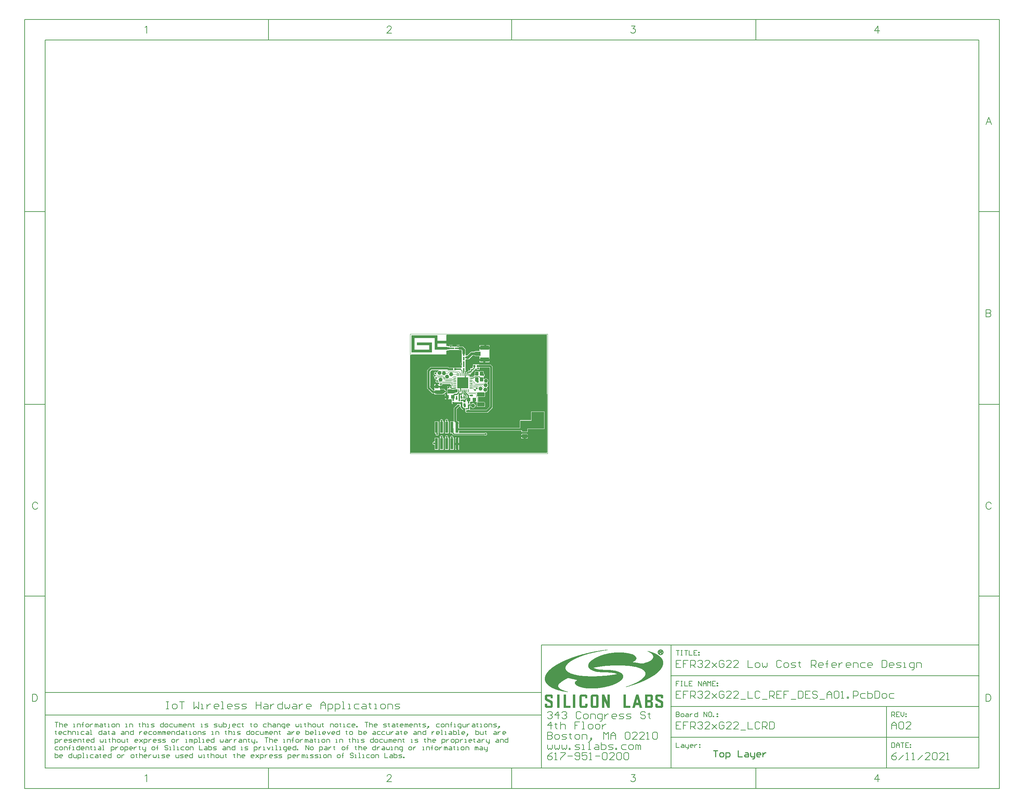
<source format=gtl>
G04*
G04 #@! TF.GenerationSoftware,Altium Limited,Altium Designer,19.1.7 (138)*
G04*
G04 Layer_Physical_Order=1*
G04 Layer_Color=255*
%FSLAX25Y25*%
%MOIN*%
G70*
G01*
G75*
%ADD11C,0.00500*%
%ADD12C,0.01000*%
%ADD14C,0.00197*%
%ADD15C,0.00100*%
%ADD16C,0.00700*%
%ADD18R,0.01400X0.01400*%
G04:AMPARAMS|DCode=19|XSize=53.15mil|YSize=37.4mil|CornerRadius=4.68mil|HoleSize=0mil|Usage=FLASHONLY|Rotation=180.000|XOffset=0mil|YOffset=0mil|HoleType=Round|Shape=RoundedRectangle|*
%AMROUNDEDRECTD19*
21,1,0.05315,0.02805,0,0,180.0*
21,1,0.04380,0.03740,0,0,180.0*
1,1,0.00935,-0.02190,0.01403*
1,1,0.00935,0.02190,0.01403*
1,1,0.00935,0.02190,-0.01403*
1,1,0.00935,-0.02190,-0.01403*
%
%ADD19ROUNDEDRECTD19*%
%ADD20C,0.03937*%
%ADD21R,0.02000X0.01400*%
%ADD22R,0.03543X0.03740*%
%ADD23R,0.01400X0.01400*%
%ADD24R,0.02362X0.02559*%
%ADD25R,0.02913X0.10984*%
%ADD26R,0.08661X0.04134*%
%ADD27R,0.04134X0.03937*%
G04:AMPARAMS|DCode=28|XSize=39.37mil|YSize=70.87mil|CornerRadius=4.92mil|HoleSize=0mil|Usage=FLASHONLY|Rotation=270.000|XOffset=0mil|YOffset=0mil|HoleType=Round|Shape=RoundedRectangle|*
%AMROUNDEDRECTD28*
21,1,0.03937,0.06102,0,0,270.0*
21,1,0.02953,0.07087,0,0,270.0*
1,1,0.00984,-0.03051,-0.01476*
1,1,0.00984,-0.03051,0.01476*
1,1,0.00984,0.03051,0.01476*
1,1,0.00984,0.03051,-0.01476*
%
%ADD28ROUNDEDRECTD28*%
%ADD29R,0.03937X0.03937*%
G04:AMPARAMS|DCode=30|XSize=37.4mil|YSize=33.47mil|CornerRadius=3.35mil|HoleSize=0mil|Usage=FLASHONLY|Rotation=90.000|XOffset=0mil|YOffset=0mil|HoleType=Round|Shape=RoundedRectangle|*
%AMROUNDEDRECTD30*
21,1,0.03740,0.02677,0,0,90.0*
21,1,0.03071,0.03347,0,0,90.0*
1,1,0.00669,0.01339,0.01535*
1,1,0.00669,0.01339,-0.01535*
1,1,0.00669,-0.01339,-0.01535*
1,1,0.00669,-0.01339,0.01535*
%
%ADD30ROUNDEDRECTD30*%
G04:AMPARAMS|DCode=31|XSize=8.66mil|YSize=29.92mil|CornerRadius=2.17mil|HoleSize=0mil|Usage=FLASHONLY|Rotation=180.000|XOffset=0mil|YOffset=0mil|HoleType=Round|Shape=RoundedRectangle|*
%AMROUNDEDRECTD31*
21,1,0.00866,0.02559,0,0,180.0*
21,1,0.00433,0.02992,0,0,180.0*
1,1,0.00433,-0.00217,0.01280*
1,1,0.00433,0.00217,0.01280*
1,1,0.00433,0.00217,-0.01280*
1,1,0.00433,-0.00217,-0.01280*
%
%ADD31ROUNDEDRECTD31*%
G04:AMPARAMS|DCode=32|XSize=8.66mil|YSize=29.92mil|CornerRadius=2.17mil|HoleSize=0mil|Usage=FLASHONLY|Rotation=270.000|XOffset=0mil|YOffset=0mil|HoleType=Round|Shape=RoundedRectangle|*
%AMROUNDEDRECTD32*
21,1,0.00866,0.02559,0,0,270.0*
21,1,0.00433,0.02992,0,0,270.0*
1,1,0.00433,-0.01280,-0.00217*
1,1,0.00433,-0.01280,0.00217*
1,1,0.00433,0.01280,0.00217*
1,1,0.00433,0.01280,-0.00217*
%
%ADD32ROUNDEDRECTD32*%
%ADD33R,0.11024X0.11024*%
%ADD34R,0.03740X0.03543*%
%ADD35R,0.01929X0.02047*%
%ADD36C,0.01402*%
%ADD37C,0.00400*%
%ADD38C,0.01968*%
%ADD39C,0.02000*%
%ADD40C,0.00800*%
%ADD41C,0.00866*%
%ADD42C,0.01700*%
%ADD43C,0.01402*%
%ADD44C,0.02650*%
%ADD45C,0.01600*%
%ADD46C,0.00492*%
%ADD47C,0.00850*%
%ADD48C,0.00402*%
%ADD49C,0.01400*%
%ADD50C,0.01500*%
%ADD51C,0.01100*%
%ADD52C,0.03543*%
%ADD53C,0.00591*%
%ADD54C,0.01181*%
%ADD55C,0.01900*%
%ADD56C,0.00866*%
%ADD57C,0.01968*%
G36*
X140452Y116138D02*
X140723Y1294D01*
X140370Y940D01*
X7704D01*
X7694Y96310D01*
X8048Y96664D01*
X42398D01*
Y100530D01*
X46227Y101256D01*
X54774Y101256D01*
X54856Y101202D01*
X54890Y101196D01*
X54954Y101153D01*
X55628Y101019D01*
X57052D01*
X57591Y100480D01*
Y88521D01*
X56156D01*
Y86244D01*
X57584D01*
X57584Y83833D01*
X52602Y83833D01*
Y83860D01*
X49926D01*
Y83860D01*
X49466D01*
Y83860D01*
X47903D01*
X47864Y83867D01*
X45145D01*
X44992Y84020D01*
X44535Y84326D01*
X43994Y84434D01*
X27486D01*
X26946Y84326D01*
X26488Y84020D01*
X24332Y81864D01*
X24026Y81406D01*
X23919Y80866D01*
Y71524D01*
X23940Y71416D01*
X23906Y71246D01*
Y69284D01*
X23935Y69137D01*
X23919Y69052D01*
Y64269D01*
X24026Y63729D01*
X24332Y63271D01*
X28539Y59064D01*
X28997Y58758D01*
X29537Y58651D01*
X30463D01*
X30817Y58297D01*
X30817Y58106D01*
X30928Y57819D01*
X31198Y57819D01*
X32984D01*
X33198Y57777D01*
X38316D01*
X39163Y57945D01*
X39705Y58307D01*
X40863D01*
Y59007D01*
X41227Y59306D01*
X41767Y59413D01*
X42225Y59719D01*
X42531Y60177D01*
X42638Y60717D01*
X42531Y61257D01*
X42225Y61715D01*
X41767Y62021D01*
X41227Y62128D01*
X40863Y62427D01*
Y63045D01*
X36624D01*
X36124Y63543D01*
X36124Y66149D01*
X36595Y66429D01*
X36624Y66427D01*
X37140Y66325D01*
X37680Y66432D01*
X38138Y66738D01*
X38444Y67196D01*
X38551Y67735D01*
X46266D01*
X47959Y66042D01*
X47752Y65542D01*
X46023D01*
Y65642D01*
X43623D01*
Y63538D01*
X43607Y63045D01*
X43607Y63045D01*
X43607D01*
Y58307D01*
X43607D01*
X43509Y57848D01*
X41061D01*
Y53108D01*
X41641D01*
Y53107D01*
X47958Y53107D01*
Y52052D01*
X47986Y51908D01*
Y49933D01*
X47929Y49644D01*
X47986Y49355D01*
Y48788D01*
X48312D01*
X48652Y48561D01*
X49101Y48472D01*
X53180D01*
X53332Y47971D01*
X53081Y47804D01*
X50268Y44991D01*
X49962Y44533D01*
X49855Y43993D01*
Y32093D01*
X49855Y31916D01*
X49407Y31604D01*
X46167D01*
Y19820D01*
X48108D01*
X48246Y19613D01*
X49274Y18585D01*
X49589Y18375D01*
X49959Y18301D01*
X79773D01*
X79784Y18285D01*
X80242Y17979D01*
X80782Y17872D01*
X81322Y17979D01*
X81780Y18285D01*
X82086Y18743D01*
X82193Y19283D01*
X82086Y19823D01*
X81780Y20281D01*
X81322Y20587D01*
X80782Y20694D01*
X80242Y20587D01*
X79784Y20281D01*
X79756Y20238D01*
X54881D01*
Y22340D01*
X87592D01*
X87594Y22339D01*
X115672D01*
Y22046D01*
X115739Y21708D01*
X115931Y21421D01*
X116218Y21229D01*
X116556Y21161D01*
X120936D01*
X121274Y21229D01*
X121561Y21421D01*
X121753Y21708D01*
X121820Y22046D01*
Y24199D01*
X125361Y24199D01*
X125630Y24088D01*
X137894Y24088D01*
X138200Y24214D01*
X138327Y24521D01*
X138327Y40805D01*
X138200Y41111D01*
X137894Y41238D01*
X125630Y41238D01*
X125324Y41111D01*
X125197Y40805D01*
X125197Y32740D01*
X114519Y32740D01*
X114213Y32613D01*
X114086Y32307D01*
X114086Y25194D01*
X87596D01*
X87594Y25194D01*
X54881D01*
Y31604D01*
X53574D01*
X52677Y32501D01*
Y43408D01*
X55077Y45808D01*
X55245Y46059D01*
X56019D01*
X56165Y45619D01*
X56244Y45224D01*
X56498Y44844D01*
X58320Y43022D01*
X58700Y42768D01*
X59149Y42678D01*
X60150D01*
X60599Y42768D01*
X60952Y42650D01*
X61152Y42155D01*
X61109Y42091D01*
X61002Y41551D01*
X61109Y41011D01*
X61415Y40553D01*
X61454Y40527D01*
X61461Y40517D01*
X61924Y40207D01*
X62470Y40099D01*
X64777D01*
X64790Y40101D01*
X72247D01*
X72265Y40105D01*
X74767D01*
X74785Y40101D01*
X82337D01*
X82877Y40209D01*
X83335Y40514D01*
X87253Y44432D01*
X87559Y44890D01*
X87666Y45430D01*
Y84372D01*
X87559Y84912D01*
X87253Y85370D01*
X86100Y86523D01*
X85642Y86829D01*
X85102Y86936D01*
X74455D01*
Y86991D01*
X71726D01*
Y86991D01*
X71266D01*
Y86991D01*
X68537D01*
Y85272D01*
X68088D01*
Y83632D01*
X66161Y83557D01*
Y83100D01*
X66019D01*
Y81888D01*
X64596D01*
X64591Y83100D01*
X64071D01*
Y81956D01*
X64126Y80355D01*
X63926D01*
X63892Y80274D01*
X63319D01*
X63221Y80255D01*
X63068Y80355D01*
X62338D01*
Y81432D01*
X61356D01*
X61356Y91793D01*
X61709Y92147D01*
X64421Y92147D01*
X68065Y95791D01*
X69580Y95806D01*
X70982Y95137D01*
X74948D01*
Y93925D01*
X74949D01*
Y89234D01*
X84611D01*
Y93925D01*
X84611D01*
Y101130D01*
X84611D01*
Y105982D01*
X74949D01*
Y101084D01*
X74948Y101083D01*
Y100078D01*
X71107D01*
X69644Y99447D01*
X67249Y99447D01*
X66418Y99193D01*
X65148Y98041D01*
X62913Y95807D01*
X61643Y95785D01*
X61286Y96136D01*
Y101763D01*
X61081Y102156D01*
X58880Y104357D01*
X58313Y104597D01*
X55174D01*
Y106140D01*
X52774D01*
Y104597D01*
X48189D01*
Y106130D01*
X45789D01*
Y105101D01*
X45289Y104684D01*
X42398Y105212D01*
Y107614D01*
X33898D01*
Y104264D01*
X42398D01*
X42505Y104229D01*
X46482Y103524D01*
Y102133D01*
X42402Y101565D01*
X42398Y101564D01*
X42393D01*
X42370Y101561D01*
Y101564D01*
X31198D01*
Y112664D01*
X11398D01*
Y101564D01*
X25898D01*
Y105764D01*
X13998D01*
Y108464D01*
X28598D01*
Y105764D01*
Y98864D01*
X8698D01*
Y112664D01*
Y115364D01*
X33898D01*
Y112664D01*
Y110314D01*
X42398D01*
Y115646D01*
X42898Y116138D01*
X140452Y116138D01*
D02*
G37*
G36*
X55092Y101566D02*
X54195Y102148D01*
Y103529D01*
X54630Y103737D01*
X55092Y103991D01*
Y101566D01*
D02*
G37*
G36*
X60161Y96338D02*
X58775D01*
X58176Y97672D01*
X60735D01*
X60161Y96338D01*
D02*
G37*
G36*
X73050Y95683D02*
X73006Y95638D01*
X71196D01*
X66697Y97606D01*
X71196Y99575D01*
X73050D01*
Y95683D01*
D02*
G37*
G36*
X62365Y92787D02*
X61818Y93099D01*
X61471Y93283D01*
X61477Y94676D01*
X62104Y95033D01*
X62365Y95183D01*
Y92787D01*
D02*
G37*
G36*
X84844Y83787D02*
Y46015D01*
X81753Y42924D01*
X74799D01*
X74781Y42927D01*
X72251D01*
X72233Y42924D01*
X65426D01*
Y45230D01*
X65422D01*
Y46329D01*
X66333D01*
X66396Y46013D01*
X66919Y45229D01*
X67703Y44706D01*
X68627Y44522D01*
X69551Y44706D01*
X70335Y45229D01*
X70858Y46013D01*
X71042Y46937D01*
X70858Y47861D01*
X70335Y48645D01*
X69551Y49168D01*
X68627Y49352D01*
X67703Y49168D01*
X66919Y48645D01*
X66852Y48544D01*
X66684D01*
X66538Y48573D01*
X65400D01*
Y49741D01*
X65422Y49853D01*
Y50634D01*
X66472D01*
Y50666D01*
X67540D01*
Y50534D01*
X72083D01*
X72303Y50125D01*
Y49829D01*
X72249Y49558D01*
Y46605D01*
X72318Y46257D01*
X72515Y45962D01*
X72810Y45765D01*
X73158Y45695D01*
X79261D01*
X79609Y45765D01*
X79904Y45962D01*
X80101Y46257D01*
X80170Y46605D01*
Y49558D01*
X80101Y49906D01*
X79904Y50201D01*
X79609Y50398D01*
X79261Y50467D01*
X73620D01*
Y54479D01*
X73620Y54479D01*
X73570Y54731D01*
X73427Y54945D01*
X73334Y55038D01*
X73541Y55538D01*
X79261D01*
X79609Y55607D01*
X79904Y55804D01*
X80101Y56099D01*
X80170Y56447D01*
Y59400D01*
X80157Y59465D01*
X80317Y59717D01*
X80530Y59934D01*
X80535Y59936D01*
X81369Y60102D01*
X82153Y60625D01*
X82676Y61409D01*
X82860Y62333D01*
X82676Y63257D01*
X82153Y64041D01*
X82126Y64059D01*
Y64660D01*
X82595Y64973D01*
X83118Y65757D01*
X83302Y66681D01*
X83118Y67605D01*
X82595Y68389D01*
X82397Y68521D01*
Y69122D01*
X82767Y69369D01*
X83290Y70153D01*
X83474Y71077D01*
X83290Y72001D01*
X82767Y72785D01*
X81983Y73308D01*
X81059Y73492D01*
X80135Y73308D01*
X79365Y72793D01*
X79123Y72839D01*
X78865Y72917D01*
Y73981D01*
X78808Y74268D01*
X78801Y74277D01*
X78801Y74984D01*
X79762Y75944D01*
X79762Y77361D01*
X78967Y78156D01*
Y79690D01*
X78902Y80016D01*
X78717Y80292D01*
X78441Y80476D01*
X78116Y80541D01*
X75438D01*
X75113Y80476D01*
X74837Y80292D01*
X74802Y80240D01*
X74087Y80240D01*
X73875Y80382D01*
X73588Y80439D01*
X70911D01*
X70624Y80382D01*
X70381Y80220D01*
X70219Y79977D01*
X70162Y79690D01*
Y77444D01*
X69998D01*
X69727Y77390D01*
X69497Y77236D01*
X67861Y75601D01*
X66603D01*
X66486Y75578D01*
X65426D01*
X65120Y75735D01*
X64963Y76041D01*
Y77150D01*
X65576D01*
X65576Y77150D01*
X65829Y77200D01*
X66042Y77343D01*
X66654Y77955D01*
X66704Y77988D01*
X71276Y82559D01*
X72306D01*
X72573Y82160D01*
X73031Y81853D01*
X73571Y81746D01*
X74111Y81853D01*
X74569Y82160D01*
X74875Y82617D01*
X74982Y83157D01*
X74891Y83614D01*
X75151Y84114D01*
X84517D01*
X84844Y83787D01*
D02*
G37*
G36*
X35383Y81111D02*
X34931Y81021D01*
X34147Y80498D01*
X33624Y79714D01*
X33544Y79312D01*
X33413Y79270D01*
X33024Y79260D01*
X32781Y79623D01*
X32323Y79929D01*
X31783Y80036D01*
X31243Y79929D01*
X30785Y79623D01*
X30479Y79165D01*
X30372Y78625D01*
X30479Y78085D01*
X30785Y77627D01*
X30446Y77303D01*
X30373Y77254D01*
X30067Y76796D01*
X29960Y76256D01*
X30067Y75716D01*
X30373Y75258D01*
X30831Y74952D01*
X30890Y74940D01*
X31136Y74408D01*
X31029Y73868D01*
X31136Y73328D01*
X31442Y72870D01*
X31900Y72564D01*
X32440Y72457D01*
X32739Y72516D01*
X32895Y72065D01*
X32437Y71759D01*
X32131Y71301D01*
X32024Y70761D01*
X32131Y70221D01*
X32437Y69763D01*
X32895Y69457D01*
X33435Y69350D01*
X33975Y69457D01*
X34433Y69763D01*
X34695Y69789D01*
X35603Y68881D01*
X35631Y68869D01*
X35836Y68276D01*
X35815Y68172D01*
X35568Y67774D01*
X35265Y67774D01*
X31286D01*
X30828Y67774D01*
X30817Y67700D01*
X30817Y67700D01*
X30817Y67279D01*
X30817Y61473D01*
X30122D01*
X26741Y64854D01*
Y69052D01*
X26712Y69199D01*
X26729Y69284D01*
Y71246D01*
X26707Y71354D01*
X26741Y71524D01*
Y80282D01*
X28070Y81611D01*
X35333D01*
X35383Y81111D01*
D02*
G37*
G36*
X60132Y80735D02*
X59826Y78398D01*
X58960D01*
X58732Y80321D01*
Y81540D01*
X60132D01*
Y80735D01*
D02*
G37*
G36*
X53157Y59832D02*
X52350D01*
X49554Y58737D01*
X46726D01*
Y62624D01*
X50079D01*
X50775Y62824D01*
X53157D01*
Y59832D01*
D02*
G37*
G36*
X137894Y40805D02*
X137894Y24521D01*
X125918Y24521D01*
X125630D01*
Y24632D01*
X114807Y24632D01*
X114519D01*
X114519Y32307D01*
X125630Y32307D01*
X125630Y40805D01*
X137894Y40805D01*
D02*
G37*
%LPC*%
G36*
X42830Y33960D02*
X42290Y33853D01*
X41832Y33547D01*
X41526Y33089D01*
X41419Y32549D01*
X41507Y32104D01*
X41241Y31604D01*
X41167D01*
Y19820D01*
X44881D01*
Y31604D01*
X44419D01*
X44153Y32104D01*
X44241Y32549D01*
X44134Y33089D01*
X43828Y33547D01*
X43370Y33853D01*
X42830Y33960D01*
D02*
G37*
G36*
X37815Y33713D02*
X37275Y33605D01*
X36817Y33299D01*
X36511Y32842D01*
X36404Y32301D01*
X36443Y32104D01*
X36167Y31604D01*
X36167D01*
Y19820D01*
X39881D01*
Y31604D01*
X39570D01*
X39187Y32104D01*
X39227Y32301D01*
X39119Y32842D01*
X38813Y33299D01*
X38355Y33605D01*
X37815Y33713D01*
D02*
G37*
G36*
X34881Y31604D02*
X31167D01*
Y19820D01*
X31763D01*
X32139Y19320D01*
X32098Y19110D01*
X32205Y18570D01*
X32511Y18112D01*
X32969Y17806D01*
X33509Y17699D01*
X34049Y17806D01*
X34507Y18112D01*
X34813Y18570D01*
X34920Y19110D01*
X34879Y19320D01*
X34881Y19820D01*
X34881Y19820D01*
X34881Y19820D01*
Y31604D01*
D02*
G37*
G36*
X120936Y19538D02*
X116556D01*
X116179Y19463D01*
X115858Y19250D01*
X115645Y18929D01*
X115570Y18552D01*
Y15747D01*
X115645Y15369D01*
X115858Y15049D01*
X116179Y14836D01*
X116556Y14760D01*
X120936D01*
X121314Y14836D01*
X121634Y15049D01*
X121847Y15369D01*
X121922Y15747D01*
Y18552D01*
X121847Y18929D01*
X121634Y19250D01*
X121314Y19463D01*
X120936Y19538D01*
D02*
G37*
G36*
X34881Y15580D02*
X31167D01*
Y12079D01*
X30667Y11669D01*
X30555Y11691D01*
X30015Y11584D01*
X29557Y11278D01*
X29251Y10820D01*
X29144Y10280D01*
X29251Y9740D01*
X29557Y9282D01*
X30015Y8976D01*
X30555Y8869D01*
X30667Y8891D01*
X31167Y8481D01*
Y3796D01*
X34881D01*
Y15580D01*
D02*
G37*
G36*
X47921Y17536D02*
X47381Y17429D01*
X46923Y17123D01*
X46617Y16665D01*
X46510Y16125D01*
X46518Y16080D01*
X46167Y15580D01*
X46167D01*
Y3796D01*
X49881D01*
Y15580D01*
X49734D01*
X49323Y16080D01*
X49332Y16125D01*
X49225Y16665D01*
X48919Y17123D01*
X48461Y17429D01*
X47921Y17536D01*
D02*
G37*
G36*
X42885Y17847D02*
X42345Y17740D01*
X41887Y17434D01*
X41581Y16976D01*
X41474Y16436D01*
X41544Y16080D01*
X41236Y15580D01*
X41167D01*
Y3796D01*
X44881D01*
Y15580D01*
X44534D01*
X44226Y16080D01*
X44296Y16436D01*
X44189Y16976D01*
X43883Y17434D01*
X43425Y17740D01*
X42885Y17847D01*
D02*
G37*
G36*
X37769Y17882D02*
X37229Y17775D01*
X36771Y17469D01*
X36465Y17011D01*
X36358Y16471D01*
X36435Y16080D01*
X36167Y15580D01*
X36167D01*
Y3796D01*
X39881D01*
Y15580D01*
X39440D01*
X39337Y15679D01*
X39103Y16080D01*
X39180Y16471D01*
X39073Y17011D01*
X38767Y17469D01*
X38309Y17775D01*
X37769Y17882D01*
D02*
G37*
G36*
X54981Y15680D02*
X51067D01*
Y3696D01*
X54981D01*
Y15680D01*
D02*
G37*
%LPD*%
D11*
X-348447Y-232713D02*
X135353D01*
X344053Y-326503D02*
Y-306503D01*
X261553D02*
Y-246503D01*
X471553Y-306503D02*
Y-246503D01*
X135353Y-306503D02*
Y-186503D01*
X561553Y-306503D02*
Y-186503D01*
X261553D02*
X561553D01*
X261553Y-246503D02*
Y-186503D01*
X135353D02*
X261553D01*
X261353Y-246503D02*
X561553D01*
X261353Y-276503D02*
X561553D01*
X111553Y-306503D02*
X561553D01*
X261353Y-216503D02*
X561853D01*
X-28447Y-306503D02*
X135353D01*
X106353Y-326503D02*
Y-306503D01*
X-130847Y-326503D02*
Y-306503D01*
X-368447Y-138903D02*
X-348447D01*
X-368447Y48297D02*
X-348447D01*
X-368447Y236297D02*
X-348447D01*
X-368447Y-326503D02*
Y423497D01*
X-348447Y-306503D02*
X561553D01*
X-348447D02*
Y403497D01*
X-368447Y-326503D02*
X581553D01*
X344053Y403497D02*
Y423497D01*
X106353Y403497D02*
Y423497D01*
X-130847Y403497D02*
Y423497D01*
X-368447D02*
X581553D01*
X-348447Y403497D02*
X561553D01*
Y-138903D02*
X581553D01*
X561553Y48297D02*
X581553D01*
X561553Y236297D02*
X581553D01*
X561553Y-306503D02*
Y403497D01*
X581553Y-326503D02*
Y423497D01*
X-348447Y-254903D02*
X135353D01*
X269552Y-222004D02*
X266553D01*
Y-224254D01*
X268053D01*
X266553D01*
Y-226503D01*
X271052Y-222004D02*
X272551D01*
X271801D01*
Y-226503D01*
X271052D01*
X272551D01*
X274800Y-222004D02*
Y-226503D01*
X277799D01*
X282298Y-222004D02*
X279299D01*
Y-226503D01*
X282298D01*
X279299Y-224254D02*
X280798D01*
X288296Y-226503D02*
Y-222004D01*
X291295Y-226503D01*
Y-222004D01*
X292794Y-226503D02*
Y-223504D01*
X294294Y-222004D01*
X295794Y-223504D01*
Y-226503D01*
Y-224254D01*
X292794D01*
X297293Y-226503D02*
Y-222004D01*
X298793Y-223504D01*
X300292Y-222004D01*
Y-226503D01*
X304791Y-222004D02*
X301792D01*
Y-226503D01*
X304791D01*
X301792Y-224254D02*
X303291D01*
X306290Y-223504D02*
X307040D01*
Y-224254D01*
X306290D01*
Y-223504D01*
Y-225753D02*
X307040D01*
Y-226503D01*
X306290D01*
Y-225753D01*
X266553Y-192004D02*
X269552D01*
X268053D01*
Y-196503D01*
X271052Y-192004D02*
X272551D01*
X271801D01*
Y-196503D01*
X271052D01*
X272551D01*
X274800Y-192004D02*
X277799D01*
X276300D01*
Y-196503D01*
X279299Y-192004D02*
Y-196503D01*
X282298D01*
X286796Y-192004D02*
X283797D01*
Y-196503D01*
X286796D01*
X283797Y-194254D02*
X285297D01*
X288296Y-193504D02*
X289046D01*
Y-194254D01*
X288296D01*
Y-193504D01*
Y-195753D02*
X289046D01*
Y-196503D01*
X288296D01*
Y-195753D01*
X266553Y-252004D02*
Y-256503D01*
X268802D01*
X269552Y-255753D01*
Y-255003D01*
X268802Y-254254D01*
X266553D01*
X268802D01*
X269552Y-253504D01*
Y-252754D01*
X268802Y-252004D01*
X266553D01*
X271801Y-256503D02*
X273301D01*
X274051Y-255753D01*
Y-254254D01*
X273301Y-253504D01*
X271801D01*
X271052Y-254254D01*
Y-255753D01*
X271801Y-256503D01*
X276300Y-253504D02*
X277799D01*
X278549Y-254254D01*
Y-256503D01*
X276300D01*
X275550Y-255753D01*
X276300Y-255003D01*
X278549D01*
X280049Y-253504D02*
Y-256503D01*
Y-255003D01*
X280798Y-254254D01*
X281548Y-253504D01*
X282298D01*
X287546Y-252004D02*
Y-256503D01*
X285297D01*
X284547Y-255753D01*
Y-254254D01*
X285297Y-253504D01*
X287546D01*
X293544Y-256503D02*
Y-252004D01*
X296543Y-256503D01*
Y-252004D01*
X300292D02*
X298793D01*
X298043Y-252754D01*
Y-255753D01*
X298793Y-256503D01*
X300292D01*
X301042Y-255753D01*
Y-252754D01*
X300292Y-252004D01*
X302541Y-256503D02*
Y-255753D01*
X303291D01*
Y-256503D01*
X302541D01*
X306290Y-253504D02*
X307040D01*
Y-254254D01*
X306290D01*
Y-253504D01*
Y-255753D02*
X307040D01*
Y-256503D01*
X306290D01*
Y-255753D01*
X476553Y-256503D02*
Y-252004D01*
X478802D01*
X479552Y-252754D01*
Y-254254D01*
X478802Y-255003D01*
X476553D01*
X478053D02*
X479552Y-256503D01*
X484051Y-252004D02*
X481052D01*
Y-256503D01*
X484051D01*
X481052Y-254254D02*
X482551D01*
X485550Y-252004D02*
Y-255003D01*
X487050Y-256503D01*
X488549Y-255003D01*
Y-252004D01*
X490049Y-253504D02*
X490798D01*
Y-254254D01*
X490049D01*
Y-253504D01*
Y-255753D02*
X490798D01*
Y-256503D01*
X490049D01*
Y-255753D01*
X476553Y-282004D02*
Y-286503D01*
X478802D01*
X479552Y-285753D01*
Y-282754D01*
X478802Y-282004D01*
X476553D01*
X481052Y-286503D02*
Y-283504D01*
X482551Y-282004D01*
X484051Y-283504D01*
Y-286503D01*
Y-284254D01*
X481052D01*
X485550Y-282004D02*
X488549D01*
X487050D01*
Y-286503D01*
X493048Y-282004D02*
X490049D01*
Y-286503D01*
X493048D01*
X490049Y-284254D02*
X491548D01*
X494547Y-283504D02*
X495297D01*
Y-284254D01*
X494547D01*
Y-283504D01*
Y-285753D02*
X495297D01*
Y-286503D01*
X494547D01*
Y-285753D01*
X266553Y-282004D02*
Y-286503D01*
X269552D01*
X271801Y-283504D02*
X273301D01*
X274051Y-284254D01*
Y-286503D01*
X271801D01*
X271052Y-285753D01*
X271801Y-285003D01*
X274051D01*
X275550Y-283504D02*
Y-285753D01*
X276300Y-286503D01*
X278549D01*
Y-287253D01*
X277799Y-288002D01*
X277050D01*
X278549Y-286503D02*
Y-283504D01*
X282298Y-286503D02*
X280798D01*
X280049Y-285753D01*
Y-284254D01*
X280798Y-283504D01*
X282298D01*
X283048Y-284254D01*
Y-285003D01*
X280049D01*
X284547Y-283504D02*
Y-286503D01*
Y-285003D01*
X285297Y-284254D01*
X286047Y-283504D01*
X286796D01*
X289046D02*
X289795D01*
Y-284254D01*
X289046D01*
Y-283504D01*
Y-285753D02*
X289795D01*
Y-286503D01*
X289046D01*
Y-285753D01*
X-338947Y-262004D02*
X-335948D01*
X-337448D01*
Y-266503D01*
X-334449Y-262004D02*
Y-266503D01*
Y-264254D01*
X-333699Y-263504D01*
X-332199D01*
X-331449Y-264254D01*
Y-266503D01*
X-327701D02*
X-329200D01*
X-329950Y-265753D01*
Y-264254D01*
X-329200Y-263504D01*
X-327701D01*
X-326951Y-264254D01*
Y-265003D01*
X-329950D01*
X-320953Y-266503D02*
X-319453D01*
X-320203D01*
Y-263504D01*
X-320953D01*
X-317204Y-266503D02*
Y-263504D01*
X-314955D01*
X-314205Y-264254D01*
Y-266503D01*
X-311956D02*
Y-262754D01*
Y-264254D01*
X-312705D01*
X-311206D01*
X-311956D01*
Y-262754D01*
X-311206Y-262004D01*
X-308207Y-266503D02*
X-306707D01*
X-305958Y-265753D01*
Y-264254D01*
X-306707Y-263504D01*
X-308207D01*
X-308957Y-264254D01*
Y-265753D01*
X-308207Y-266503D01*
X-304458Y-263504D02*
Y-266503D01*
Y-265003D01*
X-303708Y-264254D01*
X-302959Y-263504D01*
X-302209D01*
X-299960Y-266503D02*
Y-263504D01*
X-299210D01*
X-298460Y-264254D01*
Y-266503D01*
Y-264254D01*
X-297710Y-263504D01*
X-296960Y-264254D01*
Y-266503D01*
X-294711Y-263504D02*
X-293212D01*
X-292462Y-264254D01*
Y-266503D01*
X-294711D01*
X-295461Y-265753D01*
X-294711Y-265003D01*
X-292462D01*
X-290213Y-262754D02*
Y-263504D01*
X-290963D01*
X-289463D01*
X-290213D01*
Y-265753D01*
X-289463Y-266503D01*
X-287214D02*
X-285714D01*
X-286464D01*
Y-263504D01*
X-287214D01*
X-282715Y-266503D02*
X-281216D01*
X-280466Y-265753D01*
Y-264254D01*
X-281216Y-263504D01*
X-282715D01*
X-283465Y-264254D01*
Y-265753D01*
X-282715Y-266503D01*
X-278966D02*
Y-263504D01*
X-276717D01*
X-275967Y-264254D01*
Y-266503D01*
X-269969D02*
X-268470D01*
X-269219D01*
Y-263504D01*
X-269969D01*
X-266220Y-266503D02*
Y-263504D01*
X-263971D01*
X-263221Y-264254D01*
Y-266503D01*
X-256474Y-262754D02*
Y-263504D01*
X-257223D01*
X-255724D01*
X-256474D01*
Y-265753D01*
X-255724Y-266503D01*
X-253475Y-262004D02*
Y-266503D01*
Y-264254D01*
X-252725Y-263504D01*
X-251225D01*
X-250476Y-264254D01*
Y-266503D01*
X-248976D02*
X-247477D01*
X-248226D01*
Y-263504D01*
X-248976D01*
X-245227Y-266503D02*
X-242978D01*
X-242228Y-265753D01*
X-242978Y-265003D01*
X-244478D01*
X-245227Y-264254D01*
X-244478Y-263504D01*
X-242228D01*
X-233231Y-262004D02*
Y-266503D01*
X-235480D01*
X-236230Y-265753D01*
Y-264254D01*
X-235480Y-263504D01*
X-233231D01*
X-230982Y-266503D02*
X-229482D01*
X-228732Y-265753D01*
Y-264254D01*
X-229482Y-263504D01*
X-230982D01*
X-231732Y-264254D01*
Y-265753D01*
X-230982Y-266503D01*
X-224234Y-263504D02*
X-226483D01*
X-227233Y-264254D01*
Y-265753D01*
X-226483Y-266503D01*
X-224234D01*
X-222734Y-263504D02*
Y-265753D01*
X-221985Y-266503D01*
X-219735D01*
Y-263504D01*
X-218236Y-266503D02*
Y-263504D01*
X-217486D01*
X-216736Y-264254D01*
Y-266503D01*
Y-264254D01*
X-215987Y-263504D01*
X-215237Y-264254D01*
Y-266503D01*
X-211488D02*
X-212988D01*
X-213737Y-265753D01*
Y-264254D01*
X-212988Y-263504D01*
X-211488D01*
X-210738Y-264254D01*
Y-265003D01*
X-213737D01*
X-209239Y-266503D02*
Y-263504D01*
X-206990D01*
X-206240Y-264254D01*
Y-266503D01*
X-203991Y-262754D02*
Y-263504D01*
X-204740D01*
X-203241D01*
X-203991D01*
Y-265753D01*
X-203241Y-266503D01*
X-196493D02*
X-194993D01*
X-195743D01*
Y-263504D01*
X-196493D01*
X-192744Y-266503D02*
X-190495D01*
X-189745Y-265753D01*
X-190495Y-265003D01*
X-191994D01*
X-192744Y-264254D01*
X-191994Y-263504D01*
X-189745D01*
X-183747Y-266503D02*
X-181498D01*
X-180748Y-265753D01*
X-181498Y-265003D01*
X-182997D01*
X-183747Y-264254D01*
X-182997Y-263504D01*
X-180748D01*
X-179248D02*
Y-265753D01*
X-178499Y-266503D01*
X-176250D01*
Y-263504D01*
X-174750Y-262004D02*
Y-266503D01*
X-172501D01*
X-171751Y-265753D01*
Y-265003D01*
Y-264254D01*
X-172501Y-263504D01*
X-174750D01*
X-170251Y-268003D02*
X-169502D01*
X-168752Y-267253D01*
Y-263504D01*
X-163504Y-266503D02*
X-165003D01*
X-165753Y-265753D01*
Y-264254D01*
X-165003Y-263504D01*
X-163504D01*
X-162754Y-264254D01*
Y-265003D01*
X-165753D01*
X-158255Y-263504D02*
X-160504D01*
X-161254Y-264254D01*
Y-265753D01*
X-160504Y-266503D01*
X-158255D01*
X-156006Y-262754D02*
Y-263504D01*
X-156756D01*
X-155256D01*
X-156006D01*
Y-265753D01*
X-155256Y-266503D01*
X-147759Y-262754D02*
Y-263504D01*
X-148508D01*
X-147009D01*
X-147759D01*
Y-265753D01*
X-147009Y-266503D01*
X-144010D02*
X-142510D01*
X-141761Y-265753D01*
Y-264254D01*
X-142510Y-263504D01*
X-144010D01*
X-144760Y-264254D01*
Y-265753D01*
X-144010Y-266503D01*
X-132764Y-263504D02*
X-135013D01*
X-135763Y-264254D01*
Y-265753D01*
X-135013Y-266503D01*
X-132764D01*
X-131264Y-262004D02*
Y-266503D01*
Y-264254D01*
X-130514Y-263504D01*
X-129015D01*
X-128265Y-264254D01*
Y-266503D01*
X-126016Y-263504D02*
X-124516D01*
X-123766Y-264254D01*
Y-266503D01*
X-126016D01*
X-126765Y-265753D01*
X-126016Y-265003D01*
X-123766D01*
X-122267Y-266503D02*
Y-263504D01*
X-120018D01*
X-119268Y-264254D01*
Y-266503D01*
X-116269Y-268003D02*
X-115519D01*
X-114769Y-267253D01*
Y-263504D01*
X-117019D01*
X-117768Y-264254D01*
Y-265753D01*
X-117019Y-266503D01*
X-114769D01*
X-111021D02*
X-112520D01*
X-113270Y-265753D01*
Y-264254D01*
X-112520Y-263504D01*
X-111021D01*
X-110271Y-264254D01*
Y-265003D01*
X-113270D01*
X-104273Y-263504D02*
Y-265753D01*
X-103523Y-266503D01*
X-102773Y-265753D01*
X-102023Y-266503D01*
X-101274Y-265753D01*
Y-263504D01*
X-99774Y-266503D02*
X-98275D01*
X-99024D01*
Y-263504D01*
X-99774D01*
X-95276Y-262754D02*
Y-263504D01*
X-96025D01*
X-94526D01*
X-95276D01*
Y-265753D01*
X-94526Y-266503D01*
X-92277Y-262004D02*
Y-266503D01*
Y-264254D01*
X-91527Y-263504D01*
X-90027D01*
X-89277Y-264254D01*
Y-266503D01*
X-87028D02*
X-85529D01*
X-84779Y-265753D01*
Y-264254D01*
X-85529Y-263504D01*
X-87028D01*
X-87778Y-264254D01*
Y-265753D01*
X-87028Y-266503D01*
X-83279Y-263504D02*
Y-265753D01*
X-82530Y-266503D01*
X-80280D01*
Y-263504D01*
X-78031Y-262754D02*
Y-263504D01*
X-78781D01*
X-77281D01*
X-78031D01*
Y-265753D01*
X-77281Y-266503D01*
X-70534D02*
Y-263504D01*
X-68284D01*
X-67535Y-264254D01*
Y-266503D01*
X-65285D02*
X-63786D01*
X-63036Y-265753D01*
Y-264254D01*
X-63786Y-263504D01*
X-65285D01*
X-66035Y-264254D01*
Y-265753D01*
X-65285Y-266503D01*
X-60787Y-262754D02*
Y-263504D01*
X-61536D01*
X-60037D01*
X-60787D01*
Y-265753D01*
X-60037Y-266503D01*
X-57788D02*
X-56288D01*
X-57038D01*
Y-263504D01*
X-57788D01*
X-51040D02*
X-53289D01*
X-54039Y-264254D01*
Y-265753D01*
X-53289Y-266503D01*
X-51040D01*
X-47291D02*
X-48791D01*
X-49540Y-265753D01*
Y-264254D01*
X-48791Y-263504D01*
X-47291D01*
X-46541Y-264254D01*
Y-265003D01*
X-49540D01*
X-45042Y-266503D02*
Y-265753D01*
X-44292D01*
Y-266503D01*
X-45042D01*
X-36794Y-262004D02*
X-33795D01*
X-35295D01*
Y-266503D01*
X-32296Y-262004D02*
Y-266503D01*
Y-264254D01*
X-31546Y-263504D01*
X-30047D01*
X-29297Y-264254D01*
Y-266503D01*
X-25548D02*
X-27048D01*
X-27797Y-265753D01*
Y-264254D01*
X-27048Y-263504D01*
X-25548D01*
X-24798Y-264254D01*
Y-265003D01*
X-27797D01*
X-18800Y-266503D02*
X-16551D01*
X-15801Y-265753D01*
X-16551Y-265003D01*
X-18050D01*
X-18800Y-264254D01*
X-18050Y-263504D01*
X-15801D01*
X-13552Y-262754D02*
Y-263504D01*
X-14302D01*
X-12802D01*
X-13552D01*
Y-265753D01*
X-12802Y-266503D01*
X-9803Y-263504D02*
X-8304D01*
X-7554Y-264254D01*
Y-266503D01*
X-9803D01*
X-10553Y-265753D01*
X-9803Y-265003D01*
X-7554D01*
X-5305Y-262754D02*
Y-263504D01*
X-6054D01*
X-4555D01*
X-5305D01*
Y-265753D01*
X-4555Y-266503D01*
X-56D02*
X-1556D01*
X-2306Y-265753D01*
Y-264254D01*
X-1556Y-263504D01*
X-56D01*
X693Y-264254D01*
Y-265003D01*
X-2306D01*
X2193Y-266503D02*
Y-263504D01*
X2943D01*
X3692Y-264254D01*
Y-266503D01*
Y-264254D01*
X4442Y-263504D01*
X5192Y-264254D01*
Y-266503D01*
X8941D02*
X7441D01*
X6692Y-265753D01*
Y-264254D01*
X7441Y-263504D01*
X8941D01*
X9691Y-264254D01*
Y-265003D01*
X6692D01*
X11190Y-266503D02*
Y-263504D01*
X13439D01*
X14189Y-264254D01*
Y-266503D01*
X16438Y-262754D02*
Y-263504D01*
X15689D01*
X17188D01*
X16438D01*
Y-265753D01*
X17188Y-266503D01*
X19437D02*
X21687D01*
X22436Y-265753D01*
X21687Y-265003D01*
X20187D01*
X19437Y-264254D01*
X20187Y-263504D01*
X22436D01*
X24686Y-267253D02*
X25436Y-266503D01*
Y-265753D01*
X24686D01*
Y-266503D01*
X25436D01*
X24686Y-267253D01*
X23936Y-268003D01*
X35932Y-263504D02*
X33683D01*
X32933Y-264254D01*
Y-265753D01*
X33683Y-266503D01*
X35932D01*
X38181D02*
X39681D01*
X40431Y-265753D01*
Y-264254D01*
X39681Y-263504D01*
X38181D01*
X37432Y-264254D01*
Y-265753D01*
X38181Y-266503D01*
X41930D02*
Y-263504D01*
X44179D01*
X44929Y-264254D01*
Y-266503D01*
X47179D02*
Y-262754D01*
Y-264254D01*
X46429D01*
X47928D01*
X47179D01*
Y-262754D01*
X47928Y-262004D01*
X50178Y-266503D02*
X51677D01*
X50927D01*
Y-263504D01*
X50178D01*
X55426Y-268003D02*
X56176D01*
X56925Y-267253D01*
Y-263504D01*
X54676D01*
X53926Y-264254D01*
Y-265753D01*
X54676Y-266503D01*
X56925D01*
X58425Y-263504D02*
Y-265753D01*
X59175Y-266503D01*
X61424D01*
Y-263504D01*
X62923D02*
Y-266503D01*
Y-265003D01*
X63673Y-264254D01*
X64423Y-263504D01*
X65173D01*
X68172D02*
X69671D01*
X70421Y-264254D01*
Y-266503D01*
X68172D01*
X67422Y-265753D01*
X68172Y-265003D01*
X70421D01*
X72670Y-262754D02*
Y-263504D01*
X71921D01*
X73420D01*
X72670D01*
Y-265753D01*
X73420Y-266503D01*
X75669D02*
X77169D01*
X76419D01*
Y-263504D01*
X75669D01*
X80168Y-266503D02*
X81667D01*
X82417Y-265753D01*
Y-264254D01*
X81667Y-263504D01*
X80168D01*
X79418Y-264254D01*
Y-265753D01*
X80168Y-266503D01*
X83917D02*
Y-263504D01*
X86166D01*
X86916Y-264254D01*
Y-266503D01*
X88415D02*
X90664D01*
X91414Y-265753D01*
X90664Y-265003D01*
X89165D01*
X88415Y-264254D01*
X89165Y-263504D01*
X91414D01*
X93664Y-267253D02*
X94413Y-266503D01*
Y-265753D01*
X93664D01*
Y-266503D01*
X94413D01*
X93664Y-267253D01*
X92914Y-268003D01*
X-338197Y-270254D02*
Y-271004D01*
X-338947D01*
X-337448D01*
X-338197D01*
Y-273253D01*
X-337448Y-274003D01*
X-332949D02*
X-334449D01*
X-335198Y-273253D01*
Y-271754D01*
X-334449Y-271004D01*
X-332949D01*
X-332199Y-271754D01*
Y-272503D01*
X-335198D01*
X-327701Y-271004D02*
X-329950D01*
X-330700Y-271754D01*
Y-273253D01*
X-329950Y-274003D01*
X-327701D01*
X-326201Y-269504D02*
Y-274003D01*
Y-271754D01*
X-325451Y-271004D01*
X-323952D01*
X-323202Y-271754D01*
Y-274003D01*
X-321703D02*
Y-271004D01*
X-319453D01*
X-318704Y-271754D01*
Y-274003D01*
X-317204D02*
X-315704D01*
X-316454D01*
Y-271004D01*
X-317204D01*
X-310456D02*
X-312705D01*
X-313455Y-271754D01*
Y-273253D01*
X-312705Y-274003D01*
X-310456D01*
X-308207Y-271004D02*
X-306707D01*
X-305958Y-271754D01*
Y-274003D01*
X-308207D01*
X-308957Y-273253D01*
X-308207Y-272503D01*
X-305958D01*
X-304458Y-274003D02*
X-302959D01*
X-303708D01*
Y-269504D01*
X-304458D01*
X-293212D02*
Y-274003D01*
X-295461D01*
X-296211Y-273253D01*
Y-271754D01*
X-295461Y-271004D01*
X-293212D01*
X-290963D02*
X-289463D01*
X-288713Y-271754D01*
Y-274003D01*
X-290963D01*
X-291712Y-273253D01*
X-290963Y-272503D01*
X-288713D01*
X-286464Y-270254D02*
Y-271004D01*
X-287214D01*
X-285714D01*
X-286464D01*
Y-273253D01*
X-285714Y-274003D01*
X-282715Y-271004D02*
X-281216D01*
X-280466Y-271754D01*
Y-274003D01*
X-282715D01*
X-283465Y-273253D01*
X-282715Y-272503D01*
X-280466D01*
X-273718Y-271004D02*
X-272218D01*
X-271469Y-271754D01*
Y-274003D01*
X-273718D01*
X-274468Y-273253D01*
X-273718Y-272503D01*
X-271469D01*
X-269969Y-274003D02*
Y-271004D01*
X-267720D01*
X-266970Y-271754D01*
Y-274003D01*
X-262472Y-269504D02*
Y-274003D01*
X-264721D01*
X-265471Y-273253D01*
Y-271754D01*
X-264721Y-271004D01*
X-262472D01*
X-256474D02*
Y-274003D01*
Y-272503D01*
X-255724Y-271754D01*
X-254974Y-271004D01*
X-254224D01*
X-249726Y-274003D02*
X-251225D01*
X-251975Y-273253D01*
Y-271754D01*
X-251225Y-271004D01*
X-249726D01*
X-248976Y-271754D01*
Y-272503D01*
X-251975D01*
X-244478Y-271004D02*
X-246727D01*
X-247477Y-271754D01*
Y-273253D01*
X-246727Y-274003D01*
X-244478D01*
X-242228D02*
X-240729D01*
X-239979Y-273253D01*
Y-271754D01*
X-240729Y-271004D01*
X-242228D01*
X-242978Y-271754D01*
Y-273253D01*
X-242228Y-274003D01*
X-238479D02*
Y-271004D01*
X-237730D01*
X-236980Y-271754D01*
Y-274003D01*
Y-271754D01*
X-236230Y-271004D01*
X-235480Y-271754D01*
Y-274003D01*
X-233981D02*
Y-271004D01*
X-233231D01*
X-232481Y-271754D01*
Y-274003D01*
Y-271754D01*
X-231732Y-271004D01*
X-230982Y-271754D01*
Y-274003D01*
X-227233D02*
X-228732D01*
X-229482Y-273253D01*
Y-271754D01*
X-228732Y-271004D01*
X-227233D01*
X-226483Y-271754D01*
Y-272503D01*
X-229482D01*
X-224984Y-274003D02*
Y-271004D01*
X-222734D01*
X-221985Y-271754D01*
Y-274003D01*
X-217486Y-269504D02*
Y-274003D01*
X-219735D01*
X-220485Y-273253D01*
Y-271754D01*
X-219735Y-271004D01*
X-217486D01*
X-215237D02*
X-213737D01*
X-212988Y-271754D01*
Y-274003D01*
X-215237D01*
X-215987Y-273253D01*
X-215237Y-272503D01*
X-212988D01*
X-210738Y-270254D02*
Y-271004D01*
X-211488D01*
X-209989D01*
X-210738D01*
Y-273253D01*
X-209989Y-274003D01*
X-207739D02*
X-206240D01*
X-206990D01*
Y-271004D01*
X-207739D01*
X-203241Y-274003D02*
X-201741D01*
X-200992Y-273253D01*
Y-271754D01*
X-201741Y-271004D01*
X-203241D01*
X-203991Y-271754D01*
Y-273253D01*
X-203241Y-274003D01*
X-199492D02*
Y-271004D01*
X-197243D01*
X-196493Y-271754D01*
Y-274003D01*
X-194993D02*
X-192744D01*
X-191994Y-273253D01*
X-192744Y-272503D01*
X-194244D01*
X-194993Y-271754D01*
X-194244Y-271004D01*
X-191994D01*
X-185996Y-274003D02*
X-184497D01*
X-185247D01*
Y-271004D01*
X-185996D01*
X-182247Y-274003D02*
Y-271004D01*
X-179998D01*
X-179248Y-271754D01*
Y-274003D01*
X-172501Y-270254D02*
Y-271004D01*
X-173250D01*
X-171751D01*
X-172501D01*
Y-273253D01*
X-171751Y-274003D01*
X-169502Y-269504D02*
Y-274003D01*
Y-271754D01*
X-168752Y-271004D01*
X-167252D01*
X-166503Y-271754D01*
Y-274003D01*
X-165003D02*
X-163504D01*
X-164253D01*
Y-271004D01*
X-165003D01*
X-161254Y-274003D02*
X-159005D01*
X-158255Y-273253D01*
X-159005Y-272503D01*
X-160504D01*
X-161254Y-271754D01*
X-160504Y-271004D01*
X-158255D01*
X-149258Y-269504D02*
Y-274003D01*
X-151507D01*
X-152257Y-273253D01*
Y-271754D01*
X-151507Y-271004D01*
X-149258D01*
X-147009Y-274003D02*
X-145509D01*
X-144760Y-273253D01*
Y-271754D01*
X-145509Y-271004D01*
X-147009D01*
X-147759Y-271754D01*
Y-273253D01*
X-147009Y-274003D01*
X-140261Y-271004D02*
X-142510D01*
X-143260Y-271754D01*
Y-273253D01*
X-142510Y-274003D01*
X-140261D01*
X-138761Y-271004D02*
Y-273253D01*
X-138012Y-274003D01*
X-135763D01*
Y-271004D01*
X-134263Y-274003D02*
Y-271004D01*
X-133513D01*
X-132764Y-271754D01*
Y-274003D01*
Y-271754D01*
X-132014Y-271004D01*
X-131264Y-271754D01*
Y-274003D01*
X-127515D02*
X-129015D01*
X-129764Y-273253D01*
Y-271754D01*
X-129015Y-271004D01*
X-127515D01*
X-126765Y-271754D01*
Y-272503D01*
X-129764D01*
X-125266Y-274003D02*
Y-271004D01*
X-123017D01*
X-122267Y-271754D01*
Y-274003D01*
X-120018Y-270254D02*
Y-271004D01*
X-120767D01*
X-119268D01*
X-120018D01*
Y-273253D01*
X-119268Y-274003D01*
X-111770Y-271004D02*
X-110271D01*
X-109521Y-271754D01*
Y-274003D01*
X-111770D01*
X-112520Y-273253D01*
X-111770Y-272503D01*
X-109521D01*
X-108021Y-271004D02*
Y-274003D01*
Y-272503D01*
X-107272Y-271754D01*
X-106522Y-271004D01*
X-105772D01*
X-101274Y-274003D02*
X-102773D01*
X-103523Y-273253D01*
Y-271754D01*
X-102773Y-271004D01*
X-101274D01*
X-100524Y-271754D01*
Y-272503D01*
X-103523D01*
X-94526Y-269504D02*
Y-274003D01*
X-92277D01*
X-91527Y-273253D01*
Y-272503D01*
Y-271754D01*
X-92277Y-271004D01*
X-94526D01*
X-87778Y-274003D02*
X-89277D01*
X-90027Y-273253D01*
Y-271754D01*
X-89277Y-271004D01*
X-87778D01*
X-87028Y-271754D01*
Y-272503D01*
X-90027D01*
X-85529Y-274003D02*
X-84029D01*
X-84779D01*
Y-269504D01*
X-85529D01*
X-81780Y-274003D02*
X-80280D01*
X-81030D01*
Y-271004D01*
X-81780D01*
X-75782Y-274003D02*
X-77281D01*
X-78031Y-273253D01*
Y-271754D01*
X-77281Y-271004D01*
X-75782D01*
X-75032Y-271754D01*
Y-272503D01*
X-78031D01*
X-73533Y-271004D02*
X-72033Y-274003D01*
X-70534Y-271004D01*
X-66785Y-274003D02*
X-68284D01*
X-69034Y-273253D01*
Y-271754D01*
X-68284Y-271004D01*
X-66785D01*
X-66035Y-271754D01*
Y-272503D01*
X-69034D01*
X-61536Y-269504D02*
Y-274003D01*
X-63786D01*
X-64535Y-273253D01*
Y-271754D01*
X-63786Y-271004D01*
X-61536D01*
X-54789Y-270254D02*
Y-271004D01*
X-55538D01*
X-54039D01*
X-54789D01*
Y-273253D01*
X-54039Y-274003D01*
X-51040D02*
X-49540D01*
X-48791Y-273253D01*
Y-271754D01*
X-49540Y-271004D01*
X-51040D01*
X-51790Y-271754D01*
Y-273253D01*
X-51040Y-274003D01*
X-42792Y-269504D02*
Y-274003D01*
X-40543D01*
X-39794Y-273253D01*
Y-272503D01*
Y-271754D01*
X-40543Y-271004D01*
X-42792D01*
X-36045Y-274003D02*
X-37544D01*
X-38294Y-273253D01*
Y-271754D01*
X-37544Y-271004D01*
X-36045D01*
X-35295Y-271754D01*
Y-272503D01*
X-38294D01*
X-28547Y-271004D02*
X-27048D01*
X-26298Y-271754D01*
Y-274003D01*
X-28547D01*
X-29297Y-273253D01*
X-28547Y-272503D01*
X-26298D01*
X-21799Y-271004D02*
X-24048D01*
X-24798Y-271754D01*
Y-273253D01*
X-24048Y-274003D01*
X-21799D01*
X-17301Y-271004D02*
X-19550D01*
X-20300Y-271754D01*
Y-273253D01*
X-19550Y-274003D01*
X-17301D01*
X-15801Y-271004D02*
Y-273253D01*
X-15051Y-274003D01*
X-12802D01*
Y-271004D01*
X-11303D02*
Y-274003D01*
Y-272503D01*
X-10553Y-271754D01*
X-9803Y-271004D01*
X-9053D01*
X-6054D02*
X-4555D01*
X-3805Y-271754D01*
Y-274003D01*
X-6054D01*
X-6804Y-273253D01*
X-6054Y-272503D01*
X-3805D01*
X-1556Y-270254D02*
Y-271004D01*
X-2306D01*
X-806D01*
X-1556D01*
Y-273253D01*
X-806Y-274003D01*
X3692D02*
X2193D01*
X1443Y-273253D01*
Y-271754D01*
X2193Y-271004D01*
X3692D01*
X4442Y-271754D01*
Y-272503D01*
X1443D01*
X11190Y-271004D02*
X12690D01*
X13439Y-271754D01*
Y-274003D01*
X11190D01*
X10440Y-273253D01*
X11190Y-272503D01*
X13439D01*
X14939Y-274003D02*
Y-271004D01*
X17188D01*
X17938Y-271754D01*
Y-274003D01*
X22436Y-269504D02*
Y-274003D01*
X20187D01*
X19437Y-273253D01*
Y-271754D01*
X20187Y-271004D01*
X22436D01*
X28435D02*
Y-274003D01*
Y-272503D01*
X29184Y-271754D01*
X29934Y-271004D01*
X30684D01*
X35182Y-274003D02*
X33683D01*
X32933Y-273253D01*
Y-271754D01*
X33683Y-271004D01*
X35182D01*
X35932Y-271754D01*
Y-272503D01*
X32933D01*
X37432Y-274003D02*
X38931D01*
X38181D01*
Y-269504D01*
X37432D01*
X41181Y-274003D02*
X42680D01*
X41930D01*
Y-271004D01*
X41181D01*
X45679D02*
X47179D01*
X47928Y-271754D01*
Y-274003D01*
X45679D01*
X44929Y-273253D01*
X45679Y-272503D01*
X47928D01*
X49428Y-269504D02*
Y-274003D01*
X51677D01*
X52427Y-273253D01*
Y-272503D01*
Y-271754D01*
X51677Y-271004D01*
X49428D01*
X53926Y-274003D02*
X55426D01*
X54676D01*
Y-269504D01*
X53926D01*
X59924Y-274003D02*
X58425D01*
X57675Y-273253D01*
Y-271754D01*
X58425Y-271004D01*
X59924D01*
X60674Y-271754D01*
Y-272503D01*
X57675D01*
X62923Y-274753D02*
X63673Y-274003D01*
Y-273253D01*
X62923D01*
Y-274003D01*
X63673D01*
X62923Y-274753D01*
X62174Y-275502D01*
X71171Y-269504D02*
Y-274003D01*
X73420D01*
X74170Y-273253D01*
Y-272503D01*
Y-271754D01*
X73420Y-271004D01*
X71171D01*
X75669D02*
Y-273253D01*
X76419Y-274003D01*
X78668D01*
Y-271004D01*
X80918Y-270254D02*
Y-271004D01*
X80168D01*
X81667D01*
X80918D01*
Y-273253D01*
X81667Y-274003D01*
X89165Y-271004D02*
X90664D01*
X91414Y-271754D01*
Y-274003D01*
X89165D01*
X88415Y-273253D01*
X89165Y-272503D01*
X91414D01*
X92914Y-271004D02*
Y-274003D01*
Y-272503D01*
X93664Y-271754D01*
X94413Y-271004D01*
X95163D01*
X99662Y-274003D02*
X98162D01*
X97412Y-273253D01*
Y-271754D01*
X98162Y-271004D01*
X99662D01*
X100411Y-271754D01*
Y-272503D01*
X97412D01*
X-338947Y-283002D02*
Y-278504D01*
X-336698D01*
X-335948Y-279254D01*
Y-280753D01*
X-336698Y-281503D01*
X-338947D01*
X-334449Y-278504D02*
Y-281503D01*
Y-280003D01*
X-333699Y-279254D01*
X-332949Y-278504D01*
X-332199D01*
X-327701Y-281503D02*
X-329200D01*
X-329950Y-280753D01*
Y-279254D01*
X-329200Y-278504D01*
X-327701D01*
X-326951Y-279254D01*
Y-280003D01*
X-329950D01*
X-325451Y-281503D02*
X-323202D01*
X-322452Y-280753D01*
X-323202Y-280003D01*
X-324702D01*
X-325451Y-279254D01*
X-324702Y-278504D01*
X-322452D01*
X-318704Y-281503D02*
X-320203D01*
X-320953Y-280753D01*
Y-279254D01*
X-320203Y-278504D01*
X-318704D01*
X-317954Y-279254D01*
Y-280003D01*
X-320953D01*
X-316454Y-281503D02*
Y-278504D01*
X-314205D01*
X-313455Y-279254D01*
Y-281503D01*
X-311206Y-277754D02*
Y-278504D01*
X-311956D01*
X-310456D01*
X-311206D01*
Y-280753D01*
X-310456Y-281503D01*
X-305958D02*
X-307457D01*
X-308207Y-280753D01*
Y-279254D01*
X-307457Y-278504D01*
X-305958D01*
X-305208Y-279254D01*
Y-280003D01*
X-308207D01*
X-300709Y-277004D02*
Y-281503D01*
X-302959D01*
X-303708Y-280753D01*
Y-279254D01*
X-302959Y-278504D01*
X-300709D01*
X-294711D02*
Y-280753D01*
X-293962Y-281503D01*
X-293212Y-280753D01*
X-292462Y-281503D01*
X-291712Y-280753D01*
Y-278504D01*
X-290213Y-281503D02*
X-288713D01*
X-289463D01*
Y-278504D01*
X-290213D01*
X-285714Y-277754D02*
Y-278504D01*
X-286464D01*
X-284964D01*
X-285714D01*
Y-280753D01*
X-284964Y-281503D01*
X-282715Y-277004D02*
Y-281503D01*
Y-279254D01*
X-281965Y-278504D01*
X-280466D01*
X-279716Y-279254D01*
Y-281503D01*
X-277467D02*
X-275967D01*
X-275218Y-280753D01*
Y-279254D01*
X-275967Y-278504D01*
X-277467D01*
X-278217Y-279254D01*
Y-280753D01*
X-277467Y-281503D01*
X-273718Y-278504D02*
Y-280753D01*
X-272968Y-281503D01*
X-270719D01*
Y-278504D01*
X-268470Y-277754D02*
Y-278504D01*
X-269219D01*
X-267720D01*
X-268470D01*
Y-280753D01*
X-267720Y-281503D01*
X-258723D02*
X-260222D01*
X-260972Y-280753D01*
Y-279254D01*
X-260222Y-278504D01*
X-258723D01*
X-257973Y-279254D01*
Y-280003D01*
X-260972D01*
X-256474Y-278504D02*
X-253475Y-281503D01*
X-254974Y-280003D01*
X-253475Y-278504D01*
X-256474Y-281503D01*
X-251975Y-283002D02*
Y-278504D01*
X-249726D01*
X-248976Y-279254D01*
Y-280753D01*
X-249726Y-281503D01*
X-251975D01*
X-247477Y-278504D02*
Y-281503D01*
Y-280003D01*
X-246727Y-279254D01*
X-245977Y-278504D01*
X-245227D01*
X-240729Y-281503D02*
X-242228D01*
X-242978Y-280753D01*
Y-279254D01*
X-242228Y-278504D01*
X-240729D01*
X-239979Y-279254D01*
Y-280003D01*
X-242978D01*
X-238479Y-281503D02*
X-236230D01*
X-235480Y-280753D01*
X-236230Y-280003D01*
X-237730D01*
X-238479Y-279254D01*
X-237730Y-278504D01*
X-235480D01*
X-233981Y-281503D02*
X-231732D01*
X-230982Y-280753D01*
X-231732Y-280003D01*
X-233231D01*
X-233981Y-279254D01*
X-233231Y-278504D01*
X-230982D01*
X-224234Y-281503D02*
X-222734D01*
X-221985Y-280753D01*
Y-279254D01*
X-222734Y-278504D01*
X-224234D01*
X-224984Y-279254D01*
Y-280753D01*
X-224234Y-281503D01*
X-220485Y-278504D02*
Y-281503D01*
Y-280003D01*
X-219735Y-279254D01*
X-218986Y-278504D01*
X-218236D01*
X-211488Y-281503D02*
X-209989D01*
X-210738D01*
Y-278504D01*
X-211488D01*
X-207739Y-281503D02*
Y-278504D01*
X-206990D01*
X-206240Y-279254D01*
Y-281503D01*
Y-279254D01*
X-205490Y-278504D01*
X-204740Y-279254D01*
Y-281503D01*
X-203241Y-283002D02*
Y-278504D01*
X-200992D01*
X-200242Y-279254D01*
Y-280753D01*
X-200992Y-281503D01*
X-203241D01*
X-198742D02*
X-197243D01*
X-197992D01*
Y-277004D01*
X-198742D01*
X-194993Y-281503D02*
X-193494D01*
X-194244D01*
Y-278504D01*
X-194993D01*
X-188995Y-281503D02*
X-190495D01*
X-191245Y-280753D01*
Y-279254D01*
X-190495Y-278504D01*
X-188995D01*
X-188246Y-279254D01*
Y-280003D01*
X-191245D01*
X-183747Y-277004D02*
Y-281503D01*
X-185996D01*
X-186746Y-280753D01*
Y-279254D01*
X-185996Y-278504D01*
X-183747D01*
X-177749D02*
Y-280753D01*
X-176999Y-281503D01*
X-176250Y-280753D01*
X-175500Y-281503D01*
X-174750Y-280753D01*
Y-278504D01*
X-172501D02*
X-171001D01*
X-170251Y-279254D01*
Y-281503D01*
X-172501D01*
X-173250Y-280753D01*
X-172501Y-280003D01*
X-170251D01*
X-168752Y-278504D02*
Y-281503D01*
Y-280003D01*
X-168002Y-279254D01*
X-167252Y-278504D01*
X-166503D01*
X-164253D02*
Y-281503D01*
Y-280003D01*
X-163504Y-279254D01*
X-162754Y-278504D01*
X-162004D01*
X-159005D02*
X-157506D01*
X-156756Y-279254D01*
Y-281503D01*
X-159005D01*
X-159755Y-280753D01*
X-159005Y-280003D01*
X-156756D01*
X-155256Y-281503D02*
Y-278504D01*
X-153007D01*
X-152257Y-279254D01*
Y-281503D01*
X-150008Y-277754D02*
Y-278504D01*
X-150758D01*
X-149258D01*
X-150008D01*
Y-280753D01*
X-149258Y-281503D01*
X-147009Y-278504D02*
Y-280753D01*
X-146259Y-281503D01*
X-144010D01*
Y-282253D01*
X-144760Y-283002D01*
X-145509D01*
X-144010Y-281503D02*
Y-278504D01*
X-142510Y-281503D02*
Y-280753D01*
X-141761D01*
Y-281503D01*
X-142510D01*
X-134263Y-277004D02*
X-131264D01*
X-132764D01*
Y-281503D01*
X-129764Y-277004D02*
Y-281503D01*
Y-279254D01*
X-129015Y-278504D01*
X-127515D01*
X-126765Y-279254D01*
Y-281503D01*
X-123017D02*
X-124516D01*
X-125266Y-280753D01*
Y-279254D01*
X-124516Y-278504D01*
X-123017D01*
X-122267Y-279254D01*
Y-280003D01*
X-125266D01*
X-116269Y-281503D02*
X-114769D01*
X-115519D01*
Y-278504D01*
X-116269D01*
X-112520Y-281503D02*
Y-278504D01*
X-110271D01*
X-109521Y-279254D01*
Y-281503D01*
X-107272D02*
Y-277754D01*
Y-279254D01*
X-108021D01*
X-106522D01*
X-107272D01*
Y-277754D01*
X-106522Y-277004D01*
X-103523Y-281503D02*
X-102023D01*
X-101274Y-280753D01*
Y-279254D01*
X-102023Y-278504D01*
X-103523D01*
X-104273Y-279254D01*
Y-280753D01*
X-103523Y-281503D01*
X-99774Y-278504D02*
Y-281503D01*
Y-280003D01*
X-99024Y-279254D01*
X-98275Y-278504D01*
X-97525D01*
X-95276Y-281503D02*
Y-278504D01*
X-94526D01*
X-93776Y-279254D01*
Y-281503D01*
Y-279254D01*
X-93026Y-278504D01*
X-92277Y-279254D01*
Y-281503D01*
X-90027Y-278504D02*
X-88528D01*
X-87778Y-279254D01*
Y-281503D01*
X-90027D01*
X-90777Y-280753D01*
X-90027Y-280003D01*
X-87778D01*
X-85529Y-277754D02*
Y-278504D01*
X-86278D01*
X-84779D01*
X-85529D01*
Y-280753D01*
X-84779Y-281503D01*
X-82530D02*
X-81030D01*
X-81780D01*
Y-278504D01*
X-82530D01*
X-78031Y-281503D02*
X-76532D01*
X-75782Y-280753D01*
Y-279254D01*
X-76532Y-278504D01*
X-78031D01*
X-78781Y-279254D01*
Y-280753D01*
X-78031Y-281503D01*
X-74282D02*
Y-278504D01*
X-72033D01*
X-71283Y-279254D01*
Y-281503D01*
X-65285D02*
X-63786D01*
X-64535D01*
Y-278504D01*
X-65285D01*
X-61536Y-281503D02*
Y-278504D01*
X-59287D01*
X-58537Y-279254D01*
Y-281503D01*
X-51790Y-277754D02*
Y-278504D01*
X-52539D01*
X-51040D01*
X-51790D01*
Y-280753D01*
X-51040Y-281503D01*
X-48791Y-277004D02*
Y-281503D01*
Y-279254D01*
X-48041Y-278504D01*
X-46541D01*
X-45792Y-279254D01*
Y-281503D01*
X-44292D02*
X-42792D01*
X-43542D01*
Y-278504D01*
X-44292D01*
X-40543Y-281503D02*
X-38294D01*
X-37544Y-280753D01*
X-38294Y-280003D01*
X-39794D01*
X-40543Y-279254D01*
X-39794Y-278504D01*
X-37544D01*
X-28547Y-277004D02*
Y-281503D01*
X-30796D01*
X-31546Y-280753D01*
Y-279254D01*
X-30796Y-278504D01*
X-28547D01*
X-26298Y-281503D02*
X-24798D01*
X-24048Y-280753D01*
Y-279254D01*
X-24798Y-278504D01*
X-26298D01*
X-27048Y-279254D01*
Y-280753D01*
X-26298Y-281503D01*
X-19550Y-278504D02*
X-21799D01*
X-22549Y-279254D01*
Y-280753D01*
X-21799Y-281503D01*
X-19550D01*
X-18050Y-278504D02*
Y-280753D01*
X-17301Y-281503D01*
X-15051D01*
Y-278504D01*
X-13552Y-281503D02*
Y-278504D01*
X-12802D01*
X-12052Y-279254D01*
Y-281503D01*
Y-279254D01*
X-11303Y-278504D01*
X-10553Y-279254D01*
Y-281503D01*
X-6804D02*
X-8304D01*
X-9053Y-280753D01*
Y-279254D01*
X-8304Y-278504D01*
X-6804D01*
X-6054Y-279254D01*
Y-280003D01*
X-9053D01*
X-4555Y-281503D02*
Y-278504D01*
X-2306D01*
X-1556Y-279254D01*
Y-281503D01*
X693Y-277754D02*
Y-278504D01*
X-56D01*
X1443D01*
X693D01*
Y-280753D01*
X1443Y-281503D01*
X8191D02*
X9691D01*
X8941D01*
Y-278504D01*
X8191D01*
X11940Y-281503D02*
X14189D01*
X14939Y-280753D01*
X14189Y-280003D01*
X12690D01*
X11940Y-279254D01*
X12690Y-278504D01*
X14939D01*
X21687Y-277754D02*
Y-278504D01*
X20937D01*
X22436D01*
X21687D01*
Y-280753D01*
X22436Y-281503D01*
X24686Y-277004D02*
Y-281503D01*
Y-279254D01*
X25436Y-278504D01*
X26935D01*
X27685Y-279254D01*
Y-281503D01*
X31434D02*
X29934D01*
X29184Y-280753D01*
Y-279254D01*
X29934Y-278504D01*
X31434D01*
X32183Y-279254D01*
Y-280003D01*
X29184D01*
X38181Y-283002D02*
Y-278504D01*
X40431D01*
X41180Y-279254D01*
Y-280753D01*
X40431Y-281503D01*
X38181D01*
X42680Y-278504D02*
Y-281503D01*
Y-280003D01*
X43430Y-279254D01*
X44179Y-278504D01*
X44929D01*
X47928Y-281503D02*
X49428D01*
X50178Y-280753D01*
Y-279254D01*
X49428Y-278504D01*
X47928D01*
X47179Y-279254D01*
Y-280753D01*
X47928Y-281503D01*
X51677Y-283002D02*
Y-278504D01*
X53926D01*
X54676Y-279254D01*
Y-280753D01*
X53926Y-281503D01*
X51677D01*
X56176Y-278504D02*
Y-281503D01*
Y-280003D01*
X56925Y-279254D01*
X57675Y-278504D01*
X58425D01*
X60674Y-281503D02*
X62174D01*
X61424D01*
Y-278504D01*
X60674D01*
X66672Y-281503D02*
X65173D01*
X64423Y-280753D01*
Y-279254D01*
X65173Y-278504D01*
X66672D01*
X67422Y-279254D01*
Y-280003D01*
X64423D01*
X69671Y-277754D02*
Y-278504D01*
X68922D01*
X70421D01*
X69671D01*
Y-280753D01*
X70421Y-281503D01*
X73420Y-278504D02*
X74920D01*
X75669Y-279254D01*
Y-281503D01*
X73420D01*
X72670Y-280753D01*
X73420Y-280003D01*
X75669D01*
X77169Y-278504D02*
Y-281503D01*
Y-280003D01*
X77919Y-279254D01*
X78668Y-278504D01*
X79418D01*
X81667D02*
Y-280753D01*
X82417Y-281503D01*
X84666D01*
Y-282253D01*
X83917Y-283002D01*
X83167D01*
X84666Y-281503D02*
Y-278504D01*
X91414D02*
X92914D01*
X93664Y-279254D01*
Y-281503D01*
X91414D01*
X90664Y-280753D01*
X91414Y-280003D01*
X93664D01*
X95163Y-281503D02*
Y-278504D01*
X97412D01*
X98162Y-279254D01*
Y-281503D01*
X102661Y-277004D02*
Y-281503D01*
X100411D01*
X99662Y-280753D01*
Y-279254D01*
X100411Y-278504D01*
X102661D01*
X-335948Y-286004D02*
X-338197D01*
X-338947Y-286754D01*
Y-288253D01*
X-338197Y-289003D01*
X-335948D01*
X-333699D02*
X-332199D01*
X-331449Y-288253D01*
Y-286754D01*
X-332199Y-286004D01*
X-333699D01*
X-334449Y-286754D01*
Y-288253D01*
X-333699Y-289003D01*
X-329950D02*
Y-286004D01*
X-327701D01*
X-326951Y-286754D01*
Y-289003D01*
X-324702D02*
Y-285254D01*
Y-286754D01*
X-325451D01*
X-323952D01*
X-324702D01*
Y-285254D01*
X-323952Y-284504D01*
X-321703Y-289003D02*
X-320203D01*
X-320953D01*
Y-286004D01*
X-321703D01*
X-314955Y-284504D02*
Y-289003D01*
X-317204D01*
X-317954Y-288253D01*
Y-286754D01*
X-317204Y-286004D01*
X-314955D01*
X-311206Y-289003D02*
X-312705D01*
X-313455Y-288253D01*
Y-286754D01*
X-312705Y-286004D01*
X-311206D01*
X-310456Y-286754D01*
Y-287504D01*
X-313455D01*
X-308957Y-289003D02*
Y-286004D01*
X-306707D01*
X-305958Y-286754D01*
Y-289003D01*
X-303708Y-285254D02*
Y-286004D01*
X-304458D01*
X-302959D01*
X-303708D01*
Y-288253D01*
X-302959Y-289003D01*
X-300709D02*
X-299210D01*
X-299960D01*
Y-286004D01*
X-300709D01*
X-296211D02*
X-294711D01*
X-293962Y-286754D01*
Y-289003D01*
X-296211D01*
X-296960Y-288253D01*
X-296211Y-287504D01*
X-293962D01*
X-292462Y-289003D02*
X-290963D01*
X-291712D01*
Y-284504D01*
X-292462D01*
X-284215Y-290503D02*
Y-286004D01*
X-281965D01*
X-281216Y-286754D01*
Y-288253D01*
X-281965Y-289003D01*
X-284215D01*
X-279716Y-286004D02*
Y-289003D01*
Y-287504D01*
X-278966Y-286754D01*
X-278217Y-286004D01*
X-277467D01*
X-274468Y-289003D02*
X-272968D01*
X-272218Y-288253D01*
Y-286754D01*
X-272968Y-286004D01*
X-274468D01*
X-275218Y-286754D01*
Y-288253D01*
X-274468Y-289003D01*
X-270719Y-290503D02*
Y-286004D01*
X-268470D01*
X-267720Y-286754D01*
Y-288253D01*
X-268470Y-289003D01*
X-270719D01*
X-263971D02*
X-265471D01*
X-266220Y-288253D01*
Y-286754D01*
X-265471Y-286004D01*
X-263971D01*
X-263221Y-286754D01*
Y-287504D01*
X-266220D01*
X-261722Y-286004D02*
Y-289003D01*
Y-287504D01*
X-260972Y-286754D01*
X-260222Y-286004D01*
X-259473D01*
X-256474Y-285254D02*
Y-286004D01*
X-257223D01*
X-255724D01*
X-256474D01*
Y-288253D01*
X-255724Y-289003D01*
X-253475Y-286004D02*
Y-288253D01*
X-252725Y-289003D01*
X-250476D01*
Y-289753D01*
X-251225Y-290503D01*
X-251975D01*
X-250476Y-289003D02*
Y-286004D01*
X-243728Y-289003D02*
X-242228D01*
X-241478Y-288253D01*
Y-286754D01*
X-242228Y-286004D01*
X-243728D01*
X-244478Y-286754D01*
Y-288253D01*
X-243728Y-289003D01*
X-239229D02*
Y-285254D01*
Y-286754D01*
X-239979D01*
X-238479D01*
X-239229D01*
Y-285254D01*
X-238479Y-284504D01*
X-228732Y-285254D02*
X-229482Y-284504D01*
X-230982D01*
X-231732Y-285254D01*
Y-286004D01*
X-230982Y-286754D01*
X-229482D01*
X-228732Y-287504D01*
Y-288253D01*
X-229482Y-289003D01*
X-230982D01*
X-231732Y-288253D01*
X-227233Y-289003D02*
X-225733D01*
X-226483D01*
Y-286004D01*
X-227233D01*
X-223484Y-289003D02*
X-221985D01*
X-222734D01*
Y-284504D01*
X-223484D01*
X-219735Y-289003D02*
X-218236D01*
X-218986D01*
Y-286004D01*
X-219735D01*
X-212988D02*
X-215237D01*
X-215987Y-286754D01*
Y-288253D01*
X-215237Y-289003D01*
X-212988D01*
X-210738D02*
X-209239D01*
X-208489Y-288253D01*
Y-286754D01*
X-209239Y-286004D01*
X-210738D01*
X-211488Y-286754D01*
Y-288253D01*
X-210738Y-289003D01*
X-206990D02*
Y-286004D01*
X-204740D01*
X-203991Y-286754D01*
Y-289003D01*
X-197993Y-284504D02*
Y-289003D01*
X-194993D01*
X-192744Y-286004D02*
X-191245D01*
X-190495Y-286754D01*
Y-289003D01*
X-192744D01*
X-193494Y-288253D01*
X-192744Y-287504D01*
X-190495D01*
X-188995Y-284504D02*
Y-289003D01*
X-186746D01*
X-185996Y-288253D01*
Y-287504D01*
Y-286754D01*
X-186746Y-286004D01*
X-188995D01*
X-184497Y-289003D02*
X-182247D01*
X-181498Y-288253D01*
X-182247Y-287504D01*
X-183747D01*
X-184497Y-286754D01*
X-183747Y-286004D01*
X-181498D01*
X-174750D02*
X-173250D01*
X-172501Y-286754D01*
Y-289003D01*
X-174750D01*
X-175500Y-288253D01*
X-174750Y-287504D01*
X-172501D01*
X-171001Y-289003D02*
Y-286004D01*
X-168752D01*
X-168002Y-286754D01*
Y-289003D01*
X-163504Y-284504D02*
Y-289003D01*
X-165753D01*
X-166503Y-288253D01*
Y-286754D01*
X-165753Y-286004D01*
X-163504D01*
X-157506Y-289003D02*
X-156006D01*
X-156756D01*
Y-286004D01*
X-157506D01*
X-153757Y-289003D02*
X-151507D01*
X-150758Y-288253D01*
X-151507Y-287504D01*
X-153007D01*
X-153757Y-286754D01*
X-153007Y-286004D01*
X-150758D01*
X-144760Y-290503D02*
Y-286004D01*
X-142510D01*
X-141761Y-286754D01*
Y-288253D01*
X-142510Y-289003D01*
X-144760D01*
X-140261Y-286004D02*
Y-289003D01*
Y-287504D01*
X-139511Y-286754D01*
X-138761Y-286004D01*
X-138012D01*
X-135763Y-289003D02*
X-134263D01*
X-135013D01*
Y-286004D01*
X-135763D01*
X-132014D02*
X-130514Y-289003D01*
X-129015Y-286004D01*
X-127515Y-289003D02*
X-126016D01*
X-126765D01*
Y-286004D01*
X-127515D01*
X-123766Y-289003D02*
X-122267D01*
X-123017D01*
Y-284504D01*
X-123766D01*
X-120018Y-289003D02*
X-118518D01*
X-119268D01*
Y-286004D01*
X-120018D01*
X-114769Y-290503D02*
X-114020D01*
X-113270Y-289753D01*
Y-286004D01*
X-115519D01*
X-116269Y-286754D01*
Y-288253D01*
X-115519Y-289003D01*
X-113270D01*
X-109521D02*
X-111021D01*
X-111770Y-288253D01*
Y-286754D01*
X-111021Y-286004D01*
X-109521D01*
X-108771Y-286754D01*
Y-287504D01*
X-111770D01*
X-104273Y-284504D02*
Y-289003D01*
X-106522D01*
X-107272Y-288253D01*
Y-286754D01*
X-106522Y-286004D01*
X-104273D01*
X-102773Y-289003D02*
Y-288253D01*
X-102023D01*
Y-289003D01*
X-102773D01*
X-94526D02*
Y-284504D01*
X-91527Y-289003D01*
Y-284504D01*
X-89277Y-289003D02*
X-87778D01*
X-87028Y-288253D01*
Y-286754D01*
X-87778Y-286004D01*
X-89277D01*
X-90027Y-286754D01*
Y-288253D01*
X-89277Y-289003D01*
X-81030Y-290503D02*
Y-286004D01*
X-78781D01*
X-78031Y-286754D01*
Y-288253D01*
X-78781Y-289003D01*
X-81030D01*
X-75782Y-286004D02*
X-74282D01*
X-73533Y-286754D01*
Y-289003D01*
X-75782D01*
X-76532Y-288253D01*
X-75782Y-287504D01*
X-73533D01*
X-72033Y-286004D02*
Y-289003D01*
Y-287504D01*
X-71283Y-286754D01*
X-70534Y-286004D01*
X-69784D01*
X-66785Y-285254D02*
Y-286004D01*
X-67535D01*
X-66035D01*
X-66785D01*
Y-288253D01*
X-66035Y-289003D01*
X-58537D02*
X-57038D01*
X-56288Y-288253D01*
Y-286754D01*
X-57038Y-286004D01*
X-58537D01*
X-59287Y-286754D01*
Y-288253D01*
X-58537Y-289003D01*
X-54039D02*
Y-285254D01*
Y-286754D01*
X-54789D01*
X-53289D01*
X-54039D01*
Y-285254D01*
X-53289Y-284504D01*
X-45792Y-285254D02*
Y-286004D01*
X-46541D01*
X-45042D01*
X-45792D01*
Y-288253D01*
X-45042Y-289003D01*
X-42792Y-284504D02*
Y-289003D01*
Y-286754D01*
X-42043Y-286004D01*
X-40543D01*
X-39794Y-286754D01*
Y-289003D01*
X-36045D02*
X-37544D01*
X-38294Y-288253D01*
Y-286754D01*
X-37544Y-286004D01*
X-36045D01*
X-35295Y-286754D01*
Y-287504D01*
X-38294D01*
X-26298Y-284504D02*
Y-289003D01*
X-28547D01*
X-29297Y-288253D01*
Y-286754D01*
X-28547Y-286004D01*
X-26298D01*
X-24798D02*
Y-289003D01*
Y-287504D01*
X-24048Y-286754D01*
X-23299Y-286004D01*
X-22549D01*
X-19550D02*
X-18050D01*
X-17301Y-286754D01*
Y-289003D01*
X-19550D01*
X-20300Y-288253D01*
X-19550Y-287504D01*
X-17301D01*
X-15801Y-286004D02*
Y-288253D01*
X-15051Y-289003D01*
X-14302Y-288253D01*
X-13552Y-289003D01*
X-12802Y-288253D01*
Y-286004D01*
X-11303Y-289003D02*
X-9803D01*
X-10553D01*
Y-286004D01*
X-11303D01*
X-7554Y-289003D02*
Y-286004D01*
X-5305D01*
X-4555Y-286754D01*
Y-289003D01*
X-1556Y-290503D02*
X-806D01*
X-56Y-289753D01*
Y-286004D01*
X-2306D01*
X-3055Y-286754D01*
Y-288253D01*
X-2306Y-289003D01*
X-56D01*
X6692D02*
X8191D01*
X8941Y-288253D01*
Y-286754D01*
X8191Y-286004D01*
X6692D01*
X5942Y-286754D01*
Y-288253D01*
X6692Y-289003D01*
X10440Y-286004D02*
Y-289003D01*
Y-287504D01*
X11190Y-286754D01*
X11940Y-286004D01*
X12690D01*
X19437Y-289003D02*
X20937D01*
X20187D01*
Y-286004D01*
X19437D01*
X23186Y-289003D02*
Y-286004D01*
X25436D01*
X26185Y-286754D01*
Y-289003D01*
X28435D02*
Y-285254D01*
Y-286754D01*
X27685D01*
X29184D01*
X28435D01*
Y-285254D01*
X29184Y-284504D01*
X32183Y-289003D02*
X33683D01*
X34433Y-288253D01*
Y-286754D01*
X33683Y-286004D01*
X32183D01*
X31434Y-286754D01*
Y-288253D01*
X32183Y-289003D01*
X35932Y-286004D02*
Y-289003D01*
Y-287504D01*
X36682Y-286754D01*
X37432Y-286004D01*
X38181D01*
X40431Y-289003D02*
Y-286004D01*
X41180D01*
X41930Y-286754D01*
Y-289003D01*
Y-286754D01*
X42680Y-286004D01*
X43430Y-286754D01*
Y-289003D01*
X45679Y-286004D02*
X47179D01*
X47928Y-286754D01*
Y-289003D01*
X45679D01*
X44929Y-288253D01*
X45679Y-287504D01*
X47928D01*
X50178Y-285254D02*
Y-286004D01*
X49428D01*
X50927D01*
X50178D01*
Y-288253D01*
X50927Y-289003D01*
X53177D02*
X54676D01*
X53926D01*
Y-286004D01*
X53177D01*
X57675Y-289003D02*
X59175D01*
X59924Y-288253D01*
Y-286754D01*
X59175Y-286004D01*
X57675D01*
X56925Y-286754D01*
Y-288253D01*
X57675Y-289003D01*
X61424D02*
Y-286004D01*
X63673D01*
X64423Y-286754D01*
Y-289003D01*
X70421D02*
Y-286004D01*
X71171D01*
X71921Y-286754D01*
Y-289003D01*
Y-286754D01*
X72670Y-286004D01*
X73420Y-286754D01*
Y-289003D01*
X75669Y-286004D02*
X77169D01*
X77919Y-286754D01*
Y-289003D01*
X75669D01*
X74920Y-288253D01*
X75669Y-287504D01*
X77919D01*
X79418Y-286004D02*
Y-288253D01*
X80168Y-289003D01*
X82417D01*
Y-289753D01*
X81667Y-290503D01*
X80918D01*
X82417Y-289003D02*
Y-286004D01*
X-338947Y-292004D02*
Y-296503D01*
X-336698D01*
X-335948Y-295753D01*
Y-295004D01*
Y-294254D01*
X-336698Y-293504D01*
X-338947D01*
X-332199Y-296503D02*
X-333699D01*
X-334449Y-295753D01*
Y-294254D01*
X-333699Y-293504D01*
X-332199D01*
X-331449Y-294254D01*
Y-295004D01*
X-334449D01*
X-322452Y-292004D02*
Y-296503D01*
X-324702D01*
X-325451Y-295753D01*
Y-294254D01*
X-324702Y-293504D01*
X-322452D01*
X-320953D02*
Y-295753D01*
X-320203Y-296503D01*
X-317954D01*
Y-293504D01*
X-316454Y-298003D02*
Y-293504D01*
X-314205D01*
X-313455Y-294254D01*
Y-295753D01*
X-314205Y-296503D01*
X-316454D01*
X-311956D02*
X-310456D01*
X-311206D01*
Y-292004D01*
X-311956D01*
X-308207Y-296503D02*
X-306707D01*
X-307457D01*
Y-293504D01*
X-308207D01*
X-301459D02*
X-303708D01*
X-304458Y-294254D01*
Y-295753D01*
X-303708Y-296503D01*
X-301459D01*
X-299210Y-293504D02*
X-297710D01*
X-296960Y-294254D01*
Y-296503D01*
X-299210D01*
X-299960Y-295753D01*
X-299210Y-295004D01*
X-296960D01*
X-294711Y-292754D02*
Y-293504D01*
X-295461D01*
X-293962D01*
X-294711D01*
Y-295753D01*
X-293962Y-296503D01*
X-289463D02*
X-290963D01*
X-291712Y-295753D01*
Y-294254D01*
X-290963Y-293504D01*
X-289463D01*
X-288713Y-294254D01*
Y-295004D01*
X-291712D01*
X-284215Y-292004D02*
Y-296503D01*
X-286464D01*
X-287214Y-295753D01*
Y-294254D01*
X-286464Y-293504D01*
X-284215D01*
X-277467Y-296503D02*
X-275967D01*
X-275218Y-295753D01*
Y-294254D01*
X-275967Y-293504D01*
X-277467D01*
X-278217Y-294254D01*
Y-295753D01*
X-277467Y-296503D01*
X-273718Y-293504D02*
Y-296503D01*
Y-295004D01*
X-272968Y-294254D01*
X-272218Y-293504D01*
X-271469D01*
X-263971Y-296503D02*
X-262472D01*
X-261722Y-295753D01*
Y-294254D01*
X-262472Y-293504D01*
X-263971D01*
X-264721Y-294254D01*
Y-295753D01*
X-263971Y-296503D01*
X-259473Y-292754D02*
Y-293504D01*
X-260222D01*
X-258723D01*
X-259473D01*
Y-295753D01*
X-258723Y-296503D01*
X-256474Y-292004D02*
Y-296503D01*
Y-294254D01*
X-255724Y-293504D01*
X-254224D01*
X-253475Y-294254D01*
Y-296503D01*
X-249726D02*
X-251225D01*
X-251975Y-295753D01*
Y-294254D01*
X-251225Y-293504D01*
X-249726D01*
X-248976Y-294254D01*
Y-295004D01*
X-251975D01*
X-247477Y-293504D02*
Y-296503D01*
Y-295004D01*
X-246727Y-294254D01*
X-245977Y-293504D01*
X-245227D01*
X-242978D02*
Y-295753D01*
X-242228Y-296503D01*
X-241478Y-295753D01*
X-240729Y-296503D01*
X-239979Y-295753D01*
Y-293504D01*
X-238479Y-296503D02*
X-236980D01*
X-237730D01*
Y-293504D01*
X-238479D01*
X-234731Y-296503D02*
X-232481D01*
X-231732Y-295753D01*
X-232481Y-295004D01*
X-233981D01*
X-234731Y-294254D01*
X-233981Y-293504D01*
X-231732D01*
X-227983Y-296503D02*
X-229482D01*
X-230232Y-295753D01*
Y-294254D01*
X-229482Y-293504D01*
X-227983D01*
X-227233Y-294254D01*
Y-295004D01*
X-230232D01*
X-221235Y-293504D02*
Y-295753D01*
X-220485Y-296503D01*
X-218236D01*
Y-293504D01*
X-216736Y-296503D02*
X-214487D01*
X-213737Y-295753D01*
X-214487Y-295004D01*
X-215987D01*
X-216736Y-294254D01*
X-215987Y-293504D01*
X-213737D01*
X-209989Y-296503D02*
X-211488D01*
X-212238Y-295753D01*
Y-294254D01*
X-211488Y-293504D01*
X-209989D01*
X-209239Y-294254D01*
Y-295004D01*
X-212238D01*
X-204740Y-292004D02*
Y-296503D01*
X-206990D01*
X-207739Y-295753D01*
Y-294254D01*
X-206990Y-293504D01*
X-204740D01*
X-198742D02*
Y-295753D01*
X-197992Y-296503D01*
X-197243Y-295753D01*
X-196493Y-296503D01*
X-195743Y-295753D01*
Y-293504D01*
X-194244Y-296503D02*
X-192744D01*
X-193494D01*
Y-293504D01*
X-194244D01*
X-189745Y-292754D02*
Y-293504D01*
X-190495D01*
X-188995D01*
X-189745D01*
Y-295753D01*
X-188995Y-296503D01*
X-186746Y-292004D02*
Y-296503D01*
Y-294254D01*
X-185996Y-293504D01*
X-184497D01*
X-183747Y-294254D01*
Y-296503D01*
X-181498D02*
X-179998D01*
X-179248Y-295753D01*
Y-294254D01*
X-179998Y-293504D01*
X-181498D01*
X-182247Y-294254D01*
Y-295753D01*
X-181498Y-296503D01*
X-177749Y-293504D02*
Y-295753D01*
X-176999Y-296503D01*
X-174750D01*
Y-293504D01*
X-172501Y-292754D02*
Y-293504D01*
X-173250D01*
X-171751D01*
X-172501D01*
Y-295753D01*
X-171751Y-296503D01*
X-164253Y-292754D02*
Y-293504D01*
X-165003D01*
X-163504D01*
X-164253D01*
Y-295753D01*
X-163504Y-296503D01*
X-161254Y-292004D02*
Y-296503D01*
Y-294254D01*
X-160504Y-293504D01*
X-159005D01*
X-158255Y-294254D01*
Y-296503D01*
X-154507D02*
X-156006D01*
X-156756Y-295753D01*
Y-294254D01*
X-156006Y-293504D01*
X-154507D01*
X-153757Y-294254D01*
Y-295004D01*
X-156756D01*
X-145509Y-296503D02*
X-147009D01*
X-147759Y-295753D01*
Y-294254D01*
X-147009Y-293504D01*
X-145509D01*
X-144760Y-294254D01*
Y-295004D01*
X-147759D01*
X-143260Y-293504D02*
X-140261Y-296503D01*
X-141761Y-295004D01*
X-140261Y-293504D01*
X-143260Y-296503D01*
X-138761Y-298003D02*
Y-293504D01*
X-136512D01*
X-135763Y-294254D01*
Y-295753D01*
X-136512Y-296503D01*
X-138761D01*
X-134263Y-293504D02*
Y-296503D01*
Y-295004D01*
X-133513Y-294254D01*
X-132764Y-293504D01*
X-132014D01*
X-127515Y-296503D02*
X-129015D01*
X-129764Y-295753D01*
Y-294254D01*
X-129015Y-293504D01*
X-127515D01*
X-126765Y-294254D01*
Y-295004D01*
X-129764D01*
X-125266Y-296503D02*
X-123017D01*
X-122267Y-295753D01*
X-123017Y-295004D01*
X-124516D01*
X-125266Y-294254D01*
X-124516Y-293504D01*
X-122267D01*
X-120767Y-296503D02*
X-118518D01*
X-117768Y-295753D01*
X-118518Y-295004D01*
X-120018D01*
X-120767Y-294254D01*
X-120018Y-293504D01*
X-117768D01*
X-111770Y-298003D02*
Y-293504D01*
X-109521D01*
X-108771Y-294254D01*
Y-295753D01*
X-109521Y-296503D01*
X-111770D01*
X-105022D02*
X-106522D01*
X-107272Y-295753D01*
Y-294254D01*
X-106522Y-293504D01*
X-105022D01*
X-104273Y-294254D01*
Y-295004D01*
X-107272D01*
X-102773Y-293504D02*
Y-296503D01*
Y-295004D01*
X-102023Y-294254D01*
X-101274Y-293504D01*
X-100524D01*
X-98275Y-296503D02*
Y-293504D01*
X-97525D01*
X-96775Y-294254D01*
Y-296503D01*
Y-294254D01*
X-96025Y-293504D01*
X-95276Y-294254D01*
Y-296503D01*
X-93776D02*
X-92277D01*
X-93026D01*
Y-293504D01*
X-93776D01*
X-90027Y-296503D02*
X-87778D01*
X-87028Y-295753D01*
X-87778Y-295004D01*
X-89277D01*
X-90027Y-294254D01*
X-89277Y-293504D01*
X-87028D01*
X-85529Y-296503D02*
X-83279D01*
X-82530Y-295753D01*
X-83279Y-295004D01*
X-84779D01*
X-85529Y-294254D01*
X-84779Y-293504D01*
X-82530D01*
X-81030Y-296503D02*
X-79531D01*
X-80280D01*
Y-293504D01*
X-81030D01*
X-76532Y-296503D02*
X-75032D01*
X-74282Y-295753D01*
Y-294254D01*
X-75032Y-293504D01*
X-76532D01*
X-77281Y-294254D01*
Y-295753D01*
X-76532Y-296503D01*
X-72783D02*
Y-293504D01*
X-70534D01*
X-69784Y-294254D01*
Y-296503D01*
X-63036D02*
X-61536D01*
X-60787Y-295753D01*
Y-294254D01*
X-61536Y-293504D01*
X-63036D01*
X-63786Y-294254D01*
Y-295753D01*
X-63036Y-296503D01*
X-58537D02*
Y-292754D01*
Y-294254D01*
X-59287D01*
X-57788D01*
X-58537D01*
Y-292754D01*
X-57788Y-292004D01*
X-48041Y-292754D02*
X-48791Y-292004D01*
X-50290D01*
X-51040Y-292754D01*
Y-293504D01*
X-50290Y-294254D01*
X-48791D01*
X-48041Y-295004D01*
Y-295753D01*
X-48791Y-296503D01*
X-50290D01*
X-51040Y-295753D01*
X-46541Y-296503D02*
X-45042D01*
X-45792D01*
Y-293504D01*
X-46541D01*
X-42792Y-296503D02*
X-41293D01*
X-42043D01*
Y-292004D01*
X-42792D01*
X-39044Y-296503D02*
X-37544D01*
X-38294D01*
Y-293504D01*
X-39044D01*
X-32296D02*
X-34545D01*
X-35295Y-294254D01*
Y-295753D01*
X-34545Y-296503D01*
X-32296D01*
X-30047D02*
X-28547D01*
X-27797Y-295753D01*
Y-294254D01*
X-28547Y-293504D01*
X-30047D01*
X-30796Y-294254D01*
Y-295753D01*
X-30047Y-296503D01*
X-26298D02*
Y-293504D01*
X-24048D01*
X-23299Y-294254D01*
Y-296503D01*
X-17301Y-292004D02*
Y-296503D01*
X-14302D01*
X-12052Y-293504D02*
X-10553D01*
X-9803Y-294254D01*
Y-296503D01*
X-12052D01*
X-12802Y-295753D01*
X-12052Y-295004D01*
X-9803D01*
X-8304Y-292004D02*
Y-296503D01*
X-6054D01*
X-5305Y-295753D01*
Y-295004D01*
Y-294254D01*
X-6054Y-293504D01*
X-8304D01*
X-3805Y-296503D02*
X-1556D01*
X-806Y-295753D01*
X-1556Y-295004D01*
X-3055D01*
X-3805Y-294254D01*
X-3055Y-293504D01*
X-806D01*
X693Y-296503D02*
Y-295753D01*
X1443D01*
Y-296503D01*
X693D01*
D12*
X44633Y64579D02*
X44785Y64427D01*
X42746Y64579D02*
X44633D01*
X62789Y43990D02*
X64187D01*
X46989Y104930D02*
Y106341D01*
X54138Y104928D02*
X54174Y104964D01*
X44809Y66582D02*
X44823Y66568D01*
Y64442D02*
Y66568D01*
X44785Y64427D02*
X44798Y64440D01*
X302997Y-289499D02*
X306996D01*
X304996D01*
Y-295497D01*
X309995D02*
X311994D01*
X312994Y-294497D01*
Y-292498D01*
X311994Y-291498D01*
X309995D01*
X308995Y-292498D01*
Y-294497D01*
X309995Y-295497D01*
X314993Y-297496D02*
Y-291498D01*
X317992D01*
X318992Y-292498D01*
Y-294497D01*
X317992Y-295497D01*
X314993D01*
X326989Y-289499D02*
Y-295497D01*
X330988D01*
X333987Y-291498D02*
X335986D01*
X336986Y-292498D01*
Y-295497D01*
X333987D01*
X332987Y-294497D01*
X333987Y-293498D01*
X336986D01*
X338985Y-291498D02*
Y-294497D01*
X339985Y-295497D01*
X342984D01*
Y-296497D01*
X341984Y-297496D01*
X340985D01*
X342984Y-295497D02*
Y-291498D01*
X347983Y-295497D02*
X345983D01*
X344983Y-294497D01*
Y-292498D01*
X345983Y-291498D01*
X347983D01*
X348982Y-292498D01*
Y-293498D01*
X344983D01*
X350981Y-291498D02*
Y-295497D01*
Y-293498D01*
X351981Y-292498D01*
X352981Y-291498D01*
X353980D01*
D14*
X7225Y33207D02*
Y47990D01*
X141351Y315D02*
Y116829D01*
X7240Y315D02*
X141351Y315D01*
X7225Y33207D02*
X7240Y33192D01*
Y315D02*
Y33192D01*
X13034Y116853D02*
X141343D01*
X13034Y116850D02*
Y116853D01*
X7222Y116850D02*
X13034D01*
X7222Y104220D02*
Y116850D01*
X7232Y82337D02*
Y99300D01*
X7225Y82330D02*
X7232Y82337D01*
X7221Y104219D02*
X7222Y104220D01*
X7221Y99312D02*
Y104219D01*
Y99312D02*
X7232Y99300D01*
X7225Y47990D02*
Y82330D01*
D15*
X250873Y-190863D02*
X251573D01*
X250473Y-190963D02*
X251973D01*
X199073Y-191063D02*
X199373D01*
X250273D02*
X252173D01*
X197873Y-191163D02*
X199173D01*
X249973D02*
X252473D01*
X197273Y-191263D02*
X198673D01*
X249773D02*
X252573D01*
X196773Y-191363D02*
X198173D01*
X249673D02*
X252673D01*
X195673Y-191463D02*
X197273D01*
X249573D02*
X252873D01*
X195073Y-191563D02*
X196773D01*
X249473D02*
X250873D01*
X251573D02*
X252973D01*
X194573Y-191663D02*
X196373D01*
X249273D02*
X250473D01*
X251873D02*
X253073D01*
X193573Y-191763D02*
X195473D01*
X249273D02*
X250273D01*
X252173D02*
X253173D01*
X193073Y-191863D02*
X194973D01*
X249173D02*
X250073D01*
X252273D02*
X253273D01*
X192573Y-191963D02*
X194573D01*
X249073D02*
X249973D01*
X252473D02*
X253273D01*
X191573Y-192063D02*
X193773D01*
X248973D02*
X249873D01*
X249973D02*
X251873D01*
X252573D02*
X253373D01*
X191173Y-192163D02*
X193273D01*
X248973D02*
X249773D01*
X249973D02*
X252073D01*
X252673D02*
X253473D01*
X190673Y-192263D02*
X192773D01*
X248873D02*
X249673D01*
X249973D02*
X252173D01*
X252673D02*
X253473D01*
X189773Y-192363D02*
X192073D01*
X238673D02*
X238773D01*
X248873D02*
X249573D01*
X249973D02*
X252273D01*
X252773D02*
X253573D01*
X189373Y-192463D02*
X191673D01*
X238673D02*
X239073D01*
X248773D02*
X249573D01*
X249973D02*
X252273D01*
X252873D02*
X253573D01*
X188873Y-192563D02*
X191173D01*
X238773D02*
X239373D01*
X248773D02*
X249473D01*
X249973D02*
X252273D01*
X252873D02*
X253673D01*
X188173Y-192663D02*
X190473D01*
X239173D02*
X239973D01*
X248673D02*
X249473D01*
X249973D02*
X250673D01*
X251673D02*
X252373D01*
X252973D02*
X253673D01*
X187673Y-192763D02*
X190073D01*
X239373D02*
X240273D01*
X248673D02*
X249373D01*
X249973D02*
X250673D01*
X251673D02*
X252373D01*
X252973D02*
X253773D01*
X187273Y-192863D02*
X189573D01*
X239573D02*
X240473D01*
X248673D02*
X249373D01*
X249973D02*
X250673D01*
X251673D02*
X252373D01*
X253073D02*
X253773D01*
X186473Y-192963D02*
X188873D01*
X239873D02*
X240973D01*
X248673D02*
X249273D01*
X249973D02*
X250673D01*
X251673D02*
X252373D01*
X253073D02*
X253773D01*
X186073Y-193063D02*
X188473D01*
X239973D02*
X241273D01*
X248673D02*
X249273D01*
X249973D02*
X250673D01*
X251673D02*
X252373D01*
X253073D02*
X253773D01*
X185673Y-193163D02*
X188173D01*
X240173D02*
X241473D01*
X248673D02*
X249273D01*
X249973D02*
X250673D01*
X251473D02*
X252273D01*
X253173D02*
X253773D01*
X184973Y-193263D02*
X187473D01*
X240473D02*
X241873D01*
X248573D02*
X249273D01*
X249973D02*
X252273D01*
X253173D02*
X253773D01*
X184573Y-193363D02*
X187073D01*
X240573D02*
X242173D01*
X248573D02*
X249273D01*
X249973D02*
X252273D01*
X253173D02*
X253773D01*
X184273Y-193463D02*
X186673D01*
X240773D02*
X242373D01*
X248573D02*
X249273D01*
X249973D02*
X252173D01*
X253173D02*
X253773D01*
X183573Y-193563D02*
X186073D01*
X240973D02*
X242773D01*
X248573D02*
X249273D01*
X249973D02*
X251973D01*
X253173D02*
X253773D01*
X183173Y-193663D02*
X185673D01*
X241073D02*
X242973D01*
X248573D02*
X249273D01*
X249973D02*
X251873D01*
X253173D02*
X253773D01*
X182773Y-193763D02*
X185373D01*
X209373D02*
X211973D01*
X241273D02*
X243273D01*
X248573D02*
X249273D01*
X249973D02*
X251973D01*
X253173D02*
X253773D01*
X182173Y-193863D02*
X184773D01*
X206573D02*
X206673D01*
X206773D02*
X214573D01*
X241473D02*
X243573D01*
X248673D02*
X249273D01*
X249973D02*
X250673D01*
X251173D02*
X251973D01*
X253173D02*
X253773D01*
X181873Y-193963D02*
X184473D01*
X205773D02*
X215573D01*
X241573D02*
X243773D01*
X248673D02*
X249273D01*
X249973D02*
X250673D01*
X251273D02*
X252073D01*
X253073D02*
X253773D01*
X181473Y-194063D02*
X184073D01*
X204973D02*
X216173D01*
X241673D02*
X243973D01*
X248673D02*
X249273D01*
X249973D02*
X250673D01*
X251373D02*
X252173D01*
X253073D02*
X253773D01*
X180873Y-194163D02*
X183473D01*
X203873D02*
X217273D01*
X241873D02*
X244373D01*
X248673D02*
X249373D01*
X249973D02*
X250673D01*
X251373D02*
X252273D01*
X252973D02*
X253773D01*
X180473Y-194263D02*
X183173D01*
X203273D02*
X217873D01*
X241973D02*
X244573D01*
X248673D02*
X249373D01*
X249973D02*
X250673D01*
X251473D02*
X252273D01*
X252973D02*
X253673D01*
X180173Y-194363D02*
X182873D01*
X202773D02*
X218273D01*
X242073D02*
X244773D01*
X248773D02*
X249473D01*
X249973D02*
X250673D01*
X251573D02*
X252273D01*
X252873D02*
X253673D01*
X179573Y-194463D02*
X182273D01*
X201873D02*
X219073D01*
X242273D02*
X245073D01*
X248773D02*
X249573D01*
X249973D02*
X250673D01*
X251673D02*
X252373D01*
X252873D02*
X253573D01*
X179273Y-194563D02*
X181973D01*
X201473D02*
X219573D01*
X242373D02*
X245273D01*
X248773D02*
X249573D01*
X249973D02*
X250673D01*
X251673D02*
X252473D01*
X252873D02*
X253573D01*
X178973Y-194663D02*
X181673D01*
X200973D02*
X219873D01*
X242473D02*
X245373D01*
X248873D02*
X249673D01*
X249973D02*
X250673D01*
X251673D02*
X252573D01*
X252773D02*
X253473D01*
X178373Y-194763D02*
X181173D01*
X200273D02*
X220573D01*
X242573D02*
X245673D01*
X248973D02*
X249773D01*
X249973D02*
X250673D01*
X251773D02*
X252573D01*
X252673D02*
X253473D01*
X178073Y-194863D02*
X180873D01*
X199873D02*
X220873D01*
X242673D02*
X245873D01*
X248973D02*
X249873D01*
X249973D02*
X250673D01*
X251873D02*
X253473D01*
X177773Y-194963D02*
X180573D01*
X199573D02*
X221273D01*
X242773D02*
X246073D01*
X249073D02*
X249873D01*
X250073D02*
X250673D01*
X251973D02*
X252373D01*
X252473D02*
X253373D01*
X177173Y-195063D02*
X180073D01*
X198973D02*
X221773D01*
X242873D02*
X246273D01*
X249173D02*
X250073D01*
X252273D02*
X253273D01*
X176873Y-195163D02*
X179873D01*
X198573D02*
X222073D01*
X242973D02*
X246473D01*
X249173D02*
X250273D01*
X252173D02*
X253173D01*
X176573Y-195263D02*
X179573D01*
X198273D02*
X222373D01*
X243073D02*
X246673D01*
X249273D02*
X250373D01*
X251973D02*
X253073D01*
X176073Y-195363D02*
X179073D01*
X197673D02*
X222873D01*
X243173D02*
X246873D01*
X249373D02*
X250773D01*
X251573D02*
X252973D01*
X175673Y-195463D02*
X178773D01*
X197373D02*
X223073D01*
X243173D02*
X247073D01*
X249473D02*
X252873D01*
X175473Y-195563D02*
X178573D01*
X197073D02*
X223373D01*
X243273D02*
X247173D01*
X249573D02*
X252773D01*
X174873Y-195663D02*
X178073D01*
X196573D02*
X223773D01*
X243373D02*
X247473D01*
X249773D02*
X252573D01*
X174573Y-195763D02*
X177873D01*
X196273D02*
X223973D01*
X243473D02*
X247573D01*
X249973D02*
X252473D01*
X174373Y-195863D02*
X177573D01*
X196073D02*
X224073D01*
X243473D02*
X247773D01*
X250073D02*
X252273D01*
X173873Y-195963D02*
X177173D01*
X195573D02*
X224473D01*
X243573D02*
X247973D01*
X250473D02*
X251973D01*
X173573Y-196063D02*
X176873D01*
X195273D02*
X224573D01*
X243573D02*
X248073D01*
X250873D02*
X251573D01*
X173273Y-196163D02*
X176673D01*
X195073D02*
X224773D01*
X243673D02*
X248273D01*
X172773Y-196263D02*
X176273D01*
X194673D02*
X224973D01*
X243673D02*
X248373D01*
X172473Y-196363D02*
X175973D01*
X194373D02*
X225173D01*
X243773D02*
X248573D01*
X172273Y-196463D02*
X175773D01*
X194173D02*
X225273D01*
X243873D02*
X248673D01*
X171773Y-196563D02*
X175373D01*
X193773D02*
X225473D01*
X243873D02*
X248873D01*
X171473Y-196663D02*
X175173D01*
X193573D02*
X225573D01*
X243873D02*
X248973D01*
X171273Y-196763D02*
X174973D01*
X193273D02*
X225673D01*
X243973D02*
X249173D01*
X170773Y-196863D02*
X174573D01*
X192973D02*
X225873D01*
X243973D02*
X249273D01*
X170573Y-196963D02*
X174373D01*
X192673D02*
X225973D01*
X243973D02*
X249473D01*
X170273Y-197063D02*
X174073D01*
X192473D02*
X226073D01*
X244073D02*
X249573D01*
X169873Y-197163D02*
X173773D01*
X192173D02*
X226173D01*
X244073D02*
X249673D01*
X169573Y-197263D02*
X173573D01*
X191973D02*
X226273D01*
X244073D02*
X249873D01*
X169373Y-197363D02*
X173273D01*
X191773D02*
X226373D01*
X244173D02*
X249873D01*
X168973Y-197463D02*
X172973D01*
X191373D02*
X226473D01*
X244173D02*
X250073D01*
X168673Y-197563D02*
X172773D01*
X191173D02*
X226473D01*
X244173D02*
X250173D01*
X168473Y-197663D02*
X172573D01*
X190973D02*
X226573D01*
X244173D02*
X250273D01*
X168073Y-197763D02*
X172273D01*
X190673D02*
X226673D01*
X244173D02*
X250473D01*
X167773Y-197863D02*
X171973D01*
X190473D02*
X226773D01*
X244173D02*
X250573D01*
X167573Y-197963D02*
X171773D01*
X190373D02*
X226773D01*
X244173D02*
X250673D01*
X167173Y-198063D02*
X171473D01*
X190073D02*
X226873D01*
X244173D02*
X250773D01*
X166873Y-198163D02*
X171273D01*
X189873D02*
X226973D01*
X244173D02*
X250873D01*
X166673Y-198263D02*
X171073D01*
X189673D02*
X226973D01*
X244173D02*
X250973D01*
X166273Y-198363D02*
X170773D01*
X189373D02*
X227073D01*
X244173D02*
X251073D01*
X166073Y-198463D02*
X170573D01*
X189173D02*
X227173D01*
X244173D02*
X251173D01*
X165873Y-198563D02*
X170373D01*
X189073D02*
X227173D01*
X244073D02*
X251273D01*
X165473Y-198663D02*
X170073D01*
X188773D02*
X227273D01*
X244073D02*
X251373D01*
X165273Y-198763D02*
X169873D01*
X188573D02*
X227273D01*
X244073D02*
X251473D01*
X164973Y-198863D02*
X169773D01*
X188473D02*
X227273D01*
X243973D02*
X251573D01*
X164673Y-198963D02*
X169473D01*
X188173D02*
X227373D01*
X243973D02*
X251673D01*
X164373Y-199063D02*
X169273D01*
X188073D02*
X227373D01*
X243873D02*
X251673D01*
X164173Y-199163D02*
X169073D01*
X187873D02*
X227373D01*
X243873D02*
X251773D01*
X163873Y-199263D02*
X168773D01*
X187673D02*
X227373D01*
X243873D02*
X251873D01*
X163573Y-199363D02*
X168673D01*
X187473D02*
X227373D01*
X243773D02*
X251973D01*
X163373Y-199463D02*
X168473D01*
X187373D02*
X227373D01*
X243773D02*
X251973D01*
X163073Y-199563D02*
X168173D01*
X187073D02*
X227373D01*
X243673D02*
X252073D01*
X162873Y-199663D02*
X167973D01*
X186873D02*
X227373D01*
X243673D02*
X252173D01*
X162673Y-199763D02*
X167873D01*
X186773D02*
X227373D01*
X243573D02*
X252273D01*
X162273Y-199863D02*
X167573D01*
X186573D02*
X227373D01*
X243573D02*
X252273D01*
X162073Y-199963D02*
X167373D01*
X186473D02*
X227273D01*
X243473D02*
X252373D01*
X161873Y-200063D02*
X167273D01*
X186273D02*
X227273D01*
X243373D02*
X252473D01*
X161573Y-200163D02*
X166973D01*
X186073D02*
X227273D01*
X243273D02*
X252473D01*
X161273Y-200263D02*
X166873D01*
X185973D02*
X227173D01*
X243273D02*
X252573D01*
X161173Y-200363D02*
X166673D01*
X185873D02*
X227173D01*
X243173D02*
X252573D01*
X160773Y-200463D02*
X166373D01*
X185673D02*
X227073D01*
X243073D02*
X252673D01*
X160573Y-200563D02*
X166273D01*
X185473D02*
X227073D01*
X242973D02*
X252673D01*
X160373Y-200663D02*
X166073D01*
X185373D02*
X226973D01*
X242973D02*
X252773D01*
X160073Y-200763D02*
X165873D01*
X185173D02*
X226873D01*
X242773D02*
X252873D01*
X159873Y-200863D02*
X165673D01*
X185073D02*
X226873D01*
X242673D02*
X252873D01*
X159673Y-200963D02*
X165573D01*
X184973D02*
X226773D01*
X242673D02*
X252873D01*
X159373Y-201063D02*
X165273D01*
X184773D02*
X226673D01*
X242473D02*
X252973D01*
X159173Y-201163D02*
X165173D01*
X184573D02*
X226573D01*
X242373D02*
X252973D01*
X158973Y-201263D02*
X164973D01*
X184473D02*
X226473D01*
X242273D02*
X253073D01*
X158673Y-201363D02*
X164773D01*
X184373D02*
X226373D01*
X242173D02*
X253073D01*
X158473Y-201463D02*
X164573D01*
X184173D02*
X226273D01*
X242073D02*
X253173D01*
X158273Y-201563D02*
X164473D01*
X184073D02*
X226173D01*
X241873D02*
X253173D01*
X157973Y-201663D02*
X164273D01*
X183973D02*
X225973D01*
X241773D02*
X253173D01*
X157773Y-201763D02*
X164073D01*
X183773D02*
X225873D01*
X241573D02*
X253173D01*
X157673Y-201863D02*
X163973D01*
X183673D02*
X225773D01*
X241473D02*
X253273D01*
X157373Y-201963D02*
X163773D01*
X183573D02*
X225573D01*
X241273D02*
X253273D01*
X157173Y-202063D02*
X163573D01*
X183473D02*
X225373D01*
X241073D02*
X253273D01*
X156973Y-202163D02*
X163473D01*
X183373D02*
X225273D01*
X240973D02*
X253373D01*
X156673Y-202263D02*
X163273D01*
X183173D02*
X225073D01*
X240673D02*
X253373D01*
X156473Y-202363D02*
X163173D01*
X183073D02*
X224873D01*
X240473D02*
X253373D01*
X156373Y-202463D02*
X163073D01*
X182973D02*
X224773D01*
X240373D02*
X253473D01*
X156073Y-202563D02*
X162873D01*
X182873D02*
X224573D01*
X240073D02*
X253473D01*
X155873Y-202663D02*
X162773D01*
X182773D02*
X224373D01*
X239873D02*
X253473D01*
X155673Y-202763D02*
X162573D01*
X182673D02*
X224273D01*
X239673D02*
X253473D01*
X155473Y-202863D02*
X162473D01*
X182573D02*
X223973D01*
X239373D02*
X253473D01*
X155273Y-202963D02*
X162373D01*
X182473D02*
X223873D01*
X239073D02*
X253473D01*
X155073Y-203063D02*
X162273D01*
X182373D02*
X223673D01*
X238873D02*
X253473D01*
X154873Y-203163D02*
X162073D01*
X182273D02*
X223673D01*
X238473D02*
X253473D01*
X154673Y-203263D02*
X161973D01*
X182273D02*
X224273D01*
X238273D02*
X253473D01*
X154473Y-203363D02*
X161873D01*
X182173D02*
X224773D01*
X237973D02*
X253473D01*
X154273Y-203463D02*
X161673D01*
X182073D02*
X225673D01*
X237573D02*
X253473D01*
X154073Y-203563D02*
X161573D01*
X181973D02*
X226273D01*
X237273D02*
X253473D01*
X153873Y-203663D02*
X161473D01*
X181873D02*
X226773D01*
X236973D02*
X253573D01*
X153673Y-203763D02*
X161373D01*
X181873D02*
X227673D01*
X236573D02*
X253573D01*
X153473Y-203863D02*
X161273D01*
X181773D02*
X228273D01*
X236273D02*
X253573D01*
X153273Y-203963D02*
X161173D01*
X181673D02*
X228773D01*
X235973D02*
X253573D01*
X153073Y-204063D02*
X160973D01*
X181673D02*
X229673D01*
X235573D02*
X253573D01*
X152873Y-204163D02*
X160973D01*
X181573D02*
X230173D01*
X235273D02*
X253473D01*
X152773Y-204263D02*
X160873D01*
X181473D02*
X230673D01*
X235073D02*
X253473D01*
X152473Y-204363D02*
X160673D01*
X181473D02*
X231573D01*
X234573D02*
X253473D01*
X152273Y-204463D02*
X160573D01*
X181373D02*
X232173D01*
X234373D02*
X253473D01*
X152173Y-204563D02*
X160573D01*
X181373D02*
X232673D01*
X234173D02*
X253473D01*
X151973Y-204663D02*
X160473D01*
X181273D02*
X233573D01*
X233773D02*
X253473D01*
X151773Y-204763D02*
X160373D01*
X181273D02*
X253473D01*
X151673Y-204863D02*
X160273D01*
X181173D02*
X253473D01*
X151373Y-204963D02*
X160173D01*
X181173D02*
X253473D01*
X151273Y-205063D02*
X160073D01*
X181073D02*
X253473D01*
X151073Y-205163D02*
X159973D01*
X181073D02*
X253473D01*
X150873Y-205263D02*
X159873D01*
X181073D02*
X253473D01*
X150673Y-205363D02*
X159773D01*
X180973D02*
X253373D01*
X150573Y-205463D02*
X159673D01*
X180973D02*
X253373D01*
X150373Y-205563D02*
X159673D01*
X180973D02*
X253373D01*
X150173Y-205663D02*
X159573D01*
X180873D02*
X253373D01*
X150073Y-205763D02*
X159473D01*
X180873D02*
X253273D01*
X149873Y-205863D02*
X159373D01*
X180873D02*
X253273D01*
X149673Y-205963D02*
X159373D01*
X180773D02*
X253173D01*
X149573Y-206063D02*
X159273D01*
X180773D02*
X253173D01*
X149373Y-206163D02*
X159173D01*
X180773D02*
X204673D01*
X214173D02*
X253173D01*
X149173Y-206263D02*
X159173D01*
X180773D02*
X203073D01*
X215673D02*
X253173D01*
X149073Y-206363D02*
X159073D01*
X180773D02*
X201873D01*
X216773D02*
X253173D01*
X148873Y-206463D02*
X158973D01*
X180773D02*
X199973D01*
X218573D02*
X253073D01*
X148673Y-206563D02*
X158973D01*
X180773D02*
X199073D01*
X219373D02*
X253073D01*
X148573Y-206663D02*
X158873D01*
X180773D02*
X198173D01*
X220073D02*
X252973D01*
X148373Y-206763D02*
X158873D01*
X180773D02*
X196773D01*
X221273D02*
X252973D01*
X148273Y-206863D02*
X158773D01*
X180773D02*
X196073D01*
X221873D02*
X252873D01*
X148173Y-206963D02*
X158773D01*
X180773D02*
X195373D01*
X222473D02*
X252873D01*
X147973Y-207063D02*
X158673D01*
X180773D02*
X194173D01*
X223473D02*
X252873D01*
X147773Y-207163D02*
X158673D01*
X180773D02*
X193573D01*
X223973D02*
X252873D01*
X147673Y-207263D02*
X158573D01*
X180773D02*
X192973D01*
X224573D02*
X252773D01*
X147473Y-207363D02*
X158573D01*
X180873D02*
X191873D01*
X225273D02*
X252773D01*
X147373Y-207463D02*
X158473D01*
X180873D02*
X191373D01*
X225773D02*
X252673D01*
X147273Y-207563D02*
X158473D01*
X180873D02*
X190773D01*
X226273D02*
X252573D01*
X147073Y-207663D02*
X158473D01*
X180973D02*
X189873D01*
X226973D02*
X252573D01*
X146873Y-207763D02*
X158473D01*
X180973D02*
X189373D01*
X227373D02*
X252573D01*
X146773Y-207863D02*
X158373D01*
X181073D02*
X188873D01*
X227773D02*
X252473D01*
X146673Y-207963D02*
X158373D01*
X181073D02*
X187973D01*
X228273D02*
X252473D01*
X146473Y-208063D02*
X158373D01*
X181073D02*
X187473D01*
X228573D02*
X252373D01*
X146373Y-208163D02*
X158373D01*
X181173D02*
X187073D01*
X228873D02*
X252273D01*
X146173Y-208263D02*
X158273D01*
X181273D02*
X186173D01*
X229273D02*
X252273D01*
X146073Y-208363D02*
X158273D01*
X181273D02*
X185673D01*
X229573D02*
X252173D01*
X145973Y-208463D02*
X158273D01*
X181373D02*
X185373D01*
X229873D02*
X252173D01*
X145873Y-208563D02*
X158273D01*
X181373D02*
X185573D01*
X230273D02*
X252073D01*
X145673Y-208663D02*
X158273D01*
X181473D02*
X185773D01*
X230473D02*
X251973D01*
X145573Y-208763D02*
X158273D01*
X181573D02*
X185873D01*
X230673D02*
X251973D01*
X145373Y-208863D02*
X158273D01*
X181673D02*
X186073D01*
X231073D02*
X251873D01*
X145273Y-208963D02*
X158273D01*
X181673D02*
X186273D01*
X231273D02*
X251873D01*
X145173Y-209063D02*
X158273D01*
X181773D02*
X186473D01*
X231473D02*
X251773D01*
X145073Y-209163D02*
X158273D01*
X181873D02*
X186773D01*
X231773D02*
X251673D01*
X144873Y-209263D02*
X158273D01*
X181973D02*
X186973D01*
X231973D02*
X251673D01*
X144773Y-209363D02*
X158373D01*
X182073D02*
X187073D01*
X232173D02*
X251573D01*
X144673Y-209463D02*
X158373D01*
X182173D02*
X187373D01*
X232473D02*
X251473D01*
X144573Y-209563D02*
X158373D01*
X182273D02*
X187673D01*
X232673D02*
X251373D01*
X144473Y-209663D02*
X158373D01*
X182373D02*
X187873D01*
X232773D02*
X251373D01*
X144373Y-209763D02*
X158473D01*
X182473D02*
X188273D01*
X233073D02*
X251273D01*
X144173Y-209863D02*
X158473D01*
X182573D02*
X188673D01*
X233173D02*
X251173D01*
X144073Y-209963D02*
X158473D01*
X182773D02*
X188973D01*
X233373D02*
X251173D01*
X143973Y-210063D02*
X158473D01*
X182873D02*
X189473D01*
X233573D02*
X251073D01*
X143873Y-210163D02*
X158573D01*
X183073D02*
X189973D01*
X233673D02*
X250973D01*
X143773Y-210263D02*
X158573D01*
X183173D02*
X190473D01*
X233773D02*
X250873D01*
X143673Y-210363D02*
X158673D01*
X183373D02*
X191373D01*
X233973D02*
X250773D01*
X143473Y-210463D02*
X158673D01*
X183573D02*
X192173D01*
X234173D02*
X250773D01*
X143473Y-210563D02*
X158773D01*
X183673D02*
X192973D01*
X234273D02*
X250673D01*
X143273Y-210663D02*
X158773D01*
X183973D02*
X194973D01*
X234473D02*
X250573D01*
X143173Y-210763D02*
X158873D01*
X184173D02*
X197973D01*
X234573D02*
X250473D01*
X143073Y-210863D02*
X158873D01*
X184373D02*
X200273D01*
X234673D02*
X250373D01*
X142973Y-210963D02*
X158973D01*
X184573D02*
X202373D01*
X234773D02*
X250373D01*
X142873Y-211063D02*
X159073D01*
X184773D02*
X203373D01*
X234873D02*
X250173D01*
X142773Y-211163D02*
X159073D01*
X184973D02*
X203973D01*
X234973D02*
X250173D01*
X142673Y-211263D02*
X159173D01*
X185273D02*
X204973D01*
X235073D02*
X250073D01*
X142573Y-211363D02*
X159273D01*
X185573D02*
X205573D01*
X235173D02*
X249973D01*
X142473Y-211463D02*
X159373D01*
X185773D02*
X205973D01*
X235273D02*
X249873D01*
X142373Y-211563D02*
X159473D01*
X186073D02*
X206673D01*
X235373D02*
X249773D01*
X142273Y-211663D02*
X159473D01*
X186373D02*
X207073D01*
X235473D02*
X249673D01*
X142173Y-211763D02*
X159573D01*
X186573D02*
X207473D01*
X235573D02*
X249573D01*
X142073Y-211863D02*
X159673D01*
X187073D02*
X207973D01*
X235673D02*
X249473D01*
X141973Y-211963D02*
X159773D01*
X187373D02*
X208273D01*
X235673D02*
X249373D01*
X141973Y-212063D02*
X159973D01*
X187573D02*
X208573D01*
X235773D02*
X249273D01*
X141873Y-212163D02*
X160073D01*
X188073D02*
X208973D01*
X235873D02*
X249173D01*
X141773Y-212263D02*
X160173D01*
X188473D02*
X209273D01*
X235873D02*
X249073D01*
X141673Y-212363D02*
X160273D01*
X188873D02*
X209473D01*
X235973D02*
X248973D01*
X141573Y-212463D02*
X160373D01*
X189573D02*
X209873D01*
X236073D02*
X248873D01*
X141473Y-212563D02*
X160573D01*
X190173D02*
X210073D01*
X236073D02*
X248773D01*
X141373Y-212663D02*
X160673D01*
X190673D02*
X210273D01*
X236173D02*
X248673D01*
X141373Y-212763D02*
X160873D01*
X192273D02*
X210573D01*
X236173D02*
X248573D01*
X141273Y-212863D02*
X160973D01*
X193873D02*
X210773D01*
X236273D02*
X248473D01*
X141173Y-212963D02*
X161073D01*
X197673D02*
X210973D01*
X236273D02*
X248373D01*
X141073Y-213063D02*
X161273D01*
X200473D02*
X211173D01*
X236373D02*
X248273D01*
X141073Y-213163D02*
X161473D01*
X201773D02*
X211473D01*
X236373D02*
X248073D01*
X140973Y-213263D02*
X161573D01*
X202773D02*
X211573D01*
X236373D02*
X247973D01*
X140873Y-213363D02*
X161773D01*
X204173D02*
X211773D01*
X236373D02*
X247873D01*
X140773Y-213463D02*
X161973D01*
X204873D02*
X211973D01*
X236473D02*
X247773D01*
X140773Y-213563D02*
X162073D01*
X205473D02*
X212073D01*
X236473D02*
X247673D01*
X140673Y-213663D02*
X162373D01*
X206273D02*
X212273D01*
X236473D02*
X247473D01*
X140573Y-213763D02*
X162573D01*
X206673D02*
X212473D01*
X236473D02*
X247373D01*
X140473Y-213863D02*
X162673D01*
X206973D02*
X212573D01*
X236473D02*
X247273D01*
X140473Y-213963D02*
X162973D01*
X207473D02*
X212773D01*
X236573D02*
X247173D01*
X140373Y-214063D02*
X163173D01*
X207673D02*
X212873D01*
X236573D02*
X247073D01*
X140273Y-214163D02*
X163373D01*
X207973D02*
X212973D01*
X236573D02*
X246973D01*
X140273Y-214263D02*
X163673D01*
X208273D02*
X213173D01*
X236573D02*
X246773D01*
X140173Y-214363D02*
X163973D01*
X208473D02*
X213273D01*
X236573D02*
X246673D01*
X140173Y-214463D02*
X164173D01*
X208673D02*
X213373D01*
X236573D02*
X246573D01*
X140073Y-214563D02*
X164573D01*
X208973D02*
X213473D01*
X236573D02*
X246373D01*
X139973Y-214663D02*
X164873D01*
X209173D02*
X213473D01*
X236573D02*
X246273D01*
X139973Y-214763D02*
X165073D01*
X209373D02*
X213573D01*
X236473D02*
X246173D01*
X139873Y-214863D02*
X165473D01*
X208773D02*
X213673D01*
X236473D02*
X245973D01*
X139873Y-214963D02*
X165773D01*
X208273D02*
X213773D01*
X236473D02*
X245873D01*
X139773Y-215063D02*
X166073D01*
X207773D02*
X213873D01*
X236473D02*
X245773D01*
X139673Y-215163D02*
X166573D01*
X207073D02*
X213973D01*
X236473D02*
X245573D01*
X139673Y-215263D02*
X166973D01*
X206573D02*
X213973D01*
X236373D02*
X245473D01*
X139573Y-215363D02*
X167273D01*
X206073D02*
X214073D01*
X236373D02*
X245373D01*
X139573Y-215463D02*
X167773D01*
X205273D02*
X214073D01*
X236373D02*
X245173D01*
X139573Y-215563D02*
X168173D01*
X204573D02*
X214173D01*
X236373D02*
X245073D01*
X139473Y-215663D02*
X168473D01*
X204073D02*
X214173D01*
X236373D02*
X244873D01*
X139373Y-215763D02*
X169073D01*
X203173D02*
X214273D01*
X236273D02*
X244773D01*
X139373Y-215863D02*
X169473D01*
X202473D02*
X214373D01*
X236273D02*
X244573D01*
X139273Y-215963D02*
X169873D01*
X201873D02*
X214373D01*
X236173D02*
X244473D01*
X139273Y-216063D02*
X170573D01*
X200873D02*
X214373D01*
X236173D02*
X244273D01*
X139273Y-216163D02*
X171073D01*
X199973D02*
X214373D01*
X236073D02*
X244173D01*
X139173Y-216263D02*
X171473D01*
X199273D02*
X214473D01*
X236073D02*
X243973D01*
X139173Y-216363D02*
X172273D01*
X198173D02*
X214473D01*
X236073D02*
X243873D01*
X139073Y-216463D02*
X172873D01*
X196973D02*
X214473D01*
X235973D02*
X243673D01*
X139073Y-216563D02*
X173473D01*
X196173D02*
X214473D01*
X235973D02*
X243573D01*
X138973Y-216663D02*
X174773D01*
X194673D02*
X214473D01*
X235873D02*
X243373D01*
X138973Y-216763D02*
X176173D01*
X193173D02*
X214473D01*
X235773D02*
X243173D01*
X138973Y-216863D02*
X177373D01*
X191873D02*
X214573D01*
X235773D02*
X243073D01*
X138973Y-216963D02*
X179673D01*
X179973D02*
X180073D01*
X188873D02*
X188973D01*
X189373D02*
X214473D01*
X235773D02*
X242873D01*
X138973Y-217063D02*
X214473D01*
X235673D02*
X242673D01*
X138873Y-217163D02*
X214473D01*
X235573D02*
X242573D01*
X138873Y-217263D02*
X214473D01*
X235473D02*
X242373D01*
X138773Y-217363D02*
X214473D01*
X235473D02*
X242173D01*
X138773Y-217463D02*
X214473D01*
X235373D02*
X242073D01*
X138773Y-217563D02*
X214473D01*
X235273D02*
X241773D01*
X138773Y-217663D02*
X214373D01*
X235173D02*
X241673D01*
X138673Y-217763D02*
X214373D01*
X235173D02*
X241573D01*
X138673Y-217863D02*
X214373D01*
X235073D02*
X241373D01*
X138673Y-217963D02*
X214373D01*
X234973D02*
X241173D01*
X138673Y-218063D02*
X214373D01*
X234873D02*
X240973D01*
X138673Y-218163D02*
X214373D01*
X234773D02*
X240773D01*
X138673Y-218263D02*
X214273D01*
X234673D02*
X240673D01*
X138673Y-218363D02*
X214273D01*
X234573D02*
X240473D01*
X138673Y-218463D02*
X160873D01*
X161373D02*
X214173D01*
X234573D02*
X240273D01*
X138573Y-218563D02*
X160673D01*
X161873D02*
X214173D01*
X234373D02*
X240073D01*
X138573Y-218663D02*
X160473D01*
X162173D02*
X214073D01*
X234273D02*
X239973D01*
X138573Y-218763D02*
X160273D01*
X162673D02*
X214073D01*
X234273D02*
X239673D01*
X138573Y-218863D02*
X159973D01*
X163173D02*
X214073D01*
X234073D02*
X239573D01*
X138573Y-218963D02*
X159873D01*
X163473D02*
X213973D01*
X233973D02*
X239373D01*
X138573Y-219063D02*
X159573D01*
X163973D02*
X213873D01*
X233873D02*
X239173D01*
X138573Y-219163D02*
X159373D01*
X164473D02*
X213873D01*
X233773D02*
X238973D01*
X138573Y-219263D02*
X159273D01*
X164773D02*
X213773D01*
X233673D02*
X238873D01*
X138573Y-219363D02*
X159073D01*
X165273D02*
X213773D01*
X233573D02*
X238673D01*
X138573Y-219463D02*
X158873D01*
X165673D02*
X213673D01*
X233473D02*
X238373D01*
X138573Y-219563D02*
X158673D01*
X166073D02*
X213573D01*
X233373D02*
X238273D01*
X138573Y-219663D02*
X158473D01*
X166473D02*
X213473D01*
X233173D02*
X238073D01*
X138573Y-219763D02*
X158273D01*
X166973D02*
X213473D01*
X233073D02*
X237873D01*
X138573Y-219863D02*
X158173D01*
X167373D02*
X213373D01*
X232973D02*
X237673D01*
X138573Y-219963D02*
X157973D01*
X167773D02*
X213273D01*
X232773D02*
X237473D01*
X138573Y-220063D02*
X157773D01*
X168273D02*
X213173D01*
X232673D02*
X237273D01*
X138673Y-220163D02*
X157673D01*
X168673D02*
X213073D01*
X232573D02*
X237073D01*
X138673Y-220263D02*
X157473D01*
X169073D02*
X212973D01*
X232473D02*
X236873D01*
X138673Y-220363D02*
X157273D01*
X169573D02*
X212873D01*
X232273D02*
X236673D01*
X138673Y-220463D02*
X157173D01*
X169973D02*
X212773D01*
X232173D02*
X236473D01*
X138673Y-220563D02*
X156973D01*
X170473D02*
X212673D01*
X232073D02*
X236273D01*
X138673Y-220663D02*
X156773D01*
X170273D02*
X212573D01*
X231873D02*
X236073D01*
X138673Y-220763D02*
X156673D01*
X170173D02*
X212473D01*
X231773D02*
X235873D01*
X138673Y-220863D02*
X156473D01*
X169973D02*
X212373D01*
X231573D02*
X235673D01*
X138773Y-220963D02*
X156273D01*
X169873D02*
X212273D01*
X231473D02*
X235373D01*
X138773Y-221063D02*
X156173D01*
X169773D02*
X212073D01*
X231273D02*
X235273D01*
X138773Y-221163D02*
X155973D01*
X169673D02*
X211973D01*
X231173D02*
X234973D01*
X138873Y-221263D02*
X155873D01*
X169473D02*
X211873D01*
X230973D02*
X234773D01*
X138873Y-221363D02*
X155673D01*
X169373D02*
X211673D01*
X230873D02*
X234573D01*
X138973Y-221463D02*
X155573D01*
X169273D02*
X211573D01*
X230673D02*
X234273D01*
X138973Y-221563D02*
X155373D01*
X169073D02*
X211473D01*
X230473D02*
X234073D01*
X138973Y-221663D02*
X155273D01*
X168973D02*
X211373D01*
X230373D02*
X233873D01*
X138973Y-221763D02*
X155173D01*
X168773D02*
X211173D01*
X230173D02*
X233673D01*
X139073Y-221863D02*
X154973D01*
X168673D02*
X210973D01*
X229973D02*
X233373D01*
X139073Y-221963D02*
X154873D01*
X168573D02*
X210873D01*
X229873D02*
X233173D01*
X139173Y-222063D02*
X154673D01*
X168473D02*
X210773D01*
X229673D02*
X232973D01*
X139173Y-222163D02*
X154573D01*
X168373D02*
X210573D01*
X229473D02*
X232673D01*
X139273Y-222263D02*
X154473D01*
X168273D02*
X210473D01*
X229373D02*
X232473D01*
X139273Y-222363D02*
X154273D01*
X168173D02*
X210273D01*
X229173D02*
X232173D01*
X139373Y-222463D02*
X154173D01*
X168073D02*
X210173D01*
X228973D02*
X231973D01*
X139373Y-222563D02*
X153973D01*
X168073D02*
X210073D01*
X228773D02*
X231773D01*
X139473Y-222663D02*
X153873D01*
X167973D02*
X209873D01*
X228573D02*
X231473D01*
X139573Y-222763D02*
X153773D01*
X167973D02*
X209673D01*
X228373D02*
X231173D01*
X139573Y-222863D02*
X153673D01*
X167873D02*
X209573D01*
X228273D02*
X230973D01*
X139573Y-222963D02*
X153473D01*
X167873D02*
X209373D01*
X228073D02*
X230773D01*
X139673Y-223063D02*
X153373D01*
X167873D02*
X209173D01*
X227773D02*
X230473D01*
X139773Y-223163D02*
X153273D01*
X167873D02*
X209073D01*
X227673D02*
X230273D01*
X139873Y-223263D02*
X153073D01*
X167873D02*
X208873D01*
X227473D02*
X229973D01*
X139873Y-223363D02*
X152973D01*
X167873D02*
X208673D01*
X227173D02*
X229673D01*
X139973Y-223463D02*
X152873D01*
X167873D02*
X208473D01*
X227073D02*
X229473D01*
X140073Y-223563D02*
X152773D01*
X167873D02*
X208273D01*
X226773D02*
X229173D01*
X140073Y-223663D02*
X152573D01*
X167873D02*
X208073D01*
X226573D02*
X228873D01*
X140173Y-223763D02*
X152473D01*
X167873D02*
X207873D01*
X226373D02*
X228673D01*
X140273Y-223863D02*
X152373D01*
X167873D02*
X207673D01*
X226173D02*
X228373D01*
X140373Y-223963D02*
X152273D01*
X167973D02*
X207473D01*
X225973D02*
X227973D01*
X140373Y-224063D02*
X152173D01*
X167973D02*
X207273D01*
X225773D02*
X227773D01*
X140473Y-224163D02*
X152073D01*
X168073D02*
X207073D01*
X225573D02*
X227573D01*
X140573Y-224263D02*
X151973D01*
X168073D02*
X206773D01*
X225273D02*
X227173D01*
X140673Y-224363D02*
X151873D01*
X168173D02*
X206573D01*
X225073D02*
X226973D01*
X140773Y-224463D02*
X151873D01*
X168273D02*
X206373D01*
X224873D02*
X226673D01*
X140873Y-224563D02*
X151773D01*
X168373D02*
X206073D01*
X224573D02*
X226273D01*
X140873Y-224663D02*
X151673D01*
X168373D02*
X205873D01*
X224373D02*
X226073D01*
X141073Y-224763D02*
X151673D01*
X168473D02*
X205673D01*
X224173D02*
X225773D01*
X141073Y-224863D02*
X151573D01*
X168573D02*
X205373D01*
X223873D02*
X225373D01*
X141173Y-224963D02*
X151573D01*
X168673D02*
X205173D01*
X223673D02*
X225173D01*
X141373Y-225063D02*
X151473D01*
X168773D02*
X204873D01*
X223473D02*
X224873D01*
X141373Y-225163D02*
X151373D01*
X168973D02*
X204573D01*
X223173D02*
X224473D01*
X141473Y-225263D02*
X151373D01*
X168973D02*
X204273D01*
X222873D02*
X224273D01*
X141673Y-225363D02*
X151373D01*
X169173D02*
X204073D01*
X222673D02*
X223973D01*
X141773Y-225463D02*
X151273D01*
X169273D02*
X203673D01*
X222373D02*
X223573D01*
X141873Y-225563D02*
X151273D01*
X169373D02*
X203473D01*
X222173D02*
X223273D01*
X141973Y-225663D02*
X151273D01*
X169573D02*
X203173D01*
X221873D02*
X223073D01*
X142073Y-225763D02*
X151273D01*
X169673D02*
X202773D01*
X221573D02*
X222673D01*
X142173Y-225863D02*
X151273D01*
X169873D02*
X202473D01*
X221373D02*
X222373D01*
X142273Y-225963D02*
X151173D01*
X169973D02*
X202173D01*
X221173D02*
X222073D01*
X142473Y-226063D02*
X151173D01*
X170273D02*
X201773D01*
X220773D02*
X221673D01*
X142573Y-226163D02*
X151173D01*
X170373D02*
X201473D01*
X220573D02*
X221473D01*
X142673Y-226263D02*
X151173D01*
X170573D02*
X201173D01*
X220373D02*
X221173D01*
X142873Y-226363D02*
X151173D01*
X170773D02*
X200773D01*
X219973D02*
X220773D01*
X142973Y-226463D02*
X151173D01*
X170973D02*
X200473D01*
X219773D02*
X220473D01*
X143173Y-226563D02*
X151173D01*
X171173D02*
X200073D01*
X219473D02*
X220173D01*
X143273Y-226663D02*
X151173D01*
X171373D02*
X199573D01*
X219173D02*
X219773D01*
X143373Y-226763D02*
X151173D01*
X171573D02*
X199273D01*
X218973D02*
X219573D01*
X143573Y-226863D02*
X151273D01*
X171873D02*
X198873D01*
X218573D02*
X219273D01*
X143773Y-226963D02*
X151273D01*
X172173D02*
X198373D01*
X218273D02*
X218873D01*
X143873Y-227063D02*
X151273D01*
X172373D02*
X197973D01*
X218073D02*
X218673D01*
X144073Y-227163D02*
X151273D01*
X172673D02*
X197573D01*
X217773D02*
X218373D01*
X144173Y-227263D02*
X151373D01*
X173073D02*
X196973D01*
X217673D02*
X217973D01*
X144373Y-227363D02*
X151373D01*
X173373D02*
X196573D01*
X144473Y-227463D02*
X151473D01*
X173673D02*
X196173D01*
X144673Y-227563D02*
X151473D01*
X174173D02*
X195473D01*
X144873Y-227663D02*
X151573D01*
X174473D02*
X194973D01*
X144973Y-227763D02*
X151573D01*
X174773D02*
X194473D01*
X145273Y-227863D02*
X151673D01*
X175373D02*
X193673D01*
X145373Y-227963D02*
X151773D01*
X175773D02*
X193173D01*
X145573Y-228063D02*
X151873D01*
X176273D02*
X192573D01*
X145773Y-228163D02*
X151973D01*
X176973D02*
X191573D01*
X145973Y-228263D02*
X152073D01*
X177573D02*
X190973D01*
X146173Y-228363D02*
X152173D01*
X178173D02*
X190073D01*
X146473Y-228463D02*
X152273D01*
X179373D02*
X188673D01*
X146573Y-228563D02*
X152373D01*
X180273D02*
X187673D01*
X146873Y-228663D02*
X152473D01*
X182073D02*
X185773D01*
X147073Y-228763D02*
X152673D01*
X147273Y-228863D02*
X152773D01*
X147573Y-228963D02*
X152873D01*
X147873Y-229063D02*
X153073D01*
X148073Y-229163D02*
X153173D01*
X148273Y-229263D02*
X153273D01*
X148573Y-229363D02*
X153473D01*
X148773Y-229463D02*
X153673D01*
X149073Y-229563D02*
X153773D01*
X149473Y-229663D02*
X153973D01*
X149673Y-229763D02*
X154173D01*
X149973Y-229863D02*
X154373D01*
X150373Y-229963D02*
X154573D01*
X150573Y-230063D02*
X154773D01*
X150873Y-230163D02*
X154973D01*
X151273Y-230263D02*
X155273D01*
X151573Y-230363D02*
X155473D01*
X151873Y-230463D02*
X155673D01*
X152373Y-230563D02*
X155973D01*
X152673Y-230663D02*
X156173D01*
X153073Y-230763D02*
X156373D01*
X153573Y-230863D02*
X156773D01*
X153873Y-230963D02*
X156973D01*
X154273Y-231063D02*
X157273D01*
X154873Y-231163D02*
X157673D01*
X155173Y-231263D02*
X157873D01*
X155673Y-231363D02*
X158173D01*
X156273Y-231463D02*
X158573D01*
X156673Y-231563D02*
X158873D01*
X157173Y-231663D02*
X159173D01*
X157873Y-231763D02*
X159573D01*
X158373Y-231863D02*
X159873D01*
X158873Y-231963D02*
X160173D01*
X159773Y-232063D02*
X160473D01*
X160273Y-232163D02*
X160473D01*
X140173Y-234763D02*
X144473D01*
X150373D02*
X152373D01*
X156773D02*
X158773D01*
X165873D02*
X167873D01*
X173973D02*
X178073D01*
X184873D02*
X188973D01*
X194173D02*
X196073D01*
X199673D02*
X201573D01*
X215173D02*
X217073D01*
X227473D02*
X229373D01*
X236073D02*
X241773D01*
X247773D02*
X251973D01*
X139873Y-234863D02*
X144873D01*
X150373D02*
X152373D01*
X156773D02*
X158773D01*
X165873D02*
X167873D01*
X173673D02*
X178373D01*
X184573D02*
X189273D01*
X194173D02*
X196173D01*
X199673D02*
X201573D01*
X215073D02*
X217073D01*
X227473D02*
X229473D01*
X236073D02*
X242173D01*
X247473D02*
X252373D01*
X139673Y-234963D02*
X145073D01*
X150373D02*
X152373D01*
X156773D02*
X158773D01*
X165873D02*
X167873D01*
X173473D02*
X178573D01*
X184373D02*
X189473D01*
X194173D02*
X196173D01*
X199673D02*
X201573D01*
X215073D02*
X217073D01*
X227373D02*
X229473D01*
X236073D02*
X242373D01*
X247273D02*
X252673D01*
X139473Y-235063D02*
X145273D01*
X150373D02*
X152373D01*
X156773D02*
X158773D01*
X165873D02*
X167873D01*
X173173D02*
X178773D01*
X184173D02*
X189673D01*
X194173D02*
X196273D01*
X199673D02*
X201573D01*
X215073D02*
X217073D01*
X227373D02*
X229473D01*
X236073D02*
X242573D01*
X247073D02*
X252873D01*
X139373Y-235163D02*
X145473D01*
X150373D02*
X152373D01*
X156773D02*
X158773D01*
X165873D02*
X167873D01*
X173073D02*
X178873D01*
X184073D02*
X189773D01*
X194173D02*
X196273D01*
X199673D02*
X201573D01*
X215073D02*
X217073D01*
X227373D02*
X229473D01*
X236073D02*
X242673D01*
X246973D02*
X252973D01*
X139273Y-235263D02*
X145573D01*
X150373D02*
X152373D01*
X156773D02*
X158773D01*
X165873D02*
X167873D01*
X172973D02*
X178973D01*
X183973D02*
X189973D01*
X194173D02*
X196373D01*
X199673D02*
X201573D01*
X215073D02*
X217073D01*
X227373D02*
X229573D01*
X236073D02*
X242773D01*
X246873D02*
X253073D01*
X139173Y-235363D02*
X145573D01*
X150373D02*
X152373D01*
X156773D02*
X158773D01*
X165873D02*
X167873D01*
X172873D02*
X179073D01*
X183773D02*
X190073D01*
X194173D02*
X196373D01*
X199673D02*
X201573D01*
X215073D02*
X217073D01*
X227273D02*
X229573D01*
X236073D02*
X242973D01*
X246673D02*
X253173D01*
X139073Y-235463D02*
X145673D01*
X150373D02*
X152373D01*
X156773D02*
X158773D01*
X165873D02*
X167873D01*
X172773D02*
X179173D01*
X183773D02*
X190173D01*
X194173D02*
X196373D01*
X199673D02*
X201573D01*
X215073D02*
X217073D01*
X227273D02*
X229573D01*
X236073D02*
X242973D01*
X246573D02*
X253273D01*
X138973Y-235563D02*
X145773D01*
X150373D02*
X152373D01*
X156773D02*
X158773D01*
X165873D02*
X167873D01*
X172673D02*
X179273D01*
X183673D02*
X190273D01*
X194173D02*
X196473D01*
X199673D02*
X201573D01*
X215073D02*
X217073D01*
X227273D02*
X229673D01*
X236073D02*
X243073D01*
X246573D02*
X253273D01*
X138873Y-235663D02*
X145873D01*
X150373D02*
X152373D01*
X156773D02*
X158773D01*
X165873D02*
X167873D01*
X172573D02*
X179373D01*
X183573D02*
X190273D01*
X194173D02*
X196473D01*
X199673D02*
X201573D01*
X215073D02*
X217073D01*
X227273D02*
X229673D01*
X236073D02*
X243173D01*
X246473D02*
X253373D01*
X138773Y-235763D02*
X145873D01*
X150373D02*
X152373D01*
X156773D02*
X158773D01*
X165873D02*
X167873D01*
X172573D02*
X179473D01*
X183473D02*
X190373D01*
X194173D02*
X196573D01*
X199673D02*
X201573D01*
X215073D02*
X217073D01*
X227173D02*
X229673D01*
X236073D02*
X243273D01*
X246373D02*
X253373D01*
X138773Y-235863D02*
X145873D01*
X150373D02*
X152373D01*
X156773D02*
X158773D01*
X165873D02*
X167873D01*
X172473D02*
X179473D01*
X183473D02*
X190373D01*
X194173D02*
X196573D01*
X199673D02*
X201573D01*
X215073D02*
X217073D01*
X227173D02*
X229773D01*
X236073D02*
X243273D01*
X246273D02*
X253473D01*
X138673Y-235963D02*
X145873D01*
X150373D02*
X152373D01*
X156773D02*
X158773D01*
X165873D02*
X167873D01*
X172373D02*
X179573D01*
X183373D02*
X190473D01*
X194173D02*
X196673D01*
X199673D02*
X201573D01*
X215073D02*
X217073D01*
X227073D02*
X229773D01*
X236073D02*
X243373D01*
X246273D02*
X253473D01*
X138673Y-236063D02*
X145873D01*
X150373D02*
X152373D01*
X156773D02*
X158773D01*
X165873D02*
X167873D01*
X172373D02*
X179573D01*
X183373D02*
X190573D01*
X194173D02*
X196673D01*
X199673D02*
X201573D01*
X215073D02*
X217073D01*
X227073D02*
X229773D01*
X236073D02*
X243373D01*
X246273D02*
X253473D01*
X138673Y-236163D02*
X145973D01*
X150373D02*
X152373D01*
X156773D02*
X158773D01*
X165873D02*
X167873D01*
X172373D02*
X179573D01*
X183273D02*
X190573D01*
X194173D02*
X196673D01*
X199673D02*
X201573D01*
X215073D02*
X217073D01*
X227073D02*
X229773D01*
X236073D02*
X243473D01*
X246173D02*
X253473D01*
X138673Y-236263D02*
X145973D01*
X150373D02*
X152373D01*
X156773D02*
X158773D01*
X165873D02*
X167873D01*
X172373D02*
X179673D01*
X183273D02*
X190573D01*
X194173D02*
X196773D01*
X199673D02*
X201573D01*
X215073D02*
X217073D01*
X227073D02*
X229773D01*
X236073D02*
X243473D01*
X246173D02*
X253473D01*
X138573Y-236363D02*
X145973D01*
X150373D02*
X152373D01*
X156773D02*
X158773D01*
X165873D02*
X167873D01*
X172373D02*
X179673D01*
X183273D02*
X190673D01*
X194173D02*
X196773D01*
X199673D02*
X201573D01*
X215073D02*
X217073D01*
X227073D02*
X229873D01*
X236073D02*
X243473D01*
X246173D02*
X253473D01*
X138573Y-236463D02*
X145973D01*
X150373D02*
X152373D01*
X156773D02*
X158773D01*
X165873D02*
X167873D01*
X172273D02*
X179673D01*
X183173D02*
X190673D01*
X194173D02*
X196873D01*
X199673D02*
X201573D01*
X215073D02*
X217073D01*
X226973D02*
X229873D01*
X236073D02*
X243573D01*
X246173D02*
X253473D01*
X138573Y-236563D02*
X145973D01*
X150373D02*
X152373D01*
X156773D02*
X158773D01*
X165873D02*
X167873D01*
X172273D02*
X179673D01*
X183173D02*
X190673D01*
X194173D02*
X196873D01*
X199673D02*
X201573D01*
X215073D02*
X217073D01*
X226973D02*
X229973D01*
X236073D02*
X243573D01*
X246073D02*
X253573D01*
X138573Y-236663D02*
X145973D01*
X150373D02*
X152373D01*
X156773D02*
X158773D01*
X165873D02*
X167873D01*
X172273D02*
X179673D01*
X183173D02*
X190673D01*
X194173D02*
X196973D01*
X199673D02*
X201573D01*
X215073D02*
X217073D01*
X226973D02*
X229973D01*
X236073D02*
X243573D01*
X246073D02*
X253573D01*
X138573Y-236763D02*
X140473D01*
X144073D02*
X145973D01*
X150373D02*
X152373D01*
X156773D02*
X158773D01*
X165873D02*
X167873D01*
X172273D02*
X174273D01*
X177773D02*
X179673D01*
X183173D02*
X185173D01*
X188673D02*
X190673D01*
X194173D02*
X196973D01*
X199673D02*
X201573D01*
X215073D02*
X217073D01*
X226873D02*
X229973D01*
X236073D02*
X238073D01*
X241573D02*
X243573D01*
X246073D02*
X248073D01*
X251573D02*
X253573D01*
X138573Y-236863D02*
X140473D01*
X144073D02*
X145973D01*
X150373D02*
X152373D01*
X156773D02*
X158773D01*
X165873D02*
X167873D01*
X172273D02*
X174273D01*
X177773D02*
X179673D01*
X183173D02*
X185173D01*
X188673D02*
X190673D01*
X194173D02*
X196973D01*
X199673D02*
X201573D01*
X215073D02*
X217073D01*
X226873D02*
X229973D01*
X236073D02*
X238073D01*
X241573D02*
X243573D01*
X246073D02*
X248073D01*
X251573D02*
X253573D01*
X138573Y-236963D02*
X140473D01*
X144073D02*
X145973D01*
X150373D02*
X152373D01*
X156773D02*
X158773D01*
X165873D02*
X167873D01*
X172273D02*
X174273D01*
X177773D02*
X179673D01*
X183173D02*
X185173D01*
X188673D02*
X190673D01*
X194173D02*
X197073D01*
X199673D02*
X201573D01*
X215073D02*
X217073D01*
X226873D02*
X230073D01*
X236073D02*
X238073D01*
X241573D02*
X243573D01*
X246073D02*
X248073D01*
X251573D02*
X253573D01*
X138573Y-237063D02*
X140473D01*
X144073D02*
X145973D01*
X150373D02*
X152373D01*
X156773D02*
X158773D01*
X165873D02*
X167873D01*
X172273D02*
X174273D01*
X177773D02*
X179673D01*
X183173D02*
X185173D01*
X188673D02*
X190673D01*
X194173D02*
X197073D01*
X199673D02*
X201573D01*
X215073D02*
X217073D01*
X226773D02*
X230073D01*
X236073D02*
X238073D01*
X241573D02*
X243573D01*
X246073D02*
X248073D01*
X251573D02*
X253573D01*
X138573Y-237163D02*
X140473D01*
X144073D02*
X145973D01*
X150373D02*
X152373D01*
X156773D02*
X158773D01*
X165873D02*
X167873D01*
X172273D02*
X174273D01*
X177773D02*
X179673D01*
X183173D02*
X185173D01*
X188673D02*
X190673D01*
X194173D02*
X197173D01*
X199673D02*
X201573D01*
X215073D02*
X217073D01*
X226773D02*
X230073D01*
X236073D02*
X238073D01*
X241573D02*
X243573D01*
X246073D02*
X248073D01*
X251573D02*
X253573D01*
X138573Y-237263D02*
X140473D01*
X144073D02*
X145973D01*
X150373D02*
X152373D01*
X156773D02*
X158773D01*
X165873D02*
X167873D01*
X172273D02*
X174273D01*
X177773D02*
X179673D01*
X183173D02*
X185173D01*
X188673D02*
X190673D01*
X194173D02*
X197273D01*
X199673D02*
X201573D01*
X215073D02*
X217073D01*
X226773D02*
X230073D01*
X236073D02*
X238073D01*
X241573D02*
X243573D01*
X246073D02*
X248073D01*
X251573D02*
X253573D01*
X138573Y-237363D02*
X140473D01*
X144073D02*
X145973D01*
X150373D02*
X152373D01*
X156773D02*
X158773D01*
X165873D02*
X167873D01*
X172273D02*
X174273D01*
X177773D02*
X179673D01*
X183173D02*
X185173D01*
X188673D02*
X190673D01*
X194173D02*
X197273D01*
X199673D02*
X201573D01*
X215073D02*
X217073D01*
X226773D02*
X230173D01*
X236073D02*
X238073D01*
X241573D02*
X243573D01*
X246073D02*
X248073D01*
X251573D02*
X253573D01*
X138573Y-237463D02*
X140473D01*
X144073D02*
X145973D01*
X150373D02*
X152373D01*
X156773D02*
X158773D01*
X165873D02*
X167873D01*
X172273D02*
X174273D01*
X177773D02*
X179673D01*
X183173D02*
X185173D01*
X188673D02*
X190673D01*
X194173D02*
X197273D01*
X199673D02*
X201573D01*
X215073D02*
X217073D01*
X226673D02*
X230173D01*
X236073D02*
X238073D01*
X241573D02*
X243573D01*
X246073D02*
X248073D01*
X251573D02*
X253573D01*
X138573Y-237563D02*
X140473D01*
X144073D02*
X145973D01*
X150373D02*
X152373D01*
X156773D02*
X158773D01*
X165873D02*
X167873D01*
X172273D02*
X174273D01*
X177773D02*
X179673D01*
X183173D02*
X185173D01*
X188673D02*
X190673D01*
X194173D02*
X197273D01*
X199673D02*
X201573D01*
X215073D02*
X217073D01*
X226673D02*
X230173D01*
X236073D02*
X238073D01*
X241573D02*
X243573D01*
X246073D02*
X248073D01*
X251573D02*
X253573D01*
X138573Y-237663D02*
X140473D01*
X144073D02*
X145973D01*
X150373D02*
X152373D01*
X156773D02*
X158773D01*
X165873D02*
X167873D01*
X172273D02*
X174273D01*
X177773D02*
X179673D01*
X183173D02*
X185173D01*
X188673D02*
X190673D01*
X194173D02*
X197373D01*
X199673D02*
X201573D01*
X215073D02*
X217073D01*
X226673D02*
X230273D01*
X236073D02*
X238073D01*
X241573D02*
X243573D01*
X246073D02*
X248073D01*
X251573D02*
X253573D01*
X138573Y-237763D02*
X140473D01*
X144073D02*
X145973D01*
X150373D02*
X152373D01*
X156773D02*
X158773D01*
X165873D02*
X167873D01*
X172273D02*
X174273D01*
X177773D02*
X179673D01*
X183173D02*
X185173D01*
X188673D02*
X190673D01*
X194173D02*
X197473D01*
X199673D02*
X201573D01*
X215073D02*
X217073D01*
X226573D02*
X230273D01*
X236073D02*
X238073D01*
X241573D02*
X243573D01*
X246073D02*
X248073D01*
X251573D02*
X253573D01*
X138573Y-237863D02*
X140473D01*
X144073D02*
X145973D01*
X150373D02*
X152373D01*
X156773D02*
X158773D01*
X165873D02*
X167873D01*
X172273D02*
X174273D01*
X177773D02*
X179673D01*
X183173D02*
X185173D01*
X188673D02*
X190673D01*
X194173D02*
X197473D01*
X199673D02*
X201573D01*
X215073D02*
X217073D01*
X226573D02*
X230273D01*
X236073D02*
X238073D01*
X241573D02*
X243573D01*
X246073D02*
X248073D01*
X251573D02*
X253573D01*
X138573Y-237963D02*
X140473D01*
X144073D02*
X145973D01*
X150373D02*
X152373D01*
X156773D02*
X158773D01*
X165873D02*
X167873D01*
X172273D02*
X174273D01*
X177773D02*
X179673D01*
X183173D02*
X185173D01*
X188673D02*
X190673D01*
X194173D02*
X197573D01*
X199673D02*
X201573D01*
X215073D02*
X217073D01*
X226573D02*
X230273D01*
X236073D02*
X238073D01*
X241573D02*
X243573D01*
X246073D02*
X248073D01*
X251573D02*
X253573D01*
X138573Y-238063D02*
X140473D01*
X144073D02*
X145973D01*
X150373D02*
X152373D01*
X156773D02*
X158773D01*
X165873D02*
X167873D01*
X172273D02*
X174273D01*
X177773D02*
X179673D01*
X183173D02*
X185173D01*
X188673D02*
X190673D01*
X194173D02*
X197573D01*
X199673D02*
X201573D01*
X215073D02*
X217073D01*
X226473D02*
X230373D01*
X236073D02*
X238073D01*
X241573D02*
X243573D01*
X246073D02*
X248073D01*
X251573D02*
X253573D01*
X138573Y-238163D02*
X140473D01*
X144073D02*
X145973D01*
X150373D02*
X152373D01*
X156773D02*
X158773D01*
X165873D02*
X167873D01*
X172273D02*
X174273D01*
X177773D02*
X179673D01*
X183173D02*
X185173D01*
X188673D02*
X190673D01*
X194173D02*
X197573D01*
X199673D02*
X201573D01*
X215073D02*
X217073D01*
X226473D02*
X228373D01*
X228473D02*
X230373D01*
X236073D02*
X238073D01*
X241573D02*
X243573D01*
X246073D02*
X248073D01*
X251573D02*
X253573D01*
X138573Y-238263D02*
X140473D01*
X150373D02*
X152373D01*
X156773D02*
X158773D01*
X165873D02*
X167873D01*
X172273D02*
X174273D01*
X183173D02*
X185173D01*
X188673D02*
X190673D01*
X194173D02*
X197673D01*
X199673D02*
X201573D01*
X215073D02*
X217073D01*
X226473D02*
X228373D01*
X228473D02*
X230373D01*
X236073D02*
X238073D01*
X241573D02*
X243573D01*
X246073D02*
X248073D01*
X138573Y-238363D02*
X140473D01*
X150373D02*
X152373D01*
X156773D02*
X158773D01*
X165873D02*
X167873D01*
X172273D02*
X174273D01*
X183173D02*
X185173D01*
X188673D02*
X190673D01*
X194173D02*
X197673D01*
X199673D02*
X201573D01*
X215073D02*
X217073D01*
X226473D02*
X228373D01*
X228573D02*
X230373D01*
X236073D02*
X238073D01*
X241573D02*
X243573D01*
X246073D02*
X248073D01*
X138573Y-238463D02*
X140573D01*
X150373D02*
X152373D01*
X156773D02*
X158773D01*
X165873D02*
X167873D01*
X172273D02*
X174273D01*
X183173D02*
X185173D01*
X188673D02*
X190673D01*
X194173D02*
X197773D01*
X199673D02*
X201573D01*
X215073D02*
X217073D01*
X226473D02*
X228373D01*
X228573D02*
X230473D01*
X236073D02*
X238073D01*
X241573D02*
X243573D01*
X246073D02*
X248073D01*
X138573Y-238563D02*
X140573D01*
X150373D02*
X152373D01*
X156773D02*
X158773D01*
X165873D02*
X167873D01*
X172273D02*
X174273D01*
X183173D02*
X185173D01*
X188673D02*
X190673D01*
X194173D02*
X197773D01*
X199673D02*
X201573D01*
X215073D02*
X217073D01*
X226373D02*
X228273D01*
X228573D02*
X230473D01*
X236073D02*
X238073D01*
X241573D02*
X243573D01*
X246073D02*
X248073D01*
X138573Y-238663D02*
X140673D01*
X150373D02*
X152373D01*
X156773D02*
X158773D01*
X165873D02*
X167873D01*
X172273D02*
X174273D01*
X183173D02*
X185173D01*
X188673D02*
X190673D01*
X194173D02*
X197873D01*
X199673D02*
X201573D01*
X215073D02*
X217073D01*
X226373D02*
X228273D01*
X228573D02*
X230473D01*
X236073D02*
X238073D01*
X241573D02*
X243573D01*
X246073D02*
X248173D01*
X138573Y-238763D02*
X140673D01*
X150373D02*
X152373D01*
X156773D02*
X158773D01*
X165873D02*
X167873D01*
X172273D02*
X174273D01*
X183173D02*
X185173D01*
X188673D02*
X190673D01*
X194173D02*
X197873D01*
X199673D02*
X201573D01*
X215073D02*
X217073D01*
X226373D02*
X228273D01*
X228573D02*
X230573D01*
X236073D02*
X238073D01*
X241573D02*
X243573D01*
X246073D02*
X248273D01*
X138573Y-238863D02*
X140773D01*
X150373D02*
X152373D01*
X156773D02*
X158773D01*
X165873D02*
X167873D01*
X172273D02*
X174273D01*
X183173D02*
X185173D01*
X188673D02*
X190673D01*
X194173D02*
X197873D01*
X199673D02*
X201573D01*
X215073D02*
X217073D01*
X226273D02*
X228273D01*
X228673D02*
X230573D01*
X236073D02*
X238073D01*
X241573D02*
X243573D01*
X246073D02*
X248373D01*
X138573Y-238963D02*
X140973D01*
X150373D02*
X152373D01*
X156773D02*
X158773D01*
X165873D02*
X167873D01*
X172273D02*
X174273D01*
X183173D02*
X185173D01*
X188673D02*
X190673D01*
X194173D02*
X197973D01*
X199673D02*
X201573D01*
X215073D02*
X217073D01*
X226273D02*
X228173D01*
X228673D02*
X230573D01*
X236073D02*
X238073D01*
X241573D02*
X243573D01*
X246073D02*
X248573D01*
X138573Y-239063D02*
X141173D01*
X150373D02*
X152373D01*
X156773D02*
X158773D01*
X165873D02*
X167873D01*
X172273D02*
X174273D01*
X183173D02*
X185173D01*
X188673D02*
X190673D01*
X194173D02*
X197973D01*
X199673D02*
X201573D01*
X215073D02*
X217073D01*
X226273D02*
X228173D01*
X228673D02*
X230673D01*
X236073D02*
X238073D01*
X241573D02*
X243573D01*
X246173D02*
X248773D01*
X138573Y-239163D02*
X141373D01*
X150373D02*
X152373D01*
X156773D02*
X158773D01*
X165873D02*
X167873D01*
X172273D02*
X174273D01*
X183173D02*
X185173D01*
X188673D02*
X190673D01*
X194173D02*
X198073D01*
X199673D02*
X201573D01*
X215073D02*
X217073D01*
X226173D02*
X228173D01*
X228773D02*
X230673D01*
X236073D02*
X238073D01*
X241573D02*
X243573D01*
X246173D02*
X248873D01*
X138673Y-239263D02*
X141573D01*
X150373D02*
X152373D01*
X156773D02*
X158773D01*
X165873D02*
X167873D01*
X172273D02*
X174273D01*
X183173D02*
X185173D01*
X188673D02*
X190673D01*
X194173D02*
X198073D01*
X199673D02*
X201573D01*
X215073D02*
X217073D01*
X226173D02*
X228173D01*
X228773D02*
X230673D01*
X236073D02*
X238073D01*
X241573D02*
X243573D01*
X246173D02*
X249173D01*
X138673Y-239363D02*
X141773D01*
X150373D02*
X152373D01*
X156773D02*
X158773D01*
X165873D02*
X167873D01*
X172273D02*
X174273D01*
X183173D02*
X185173D01*
X188673D02*
X190673D01*
X194173D02*
X198173D01*
X199673D02*
X201573D01*
X215073D02*
X217073D01*
X226173D02*
X228073D01*
X228773D02*
X230673D01*
X236073D02*
X238073D01*
X241573D02*
X243573D01*
X246173D02*
X249373D01*
X138673Y-239463D02*
X141973D01*
X150373D02*
X152373D01*
X156773D02*
X158773D01*
X165873D02*
X167873D01*
X172273D02*
X174273D01*
X183173D02*
X185173D01*
X188673D02*
X190673D01*
X194173D02*
X198173D01*
X199673D02*
X201573D01*
X215073D02*
X217073D01*
X226173D02*
X228073D01*
X228773D02*
X230773D01*
X236073D02*
X238073D01*
X241573D02*
X243573D01*
X246273D02*
X249473D01*
X138673Y-239563D02*
X142173D01*
X150373D02*
X152373D01*
X156773D02*
X158773D01*
X165873D02*
X167873D01*
X172273D02*
X174273D01*
X183173D02*
X185173D01*
X188673D02*
X190673D01*
X194173D02*
X198173D01*
X199673D02*
X201573D01*
X215073D02*
X217073D01*
X226073D02*
X227973D01*
X228873D02*
X230773D01*
X236073D02*
X238073D01*
X241573D02*
X243573D01*
X246273D02*
X249773D01*
X138773Y-239663D02*
X142373D01*
X150373D02*
X152373D01*
X156773D02*
X158773D01*
X165873D02*
X167873D01*
X172273D02*
X174273D01*
X183173D02*
X185173D01*
X188673D02*
X190673D01*
X194173D02*
X198273D01*
X199673D02*
X201573D01*
X215073D02*
X217073D01*
X226073D02*
X227973D01*
X228873D02*
X230773D01*
X236073D02*
X238073D01*
X241573D02*
X243573D01*
X246273D02*
X249973D01*
X138773Y-239763D02*
X142573D01*
X150373D02*
X152373D01*
X156773D02*
X158773D01*
X165873D02*
X167873D01*
X172273D02*
X174273D01*
X183173D02*
X185173D01*
X188673D02*
X190673D01*
X194173D02*
X196073D01*
X196173D02*
X198273D01*
X199673D02*
X201573D01*
X215073D02*
X217073D01*
X226073D02*
X227973D01*
X228873D02*
X230873D01*
X236073D02*
X238073D01*
X241573D02*
X243573D01*
X246373D02*
X250073D01*
X138873Y-239863D02*
X142773D01*
X150373D02*
X152373D01*
X156773D02*
X158773D01*
X165873D02*
X167873D01*
X172273D02*
X174273D01*
X183173D02*
X185173D01*
X188673D02*
X190673D01*
X194173D02*
X196073D01*
X196173D02*
X198373D01*
X199673D02*
X201573D01*
X215073D02*
X217073D01*
X225973D02*
X227973D01*
X228873D02*
X230873D01*
X236073D02*
X238073D01*
X241573D02*
X243573D01*
X246473D02*
X250373D01*
X138973Y-239963D02*
X142973D01*
X150373D02*
X152373D01*
X156773D02*
X158773D01*
X165873D02*
X167873D01*
X172273D02*
X174273D01*
X183173D02*
X185173D01*
X188673D02*
X190673D01*
X194173D02*
X196073D01*
X196273D02*
X198473D01*
X199673D02*
X201573D01*
X215073D02*
X217073D01*
X225973D02*
X227973D01*
X228873D02*
X230873D01*
X236073D02*
X238073D01*
X241573D02*
X243473D01*
X246573D02*
X250573D01*
X139073Y-240063D02*
X143173D01*
X150373D02*
X152373D01*
X156773D02*
X158773D01*
X165873D02*
X167873D01*
X172273D02*
X174273D01*
X183173D02*
X185173D01*
X188673D02*
X190673D01*
X194173D02*
X196073D01*
X196273D02*
X198473D01*
X199673D02*
X201573D01*
X215073D02*
X217073D01*
X225973D02*
X227873D01*
X228973D02*
X230873D01*
X236073D02*
X238073D01*
X241573D02*
X243273D01*
X246573D02*
X250673D01*
X139173Y-240163D02*
X143373D01*
X150373D02*
X152373D01*
X156773D02*
X158773D01*
X165873D02*
X167873D01*
X172273D02*
X174273D01*
X183173D02*
X185173D01*
X188673D02*
X190673D01*
X194173D02*
X196073D01*
X196373D02*
X198473D01*
X199673D02*
X201573D01*
X215073D02*
X217073D01*
X225873D02*
X227873D01*
X228973D02*
X230973D01*
X236073D02*
X238073D01*
X241573D02*
X243173D01*
X246673D02*
X250973D01*
X139273Y-240263D02*
X143573D01*
X150373D02*
X152373D01*
X156773D02*
X158773D01*
X165873D02*
X167873D01*
X172273D02*
X174273D01*
X183173D02*
X185173D01*
X188673D02*
X190673D01*
X194173D02*
X196073D01*
X196373D02*
X198473D01*
X199673D02*
X201573D01*
X215073D02*
X217073D01*
X225873D02*
X227873D01*
X228973D02*
X230973D01*
X236073D02*
X243173D01*
X246873D02*
X251173D01*
X139373Y-240363D02*
X143773D01*
X150373D02*
X152373D01*
X156773D02*
X158773D01*
X165873D02*
X167873D01*
X172273D02*
X174273D01*
X183173D02*
X185173D01*
X188673D02*
X190673D01*
X194173D02*
X196073D01*
X196373D02*
X198573D01*
X199673D02*
X201573D01*
X215073D02*
X217073D01*
X225873D02*
X227773D01*
X229073D02*
X230973D01*
X236073D02*
X242973D01*
X246973D02*
X251273D01*
X139573Y-240463D02*
X143973D01*
X150373D02*
X152373D01*
X156773D02*
X158773D01*
X165873D02*
X167873D01*
X172273D02*
X174273D01*
X183173D02*
X185173D01*
X188673D02*
X190673D01*
X194173D02*
X196073D01*
X196473D02*
X198673D01*
X199673D02*
X201573D01*
X215073D02*
X217073D01*
X225873D02*
X227773D01*
X229073D02*
X230973D01*
X236073D02*
X242873D01*
X247073D02*
X251573D01*
X139673Y-240563D02*
X144173D01*
X150373D02*
X152373D01*
X156773D02*
X158773D01*
X165873D02*
X167873D01*
X172273D02*
X174273D01*
X183173D02*
X185173D01*
X188673D02*
X190673D01*
X194173D02*
X196073D01*
X196473D02*
X198673D01*
X199673D02*
X201573D01*
X215073D02*
X217073D01*
X225773D02*
X227773D01*
X229073D02*
X231073D01*
X236073D02*
X242873D01*
X247173D02*
X251673D01*
X139773Y-240663D02*
X144373D01*
X150373D02*
X152373D01*
X156773D02*
X158773D01*
X165873D02*
X167873D01*
X172273D02*
X174273D01*
X183173D02*
X185173D01*
X188673D02*
X190673D01*
X194173D02*
X196073D01*
X196573D02*
X198773D01*
X199673D02*
X201573D01*
X215073D02*
X217073D01*
X225773D02*
X227673D01*
X229173D02*
X231073D01*
X236073D02*
X242673D01*
X247373D02*
X251873D01*
X139973Y-240763D02*
X144573D01*
X150373D02*
X152373D01*
X156773D02*
X158773D01*
X165873D02*
X167873D01*
X172273D02*
X174273D01*
X183173D02*
X185173D01*
X188673D02*
X190673D01*
X194173D02*
X196073D01*
X196573D02*
X198773D01*
X199673D02*
X201573D01*
X215073D02*
X217073D01*
X225773D02*
X227673D01*
X229173D02*
X231073D01*
X236073D02*
X242573D01*
X247573D02*
X252173D01*
X140173Y-240863D02*
X144773D01*
X150373D02*
X152373D01*
X156773D02*
X158773D01*
X165873D02*
X167873D01*
X172273D02*
X174273D01*
X183173D02*
X185173D01*
X188673D02*
X190673D01*
X194173D02*
X196073D01*
X196673D02*
X198773D01*
X199673D02*
X201573D01*
X215073D02*
X217073D01*
X225773D02*
X227673D01*
X229173D02*
X231173D01*
X236073D02*
X242573D01*
X247673D02*
X252373D01*
X140273Y-240963D02*
X144973D01*
X150373D02*
X152373D01*
X156773D02*
X158773D01*
X165873D02*
X167873D01*
X172273D02*
X174273D01*
X183173D02*
X185173D01*
X188673D02*
X190673D01*
X194173D02*
X196073D01*
X196673D02*
X198873D01*
X199673D02*
X201573D01*
X215073D02*
X217073D01*
X225673D02*
X227673D01*
X229173D02*
X231173D01*
X236073D02*
X242373D01*
X247873D02*
X252473D01*
X140573Y-241063D02*
X145173D01*
X150373D02*
X152373D01*
X156773D02*
X158773D01*
X165873D02*
X167873D01*
X172273D02*
X174273D01*
X183173D02*
X185173D01*
X188673D02*
X190673D01*
X194173D02*
X196073D01*
X196673D02*
X198873D01*
X199673D02*
X201573D01*
X215073D02*
X217073D01*
X225673D02*
X227573D01*
X229173D02*
X231173D01*
X236073D02*
X242273D01*
X248073D02*
X252673D01*
X140773Y-241163D02*
X145273D01*
X150373D02*
X152373D01*
X156773D02*
X158773D01*
X165873D02*
X167873D01*
X172273D02*
X174273D01*
X183173D02*
X185173D01*
X188673D02*
X190673D01*
X194173D02*
X196073D01*
X196773D02*
X198973D01*
X199673D02*
X201573D01*
X215073D02*
X217073D01*
X225573D02*
X227573D01*
X229273D02*
X231273D01*
X236073D02*
X242273D01*
X248273D02*
X252773D01*
X140873Y-241263D02*
X145373D01*
X150373D02*
X152373D01*
X156773D02*
X158773D01*
X165873D02*
X167873D01*
X172273D02*
X174273D01*
X183173D02*
X185173D01*
X188673D02*
X190673D01*
X194173D02*
X196073D01*
X196773D02*
X198973D01*
X199673D02*
X201573D01*
X215073D02*
X217073D01*
X225573D02*
X227573D01*
X229273D02*
X231273D01*
X236073D02*
X242173D01*
X248473D02*
X252873D01*
X141173Y-241363D02*
X145473D01*
X150373D02*
X152373D01*
X156773D02*
X158773D01*
X165873D02*
X167873D01*
X172273D02*
X174273D01*
X183173D02*
X185173D01*
X188673D02*
X190673D01*
X194173D02*
X196073D01*
X196873D02*
X199073D01*
X199673D02*
X201573D01*
X215073D02*
X217073D01*
X225573D02*
X227573D01*
X229273D02*
X231273D01*
X236073D02*
X242373D01*
X248673D02*
X253073D01*
X141373Y-241463D02*
X145573D01*
X150373D02*
X152373D01*
X156773D02*
X158773D01*
X165873D02*
X167873D01*
X172273D02*
X174273D01*
X183173D02*
X185173D01*
X188673D02*
X190673D01*
X194173D02*
X196073D01*
X196873D02*
X199073D01*
X199673D02*
X201573D01*
X215073D02*
X217073D01*
X225573D02*
X227473D01*
X229373D02*
X231273D01*
X236073D02*
X242373D01*
X248873D02*
X253173D01*
X141473Y-241563D02*
X145573D01*
X150373D02*
X152373D01*
X156773D02*
X158773D01*
X165873D02*
X167873D01*
X172273D02*
X174273D01*
X183173D02*
X185173D01*
X188673D02*
X190673D01*
X194173D02*
X196073D01*
X196973D02*
X199073D01*
X199673D02*
X201573D01*
X215073D02*
X217073D01*
X225573D02*
X227473D01*
X229373D02*
X231273D01*
X236073D02*
X242473D01*
X249073D02*
X253173D01*
X141773Y-241663D02*
X145673D01*
X150373D02*
X152373D01*
X156773D02*
X158773D01*
X165873D02*
X167873D01*
X172273D02*
X174273D01*
X183173D02*
X185173D01*
X188673D02*
X190673D01*
X194173D02*
X196073D01*
X196973D02*
X199173D01*
X199673D02*
X201573D01*
X215073D02*
X217073D01*
X225473D02*
X227473D01*
X229373D02*
X231373D01*
X236073D02*
X242673D01*
X249273D02*
X253273D01*
X141973Y-241763D02*
X145773D01*
X150373D02*
X152373D01*
X156773D02*
X158773D01*
X165873D02*
X167873D01*
X172273D02*
X174273D01*
X183173D02*
X185173D01*
X188673D02*
X190673D01*
X194173D02*
X196073D01*
X196973D02*
X199173D01*
X199673D02*
X201573D01*
X215073D02*
X217073D01*
X225473D02*
X227373D01*
X229473D02*
X231373D01*
X236073D02*
X242673D01*
X249473D02*
X253373D01*
X142073Y-241863D02*
X145873D01*
X150373D02*
X152373D01*
X156773D02*
X158773D01*
X165873D02*
X167873D01*
X172273D02*
X174273D01*
X183173D02*
X185173D01*
X188673D02*
X190673D01*
X194173D02*
X196073D01*
X197073D02*
X199273D01*
X199673D02*
X201573D01*
X215073D02*
X217073D01*
X225473D02*
X227373D01*
X229473D02*
X231473D01*
X236073D02*
X242773D01*
X249673D02*
X253373D01*
X142373Y-241963D02*
X145873D01*
X150373D02*
X152373D01*
X156773D02*
X158773D01*
X165873D02*
X167873D01*
X172273D02*
X174273D01*
X183173D02*
X185173D01*
X188673D02*
X190673D01*
X194173D02*
X196073D01*
X197073D02*
X199273D01*
X199673D02*
X201573D01*
X215073D02*
X217073D01*
X225373D02*
X227373D01*
X229473D02*
X231473D01*
X236073D02*
X242973D01*
X249973D02*
X253473D01*
X142573Y-242063D02*
X145873D01*
X150373D02*
X152373D01*
X156773D02*
X158773D01*
X165873D02*
X167873D01*
X172273D02*
X174273D01*
X183173D02*
X185173D01*
X188673D02*
X190673D01*
X194173D02*
X196073D01*
X197173D02*
X199373D01*
X199673D02*
X201573D01*
X215073D02*
X217073D01*
X225373D02*
X227373D01*
X229473D02*
X231473D01*
X236073D02*
X242973D01*
X250073D02*
X253473D01*
X142673Y-242163D02*
X145873D01*
X150373D02*
X152373D01*
X156773D02*
X158773D01*
X165873D02*
X167873D01*
X172273D02*
X174273D01*
X183173D02*
X185173D01*
X188673D02*
X190673D01*
X194173D02*
X196073D01*
X197273D02*
X199373D01*
X199673D02*
X201573D01*
X215073D02*
X217073D01*
X225373D02*
X227373D01*
X229473D02*
X231473D01*
X236073D02*
X243073D01*
X250273D02*
X253473D01*
X142973Y-242263D02*
X145873D01*
X150373D02*
X152373D01*
X156773D02*
X158773D01*
X165873D02*
X167873D01*
X172273D02*
X174273D01*
X183173D02*
X185173D01*
X188673D02*
X190673D01*
X194173D02*
X196073D01*
X197273D02*
X199373D01*
X199673D02*
X201573D01*
X215073D02*
X217073D01*
X225273D02*
X227273D01*
X229573D02*
X231573D01*
X236073D02*
X238073D01*
X241573D02*
X243273D01*
X250573D02*
X253473D01*
X143173Y-242363D02*
X145973D01*
X150373D02*
X152373D01*
X156773D02*
X158773D01*
X165873D02*
X167873D01*
X172273D02*
X174273D01*
X183173D02*
X185173D01*
X188673D02*
X190673D01*
X194173D02*
X196073D01*
X197273D02*
X199473D01*
X199673D02*
X201573D01*
X215073D02*
X217073D01*
X225273D02*
X227273D01*
X229573D02*
X231573D01*
X236073D02*
X238073D01*
X241573D02*
X243273D01*
X250673D02*
X253473D01*
X143273Y-242463D02*
X145973D01*
X150373D02*
X152373D01*
X156773D02*
X158773D01*
X165873D02*
X167873D01*
X172273D02*
X174273D01*
X183173D02*
X185173D01*
X188673D02*
X190673D01*
X194173D02*
X196073D01*
X197273D02*
X199473D01*
X199673D02*
X201573D01*
X215073D02*
X217073D01*
X225273D02*
X227273D01*
X229573D02*
X231573D01*
X236073D02*
X238073D01*
X241573D02*
X243373D01*
X250873D02*
X253473D01*
X143573Y-242563D02*
X145973D01*
X150373D02*
X152373D01*
X156773D02*
X158773D01*
X165873D02*
X167873D01*
X172273D02*
X174273D01*
X183173D02*
X185173D01*
X188673D02*
X190673D01*
X194173D02*
X196073D01*
X197373D02*
X199573D01*
X199673D02*
X201573D01*
X215073D02*
X217073D01*
X225273D02*
X227173D01*
X229673D02*
X231573D01*
X236073D02*
X238073D01*
X241573D02*
X243573D01*
X251073D02*
X253473D01*
X143673Y-242663D02*
X145973D01*
X150373D02*
X152373D01*
X156773D02*
X158773D01*
X165873D02*
X167873D01*
X172273D02*
X174273D01*
X183173D02*
X185173D01*
X188673D02*
X190673D01*
X194173D02*
X196073D01*
X197373D02*
X199573D01*
X199673D02*
X201573D01*
X215073D02*
X217073D01*
X225173D02*
X227173D01*
X229673D02*
X231673D01*
X236073D02*
X238073D01*
X241573D02*
X243573D01*
X251173D02*
X253573D01*
X143773Y-242763D02*
X145973D01*
X150373D02*
X152373D01*
X156773D02*
X158773D01*
X165873D02*
X167873D01*
X172273D02*
X174273D01*
X183173D02*
X185173D01*
X188673D02*
X190673D01*
X194173D02*
X196073D01*
X197473D02*
X201573D01*
X215073D02*
X217073D01*
X225173D02*
X227173D01*
X229673D02*
X231673D01*
X236073D02*
X238073D01*
X241573D02*
X243573D01*
X251373D02*
X253573D01*
X143873Y-242863D02*
X145973D01*
X150373D02*
X152373D01*
X156773D02*
X158773D01*
X165873D02*
X167873D01*
X172273D02*
X174273D01*
X183173D02*
X185173D01*
X188673D02*
X190673D01*
X194173D02*
X196073D01*
X197573D02*
X201573D01*
X215073D02*
X217073D01*
X225173D02*
X227073D01*
X229773D02*
X231673D01*
X236073D02*
X238073D01*
X241573D02*
X243573D01*
X251473D02*
X253573D01*
X143973Y-242963D02*
X145973D01*
X150373D02*
X152373D01*
X156773D02*
X158773D01*
X165873D02*
X167873D01*
X172273D02*
X174273D01*
X183173D02*
X185173D01*
X188673D02*
X190673D01*
X194173D02*
X196073D01*
X197573D02*
X201573D01*
X215073D02*
X217073D01*
X225073D02*
X231773D01*
X236073D02*
X238073D01*
X241573D02*
X243573D01*
X251473D02*
X253573D01*
X143973Y-243063D02*
X145973D01*
X150373D02*
X152373D01*
X156773D02*
X158773D01*
X165873D02*
X167873D01*
X172273D02*
X174273D01*
X183173D02*
X185173D01*
X188673D02*
X190673D01*
X194173D02*
X196073D01*
X197573D02*
X201573D01*
X215073D02*
X217073D01*
X225073D02*
X231773D01*
X236073D02*
X238073D01*
X241573D02*
X243573D01*
X251473D02*
X253573D01*
X143973Y-243163D02*
X145973D01*
X150373D02*
X152373D01*
X156773D02*
X158773D01*
X165873D02*
X167873D01*
X172273D02*
X174273D01*
X183173D02*
X185173D01*
X188673D02*
X190673D01*
X194173D02*
X196073D01*
X197673D02*
X201573D01*
X215073D02*
X217073D01*
X225073D02*
X231773D01*
X236073D02*
X238073D01*
X241573D02*
X243573D01*
X251573D02*
X253573D01*
X143973Y-243263D02*
X145973D01*
X150373D02*
X152373D01*
X156773D02*
X158773D01*
X165873D02*
X167873D01*
X172273D02*
X174273D01*
X183173D02*
X185173D01*
X188673D02*
X190673D01*
X194173D02*
X196073D01*
X197673D02*
X201573D01*
X215073D02*
X217073D01*
X224973D02*
X231873D01*
X236073D02*
X238073D01*
X241573D02*
X243573D01*
X251573D02*
X253573D01*
X143973Y-243363D02*
X145973D01*
X150373D02*
X152373D01*
X156773D02*
X158773D01*
X165873D02*
X167873D01*
X172273D02*
X174273D01*
X183173D02*
X185173D01*
X188673D02*
X190673D01*
X194173D02*
X196073D01*
X197773D02*
X201573D01*
X215073D02*
X217073D01*
X224973D02*
X231873D01*
X236073D02*
X238073D01*
X241573D02*
X243573D01*
X251573D02*
X253573D01*
X144073Y-243463D02*
X145973D01*
X150373D02*
X152373D01*
X156773D02*
X158773D01*
X165873D02*
X167873D01*
X172273D02*
X174273D01*
X183173D02*
X185173D01*
X188673D02*
X190673D01*
X194173D02*
X196073D01*
X197773D02*
X201573D01*
X215073D02*
X217073D01*
X224973D02*
X231873D01*
X236073D02*
X238073D01*
X241573D02*
X243573D01*
X251573D02*
X253573D01*
X144073Y-243563D02*
X145973D01*
X150373D02*
X152373D01*
X156773D02*
X158773D01*
X165873D02*
X167873D01*
X172273D02*
X174273D01*
X183173D02*
X185173D01*
X188673D02*
X190673D01*
X194173D02*
X196073D01*
X197873D02*
X201573D01*
X215073D02*
X217073D01*
X224973D02*
X231873D01*
X236073D02*
X238073D01*
X241573D02*
X243573D01*
X251573D02*
X253573D01*
X144073Y-243663D02*
X145973D01*
X150373D02*
X152373D01*
X156773D02*
X158773D01*
X165873D02*
X167873D01*
X172273D02*
X174273D01*
X183173D02*
X185173D01*
X188673D02*
X190673D01*
X194173D02*
X196073D01*
X197873D02*
X201573D01*
X215073D02*
X217073D01*
X224973D02*
X231873D01*
X236073D02*
X238073D01*
X241573D02*
X243573D01*
X251573D02*
X253573D01*
X144073Y-243763D02*
X145973D01*
X150373D02*
X152373D01*
X156773D02*
X158773D01*
X165873D02*
X167873D01*
X172273D02*
X174273D01*
X183173D02*
X185173D01*
X188673D02*
X190673D01*
X194173D02*
X196073D01*
X197873D02*
X201573D01*
X215073D02*
X217073D01*
X224873D02*
X231973D01*
X236073D02*
X238073D01*
X241573D02*
X243573D01*
X251573D02*
X253573D01*
X144073Y-243863D02*
X145973D01*
X150373D02*
X152373D01*
X156773D02*
X158773D01*
X165873D02*
X167873D01*
X172273D02*
X174273D01*
X183173D02*
X185173D01*
X188673D02*
X190673D01*
X194173D02*
X196073D01*
X197973D02*
X201573D01*
X215073D02*
X217073D01*
X224873D02*
X231973D01*
X236073D02*
X238073D01*
X241573D02*
X243573D01*
X251573D02*
X253573D01*
X138573Y-243963D02*
X140473D01*
X144073D02*
X145973D01*
X150373D02*
X152373D01*
X156773D02*
X158773D01*
X165873D02*
X167873D01*
X172273D02*
X174273D01*
X177773D02*
X179773D01*
X183173D02*
X185173D01*
X188673D02*
X190673D01*
X194173D02*
X196073D01*
X197973D02*
X201573D01*
X215073D02*
X217073D01*
X224873D02*
X231973D01*
X236073D02*
X238073D01*
X241573D02*
X243573D01*
X246073D02*
X248073D01*
X251573D02*
X253573D01*
X138573Y-244063D02*
X140473D01*
X144073D02*
X145973D01*
X150373D02*
X152373D01*
X156773D02*
X158773D01*
X165873D02*
X167873D01*
X172273D02*
X174273D01*
X177773D02*
X179773D01*
X183173D02*
X185173D01*
X188673D02*
X190673D01*
X194173D02*
X196073D01*
X198073D02*
X201573D01*
X215073D02*
X217073D01*
X224773D02*
X232073D01*
X236073D02*
X238073D01*
X241573D02*
X243573D01*
X246073D02*
X248073D01*
X251573D02*
X253573D01*
X138573Y-244163D02*
X140473D01*
X144073D02*
X145973D01*
X150373D02*
X152373D01*
X156773D02*
X158773D01*
X165873D02*
X167873D01*
X172273D02*
X174273D01*
X177773D02*
X179773D01*
X183173D02*
X185173D01*
X188673D02*
X190673D01*
X194173D02*
X196073D01*
X198073D02*
X201573D01*
X215073D02*
X217073D01*
X224773D02*
X232073D01*
X236073D02*
X238073D01*
X241573D02*
X243573D01*
X246073D02*
X248073D01*
X251573D02*
X253573D01*
X138573Y-244263D02*
X140473D01*
X144073D02*
X145973D01*
X150373D02*
X152373D01*
X156773D02*
X158773D01*
X165873D02*
X167873D01*
X172273D02*
X174273D01*
X177773D02*
X179773D01*
X183173D02*
X185173D01*
X188673D02*
X190673D01*
X194173D02*
X196073D01*
X198173D02*
X201573D01*
X215073D02*
X217073D01*
X224773D02*
X232073D01*
X236073D02*
X238073D01*
X241573D02*
X243573D01*
X246073D02*
X248073D01*
X251573D02*
X253573D01*
X138573Y-244363D02*
X140473D01*
X144073D02*
X145973D01*
X150373D02*
X152373D01*
X156773D02*
X158773D01*
X165873D02*
X167873D01*
X172273D02*
X174273D01*
X177773D02*
X179773D01*
X183173D02*
X185173D01*
X188673D02*
X190673D01*
X194173D02*
X196073D01*
X198173D02*
X201573D01*
X215073D02*
X217073D01*
X224673D02*
X232173D01*
X236073D02*
X238073D01*
X241573D02*
X243573D01*
X246073D02*
X248073D01*
X251573D02*
X253573D01*
X138573Y-244463D02*
X140473D01*
X144073D02*
X145973D01*
X150373D02*
X152373D01*
X156773D02*
X158773D01*
X165873D02*
X167873D01*
X172273D02*
X174273D01*
X177773D02*
X179773D01*
X183173D02*
X185173D01*
X188673D02*
X190673D01*
X194173D02*
X196073D01*
X198173D02*
X201573D01*
X215073D02*
X217073D01*
X224673D02*
X232173D01*
X236073D02*
X238073D01*
X241573D02*
X243573D01*
X246073D02*
X248073D01*
X251573D02*
X253573D01*
X138573Y-244563D02*
X140473D01*
X144073D02*
X145973D01*
X150373D02*
X152373D01*
X156773D02*
X158773D01*
X165873D02*
X167873D01*
X172273D02*
X174273D01*
X177773D02*
X179773D01*
X183173D02*
X185173D01*
X188673D02*
X190673D01*
X194173D02*
X196073D01*
X198273D02*
X201573D01*
X215073D02*
X217073D01*
X224673D02*
X232173D01*
X236073D02*
X238073D01*
X241573D02*
X243573D01*
X246073D02*
X248073D01*
X251573D02*
X253573D01*
X138573Y-244663D02*
X140473D01*
X144073D02*
X145973D01*
X150373D02*
X152373D01*
X156773D02*
X158773D01*
X165873D02*
X167873D01*
X172273D02*
X174273D01*
X177773D02*
X179773D01*
X183173D02*
X185173D01*
X188673D02*
X190673D01*
X194173D02*
X196073D01*
X198273D02*
X201573D01*
X215073D02*
X217073D01*
X224573D02*
X232173D01*
X236073D02*
X238073D01*
X241573D02*
X243573D01*
X246073D02*
X248073D01*
X251573D02*
X253573D01*
X138573Y-244763D02*
X140473D01*
X144073D02*
X145973D01*
X150373D02*
X152373D01*
X156773D02*
X158773D01*
X165873D02*
X167873D01*
X172273D02*
X174273D01*
X177773D02*
X179773D01*
X183173D02*
X185173D01*
X188673D02*
X190673D01*
X194173D02*
X196073D01*
X198373D02*
X201573D01*
X215073D02*
X217073D01*
X224573D02*
X232273D01*
X236073D02*
X238073D01*
X241573D02*
X243573D01*
X246073D02*
X248073D01*
X251573D02*
X253573D01*
X138573Y-244863D02*
X140473D01*
X144073D02*
X145973D01*
X150373D02*
X152373D01*
X156773D02*
X158773D01*
X165873D02*
X167873D01*
X172273D02*
X174273D01*
X177773D02*
X179773D01*
X183173D02*
X185173D01*
X188673D02*
X190673D01*
X194173D02*
X196073D01*
X198473D02*
X201573D01*
X215073D02*
X217073D01*
X224573D02*
X232273D01*
X236073D02*
X238073D01*
X241573D02*
X243573D01*
X246073D02*
X248073D01*
X251573D02*
X253573D01*
X138573Y-244963D02*
X140473D01*
X144073D02*
X145973D01*
X150373D02*
X152373D01*
X156773D02*
X158773D01*
X165873D02*
X167873D01*
X172273D02*
X174273D01*
X177773D02*
X179773D01*
X183173D02*
X185173D01*
X188673D02*
X190673D01*
X194173D02*
X196073D01*
X198473D02*
X201573D01*
X215073D02*
X217073D01*
X224573D02*
X226573D01*
X230273D02*
X232273D01*
X236073D02*
X238073D01*
X241573D02*
X243573D01*
X246073D02*
X248073D01*
X251573D02*
X253573D01*
X138573Y-245063D02*
X140473D01*
X144073D02*
X145973D01*
X150373D02*
X152373D01*
X156773D02*
X158773D01*
X165873D02*
X167873D01*
X172273D02*
X174273D01*
X177773D02*
X179773D01*
X183173D02*
X185173D01*
X188673D02*
X190673D01*
X194173D02*
X196073D01*
X198473D02*
X201573D01*
X215073D02*
X217073D01*
X224473D02*
X226473D01*
X230273D02*
X232373D01*
X236073D02*
X238073D01*
X241573D02*
X243573D01*
X246073D02*
X248073D01*
X251573D02*
X253573D01*
X138573Y-245163D02*
X140473D01*
X144073D02*
X145973D01*
X150373D02*
X152373D01*
X156773D02*
X158773D01*
X165873D02*
X167873D01*
X172273D02*
X174273D01*
X177773D02*
X179773D01*
X183173D02*
X185173D01*
X188673D02*
X190673D01*
X194173D02*
X196073D01*
X198473D02*
X201573D01*
X215073D02*
X217073D01*
X224473D02*
X226473D01*
X230373D02*
X232373D01*
X236073D02*
X238073D01*
X241573D02*
X243573D01*
X246073D02*
X248073D01*
X251573D02*
X253573D01*
X138573Y-245263D02*
X140473D01*
X144073D02*
X145973D01*
X150373D02*
X152373D01*
X156773D02*
X158773D01*
X165873D02*
X167873D01*
X172273D02*
X174273D01*
X177773D02*
X179773D01*
X183173D02*
X185173D01*
X188673D02*
X190673D01*
X194173D02*
X196073D01*
X198573D02*
X201573D01*
X215073D02*
X217073D01*
X224473D02*
X226473D01*
X230373D02*
X232373D01*
X236073D02*
X238073D01*
X241573D02*
X243573D01*
X246073D02*
X248073D01*
X251573D02*
X253573D01*
X138573Y-245363D02*
X140473D01*
X144073D02*
X145973D01*
X150373D02*
X152373D01*
X156773D02*
X158773D01*
X165873D02*
X167873D01*
X172273D02*
X174273D01*
X177773D02*
X179773D01*
X183173D02*
X185173D01*
X188673D02*
X190673D01*
X194173D02*
X196073D01*
X198573D02*
X201573D01*
X215073D02*
X217073D01*
X224373D02*
X226473D01*
X230373D02*
X232473D01*
X236073D02*
X238073D01*
X241573D02*
X243573D01*
X246073D02*
X248073D01*
X251573D02*
X253573D01*
X138573Y-245463D02*
X140473D01*
X144073D02*
X145973D01*
X150373D02*
X152373D01*
X156773D02*
X158773D01*
X165873D02*
X167873D01*
X172273D02*
X174273D01*
X177773D02*
X179773D01*
X183173D02*
X185173D01*
X188673D02*
X190673D01*
X194173D02*
X196073D01*
X198673D02*
X201573D01*
X215073D02*
X217073D01*
X224373D02*
X226373D01*
X230373D02*
X232473D01*
X236073D02*
X238073D01*
X241573D02*
X243573D01*
X246073D02*
X248073D01*
X251573D02*
X253573D01*
X138573Y-245563D02*
X140473D01*
X144073D02*
X145973D01*
X150373D02*
X152373D01*
X156773D02*
X158773D01*
X165873D02*
X167873D01*
X172273D02*
X174273D01*
X177773D02*
X179773D01*
X183173D02*
X185173D01*
X188673D02*
X190673D01*
X194173D02*
X196073D01*
X198773D02*
X201573D01*
X215073D02*
X217073D01*
X224373D02*
X226373D01*
X230373D02*
X232473D01*
X236073D02*
X238073D01*
X241573D02*
X243573D01*
X246073D02*
X248073D01*
X251573D02*
X253573D01*
X138573Y-245663D02*
X140473D01*
X144073D02*
X145973D01*
X150373D02*
X152373D01*
X156773D02*
X158773D01*
X165873D02*
X167873D01*
X172273D02*
X174273D01*
X177773D02*
X179773D01*
X183173D02*
X185173D01*
X188673D02*
X190673D01*
X194173D02*
X196073D01*
X198773D02*
X201573D01*
X215073D02*
X217073D01*
X224373D02*
X226373D01*
X230473D02*
X232473D01*
X236073D02*
X238073D01*
X241573D02*
X243573D01*
X246073D02*
X248073D01*
X251573D02*
X253573D01*
X138573Y-245763D02*
X145973D01*
X150373D02*
X152373D01*
X156773D02*
X163273D01*
X165873D02*
X167873D01*
X172273D02*
X179773D01*
X183173D02*
X190673D01*
X194173D02*
X196073D01*
X198773D02*
X201573D01*
X215073D02*
X221673D01*
X224273D02*
X226373D01*
X230473D02*
X232473D01*
X236073D02*
X243573D01*
X246073D02*
X253573D01*
X138573Y-245863D02*
X145973D01*
X150373D02*
X152373D01*
X156773D02*
X163273D01*
X165873D02*
X167873D01*
X172273D02*
X179673D01*
X183173D02*
X190673D01*
X194173D02*
X196073D01*
X198873D02*
X201573D01*
X215073D02*
X221673D01*
X224273D02*
X226273D01*
X230473D02*
X232573D01*
X236073D02*
X243573D01*
X246073D02*
X253573D01*
X138573Y-245963D02*
X145973D01*
X150373D02*
X152373D01*
X156773D02*
X163273D01*
X165873D02*
X167873D01*
X172273D02*
X179673D01*
X183173D02*
X190673D01*
X194173D02*
X196073D01*
X198873D02*
X201573D01*
X215073D02*
X221673D01*
X224273D02*
X226273D01*
X230573D02*
X232573D01*
X236073D02*
X243573D01*
X246173D02*
X253473D01*
X138573Y-246063D02*
X145973D01*
X150373D02*
X152373D01*
X156773D02*
X163273D01*
X165873D02*
X167873D01*
X172373D02*
X179673D01*
X183273D02*
X190673D01*
X194173D02*
X196073D01*
X198973D02*
X201573D01*
X215073D02*
X221673D01*
X224273D02*
X226173D01*
X230573D02*
X232573D01*
X236073D02*
X243473D01*
X246173D02*
X253473D01*
X138673Y-246163D02*
X145873D01*
X150373D02*
X152373D01*
X156773D02*
X163273D01*
X165873D02*
X167873D01*
X172373D02*
X179673D01*
X183273D02*
X190573D01*
X194173D02*
X196073D01*
X198973D02*
X201573D01*
X215073D02*
X221673D01*
X224173D02*
X226173D01*
X230573D02*
X232673D01*
X236073D02*
X243473D01*
X246173D02*
X253473D01*
X138673Y-246263D02*
X145873D01*
X150373D02*
X152373D01*
X156773D02*
X163273D01*
X165873D02*
X167873D01*
X172373D02*
X179573D01*
X183273D02*
X190573D01*
X194173D02*
X196073D01*
X199073D02*
X201573D01*
X215073D02*
X221673D01*
X224173D02*
X226173D01*
X230673D02*
X232673D01*
X236073D02*
X243473D01*
X246173D02*
X253473D01*
X138673Y-246363D02*
X145873D01*
X150373D02*
X152373D01*
X156773D02*
X163273D01*
X165873D02*
X167873D01*
X172373D02*
X179573D01*
X183373D02*
X190573D01*
X194173D02*
X196073D01*
X199073D02*
X201573D01*
X215073D02*
X221673D01*
X224173D02*
X226173D01*
X230673D02*
X232673D01*
X236073D02*
X243373D01*
X246273D02*
X253473D01*
X138673Y-246463D02*
X145873D01*
X150373D02*
X152373D01*
X156773D02*
X163273D01*
X165873D02*
X167873D01*
X172473D02*
X179573D01*
X183373D02*
X190473D01*
X194173D02*
X196073D01*
X199073D02*
X201573D01*
X215073D02*
X221673D01*
X224073D02*
X226073D01*
X230673D02*
X232773D01*
X236073D02*
X243373D01*
X246273D02*
X253373D01*
X138773Y-246563D02*
X145773D01*
X150373D02*
X152373D01*
X156773D02*
X163273D01*
X165873D02*
X167873D01*
X172473D02*
X179473D01*
X183473D02*
X190473D01*
X194173D02*
X196073D01*
X199173D02*
X201573D01*
X215073D02*
X221673D01*
X224073D02*
X226073D01*
X230673D02*
X232773D01*
X236073D02*
X243273D01*
X246273D02*
X253373D01*
X138773Y-246663D02*
X145773D01*
X150373D02*
X152373D01*
X156773D02*
X163273D01*
X165873D02*
X167873D01*
X172573D02*
X179473D01*
X183473D02*
X190373D01*
X194173D02*
X196073D01*
X199173D02*
X201573D01*
X215073D02*
X221673D01*
X224073D02*
X226073D01*
X230673D02*
X232773D01*
X236073D02*
X243273D01*
X246373D02*
X253273D01*
X138873Y-246763D02*
X145673D01*
X150373D02*
X152373D01*
X156773D02*
X163273D01*
X165873D02*
X167873D01*
X172673D02*
X179373D01*
X183573D02*
X190273D01*
X194173D02*
X196073D01*
X199273D02*
X201573D01*
X215073D02*
X221673D01*
X223973D02*
X226073D01*
X230773D02*
X232773D01*
X236073D02*
X243173D01*
X246473D02*
X253173D01*
X138973Y-246863D02*
X145573D01*
X150373D02*
X152373D01*
X156773D02*
X163273D01*
X165873D02*
X167873D01*
X172673D02*
X179273D01*
X183573D02*
X190273D01*
X194173D02*
X196073D01*
X199273D02*
X201573D01*
X215073D02*
X221673D01*
X223973D02*
X225973D01*
X230773D02*
X232773D01*
X236073D02*
X243073D01*
X246573D02*
X253173D01*
X139073Y-246963D02*
X145473D01*
X150373D02*
X152373D01*
X156773D02*
X163273D01*
X165873D02*
X167873D01*
X172773D02*
X179273D01*
X183673D02*
X190173D01*
X194173D02*
X196073D01*
X199373D02*
X201573D01*
X215073D02*
X221673D01*
X223973D02*
X225973D01*
X230773D02*
X232873D01*
X236073D02*
X242973D01*
X246573D02*
X253073D01*
X139173Y-247063D02*
X145373D01*
X150373D02*
X152373D01*
X156773D02*
X163273D01*
X165873D02*
X167873D01*
X172873D02*
X179173D01*
X183773D02*
X190073D01*
X194173D02*
X196073D01*
X199373D02*
X201573D01*
X215073D02*
X221673D01*
X223973D02*
X225973D01*
X230873D02*
X232873D01*
X236073D02*
X242873D01*
X246673D02*
X252973D01*
X139273Y-247163D02*
X145273D01*
X150373D02*
X152373D01*
X156773D02*
X163273D01*
X165873D02*
X167873D01*
X172973D02*
X179073D01*
X183873D02*
X189973D01*
X194173D02*
X196073D01*
X199373D02*
X201573D01*
X215073D02*
X221673D01*
X223873D02*
X225873D01*
X230873D02*
X232973D01*
X236073D02*
X242873D01*
X246773D02*
X252873D01*
X139373Y-247263D02*
X145173D01*
X150373D02*
X152373D01*
X156773D02*
X163273D01*
X165873D02*
X167873D01*
X173073D02*
X178873D01*
X183973D02*
X189873D01*
X194173D02*
X196073D01*
X199473D02*
X201573D01*
X215073D02*
X221673D01*
X223873D02*
X225873D01*
X230873D02*
X232973D01*
X236073D02*
X242673D01*
X246873D02*
X252773D01*
X139573Y-247363D02*
X144973D01*
X150373D02*
X152373D01*
X156773D02*
X163273D01*
X165873D02*
X167873D01*
X173273D02*
X178773D01*
X184173D02*
X189673D01*
X194173D02*
X196073D01*
X199473D02*
X201573D01*
X215073D02*
X221673D01*
X223873D02*
X225873D01*
X230873D02*
X232973D01*
X236073D02*
X242573D01*
X247073D02*
X252573D01*
X139673Y-247463D02*
X144873D01*
X150373D02*
X152373D01*
X156773D02*
X163273D01*
X165873D02*
X167873D01*
X173373D02*
X178573D01*
X184373D02*
X189573D01*
X194173D02*
X196073D01*
X199573D02*
X201573D01*
X215073D02*
X221673D01*
X223773D02*
X225873D01*
X230973D02*
X232973D01*
X236073D02*
X242373D01*
X247273D02*
X252473D01*
X139873Y-247563D02*
X144673D01*
X150373D02*
X152373D01*
X156773D02*
X163273D01*
X165873D02*
X167873D01*
X173573D02*
X178373D01*
X184473D02*
X189373D01*
X194173D02*
X196073D01*
X199673D02*
X201573D01*
X215073D02*
X221673D01*
X223773D02*
X225773D01*
X230973D02*
X233073D01*
X236073D02*
X242273D01*
X247373D02*
X252273D01*
D16*
X61542Y80253D02*
X61709Y80420D01*
X61521Y80232D02*
X61542Y80253D01*
X61467D02*
X61542D01*
X62474D01*
X61709Y80420D02*
Y82426D01*
X62474Y80268D02*
X62898Y80691D01*
X-230371Y-241750D02*
X-228038D01*
X-229205D01*
Y-248748D01*
X-230371D01*
X-228038D01*
X-223373D02*
X-221041D01*
X-219874Y-247582D01*
Y-245249D01*
X-221041Y-244083D01*
X-223373D01*
X-224540Y-245249D01*
Y-247582D01*
X-223373Y-248748D01*
X-217542Y-241750D02*
X-212877D01*
X-215209D01*
Y-248748D01*
X-203546Y-241750D02*
Y-248748D01*
X-201214Y-246415D01*
X-198881Y-248748D01*
Y-241750D01*
X-196549Y-248748D02*
X-194216D01*
X-195382D01*
Y-244083D01*
X-196549D01*
X-190717D02*
Y-248748D01*
Y-246415D01*
X-189551Y-245249D01*
X-188385Y-244083D01*
X-187218D01*
X-180220Y-248748D02*
X-182553D01*
X-183719Y-247582D01*
Y-245249D01*
X-182553Y-244083D01*
X-180220D01*
X-179054Y-245249D01*
Y-246415D01*
X-183719D01*
X-176722Y-248748D02*
X-174389D01*
X-175555D01*
Y-241750D01*
X-176722D01*
X-167391Y-248748D02*
X-169724D01*
X-170890Y-247582D01*
Y-245249D01*
X-169724Y-244083D01*
X-167391D01*
X-166225Y-245249D01*
Y-246415D01*
X-170890D01*
X-163892Y-248748D02*
X-160394D01*
X-159227Y-247582D01*
X-160394Y-246415D01*
X-162726D01*
X-163892Y-245249D01*
X-162726Y-244083D01*
X-159227D01*
X-156895Y-248748D02*
X-153396D01*
X-152230Y-247582D01*
X-153396Y-246415D01*
X-155728D01*
X-156895Y-245249D01*
X-155728Y-244083D01*
X-152230D01*
X-142899Y-241750D02*
Y-248748D01*
Y-245249D01*
X-138234D01*
Y-241750D01*
Y-248748D01*
X-134735Y-244083D02*
X-132403D01*
X-131236Y-245249D01*
Y-248748D01*
X-134735D01*
X-135901Y-247582D01*
X-134735Y-246415D01*
X-131236D01*
X-128904Y-244083D02*
Y-248748D01*
Y-246415D01*
X-127737Y-245249D01*
X-126571Y-244083D01*
X-125405D01*
X-117241Y-241750D02*
Y-248748D01*
X-120740D01*
X-121906Y-247582D01*
Y-245249D01*
X-120740Y-244083D01*
X-117241D01*
X-114908D02*
Y-247582D01*
X-113742Y-248748D01*
X-112576Y-247582D01*
X-111409Y-248748D01*
X-110243Y-247582D01*
Y-244083D01*
X-106744D02*
X-104412D01*
X-103245Y-245249D01*
Y-248748D01*
X-106744D01*
X-107911Y-247582D01*
X-106744Y-246415D01*
X-103245D01*
X-100913Y-244083D02*
Y-248748D01*
Y-246415D01*
X-99747Y-245249D01*
X-98580Y-244083D01*
X-97414D01*
X-90416Y-248748D02*
X-92749D01*
X-93915Y-247582D01*
Y-245249D01*
X-92749Y-244083D01*
X-90416D01*
X-89250Y-245249D01*
Y-246415D01*
X-93915D01*
X-79920Y-248748D02*
Y-244083D01*
X-77587Y-241750D01*
X-75254Y-244083D01*
Y-248748D01*
Y-245249D01*
X-79920D01*
X-72922Y-251081D02*
Y-244083D01*
X-69423D01*
X-68257Y-245249D01*
Y-247582D01*
X-69423Y-248748D01*
X-72922D01*
X-65924Y-251081D02*
Y-244083D01*
X-62425D01*
X-61259Y-245249D01*
Y-247582D01*
X-62425Y-248748D01*
X-65924D01*
X-58926D02*
X-56594D01*
X-57760D01*
Y-241750D01*
X-58926D01*
X-53095Y-248748D02*
X-50762D01*
X-51929D01*
Y-244083D01*
X-53095D01*
X-42598D02*
X-46097D01*
X-47264Y-245249D01*
Y-247582D01*
X-46097Y-248748D01*
X-42598D01*
X-39099Y-244083D02*
X-36767D01*
X-35601Y-245249D01*
Y-248748D01*
X-39099D01*
X-40266Y-247582D01*
X-39099Y-246415D01*
X-35601D01*
X-32102Y-242917D02*
Y-244083D01*
X-33268D01*
X-30935D01*
X-32102D01*
Y-247582D01*
X-30935Y-248748D01*
X-27437D02*
X-25104D01*
X-26270D01*
Y-244083D01*
X-27437D01*
X-20439Y-248748D02*
X-18106D01*
X-16940Y-247582D01*
Y-245249D01*
X-18106Y-244083D01*
X-20439D01*
X-21605Y-245249D01*
Y-247582D01*
X-20439Y-248748D01*
X-14607D02*
Y-244083D01*
X-11108D01*
X-9942Y-245249D01*
Y-248748D01*
X-7610D02*
X-4111D01*
X-2944Y-247582D01*
X-4111Y-246415D01*
X-6443D01*
X-7610Y-245249D01*
X-6443Y-244083D01*
X-2944D01*
X271218Y-231505D02*
X266553D01*
Y-238503D01*
X271218D01*
X266553Y-235004D02*
X268886D01*
X278216Y-231505D02*
X273551D01*
Y-235004D01*
X275883D01*
X273551D01*
Y-238503D01*
X280549D02*
Y-231505D01*
X284047D01*
X285214Y-232671D01*
Y-235004D01*
X284047Y-236170D01*
X280549D01*
X282881D02*
X285214Y-238503D01*
X287546Y-232671D02*
X288713Y-231505D01*
X291045D01*
X292211Y-232671D01*
Y-233838D01*
X291045Y-235004D01*
X289879D01*
X291045D01*
X292211Y-236170D01*
Y-237337D01*
X291045Y-238503D01*
X288713D01*
X287546Y-237337D01*
X299209Y-238503D02*
X294544D01*
X299209Y-233838D01*
Y-232671D01*
X298043Y-231505D01*
X295710D01*
X294544Y-232671D01*
X301542Y-233838D02*
X306207Y-238503D01*
X303874Y-236170D01*
X306207Y-233838D01*
X301542Y-238503D01*
X313205Y-232671D02*
X312038Y-231505D01*
X309706D01*
X308539Y-232671D01*
Y-237337D01*
X309706Y-238503D01*
X312038D01*
X313205Y-237337D01*
Y-235004D01*
X310872D01*
X320202Y-238503D02*
X315537D01*
X320202Y-233838D01*
Y-232671D01*
X319036Y-231505D01*
X316704D01*
X315537Y-232671D01*
X327200Y-238503D02*
X322535D01*
X327200Y-233838D01*
Y-232671D01*
X326034Y-231505D01*
X323701D01*
X322535Y-232671D01*
X329533Y-239669D02*
X334198D01*
X336530Y-231505D02*
Y-238503D01*
X341196D01*
X348193Y-232671D02*
X347027Y-231505D01*
X344694D01*
X343528Y-232671D01*
Y-237337D01*
X344694Y-238503D01*
X347027D01*
X348193Y-237337D01*
X350526Y-239669D02*
X355191D01*
X357524Y-238503D02*
Y-231505D01*
X361022D01*
X362189Y-232671D01*
Y-235004D01*
X361022Y-236170D01*
X357524D01*
X359856D02*
X362189Y-238503D01*
X369186Y-231505D02*
X364521D01*
Y-238503D01*
X369186D01*
X364521Y-235004D02*
X366854D01*
X376184Y-231505D02*
X371519D01*
Y-235004D01*
X373852D01*
X371519D01*
Y-238503D01*
X378517Y-239669D02*
X383182D01*
X385515Y-231505D02*
Y-238503D01*
X389014D01*
X390180Y-237337D01*
Y-232671D01*
X389014Y-231505D01*
X385515D01*
X397178D02*
X392512D01*
Y-238503D01*
X397178D01*
X392512Y-235004D02*
X394845D01*
X404175Y-232671D02*
X403009Y-231505D01*
X400676D01*
X399510Y-232671D01*
Y-233838D01*
X400676Y-235004D01*
X403009D01*
X404175Y-236170D01*
Y-237337D01*
X403009Y-238503D01*
X400676D01*
X399510Y-237337D01*
X406508Y-239669D02*
X411173D01*
X413506Y-238503D02*
Y-233838D01*
X415838Y-231505D01*
X418171Y-233838D01*
Y-238503D01*
Y-235004D01*
X413506D01*
X420503Y-232671D02*
X421670Y-231505D01*
X424002D01*
X425168Y-232671D01*
Y-237337D01*
X424002Y-238503D01*
X421670D01*
X420503Y-237337D01*
Y-232671D01*
X427501Y-238503D02*
X429834D01*
X428667D01*
Y-231505D01*
X427501Y-232671D01*
X433332Y-238503D02*
Y-237337D01*
X434499D01*
Y-238503D01*
X433332D01*
X439164D02*
Y-231505D01*
X442663D01*
X443829Y-232671D01*
Y-235004D01*
X442663Y-236170D01*
X439164D01*
X450827Y-233838D02*
X447328D01*
X446162Y-235004D01*
Y-237337D01*
X447328Y-238503D01*
X450827D01*
X453159Y-231505D02*
Y-238503D01*
X456658D01*
X457825Y-237337D01*
Y-236170D01*
Y-235004D01*
X456658Y-233838D01*
X453159D01*
X460157Y-231505D02*
Y-238503D01*
X463656D01*
X464822Y-237337D01*
Y-232671D01*
X463656Y-231505D01*
X460157D01*
X468321Y-238503D02*
X470654D01*
X471820Y-237337D01*
Y-235004D01*
X470654Y-233838D01*
X468321D01*
X467155Y-235004D01*
Y-237337D01*
X468321Y-238503D01*
X478818Y-233838D02*
X475319D01*
X474153Y-235004D01*
Y-237337D01*
X475319Y-238503D01*
X478818D01*
X481218Y-291505D02*
X478886Y-292671D01*
X476553Y-295004D01*
Y-297337D01*
X477719Y-298503D01*
X480052D01*
X481218Y-297337D01*
Y-296170D01*
X480052Y-295004D01*
X476553D01*
X483551Y-298503D02*
X488216Y-293838D01*
X490549Y-298503D02*
X492881D01*
X491715D01*
Y-291505D01*
X490549Y-292671D01*
X496380Y-298503D02*
X498712D01*
X497546D01*
Y-291505D01*
X496380Y-292671D01*
X502211Y-298503D02*
X506877Y-293838D01*
X513874Y-298503D02*
X509209D01*
X513874Y-293838D01*
Y-292671D01*
X512708Y-291505D01*
X510375D01*
X509209Y-292671D01*
X516207D02*
X517373Y-291505D01*
X519706D01*
X520872Y-292671D01*
Y-297337D01*
X519706Y-298503D01*
X517373D01*
X516207Y-297337D01*
Y-292671D01*
X527870Y-298503D02*
X523205D01*
X527870Y-293838D01*
Y-292671D01*
X526704Y-291505D01*
X524371D01*
X523205Y-292671D01*
X530202Y-298503D02*
X532535D01*
X531369D01*
Y-291505D01*
X530202Y-292671D01*
X144552Y-268503D02*
Y-261505D01*
X141053Y-265004D01*
X145718D01*
X149217Y-262671D02*
Y-263838D01*
X148051D01*
X150383D01*
X149217D01*
Y-267337D01*
X150383Y-268503D01*
X153882Y-261505D02*
Y-268503D01*
Y-265004D01*
X155049Y-263838D01*
X157381D01*
X158547Y-265004D01*
Y-268503D01*
X172543Y-261505D02*
X167878D01*
Y-265004D01*
X170210D01*
X167878D01*
Y-268503D01*
X174875D02*
X177208D01*
X176042D01*
Y-261505D01*
X174875D01*
X181873Y-268503D02*
X184206D01*
X185372Y-267337D01*
Y-265004D01*
X184206Y-263838D01*
X181873D01*
X180707Y-265004D01*
Y-267337D01*
X181873Y-268503D01*
X188871D02*
X191203D01*
X192370Y-267337D01*
Y-265004D01*
X191203Y-263838D01*
X188871D01*
X187705Y-265004D01*
Y-267337D01*
X188871Y-268503D01*
X194702Y-263838D02*
Y-268503D01*
Y-266170D01*
X195869Y-265004D01*
X197035Y-263838D01*
X198201D01*
X141053Y-271505D02*
Y-278503D01*
X144552D01*
X145718Y-277337D01*
Y-276170D01*
X144552Y-275004D01*
X141053D01*
X144552D01*
X145718Y-273838D01*
Y-272672D01*
X144552Y-271505D01*
X141053D01*
X149217Y-278503D02*
X151550D01*
X152716Y-277337D01*
Y-275004D01*
X151550Y-273838D01*
X149217D01*
X148051Y-275004D01*
Y-277337D01*
X149217Y-278503D01*
X155049D02*
X158547D01*
X159714Y-277337D01*
X158547Y-276170D01*
X156215D01*
X155049Y-275004D01*
X156215Y-273838D01*
X159714D01*
X163213Y-272672D02*
Y-273838D01*
X162046D01*
X164379D01*
X163213D01*
Y-277337D01*
X164379Y-278503D01*
X169044D02*
X171377D01*
X172543Y-277337D01*
Y-275004D01*
X171377Y-273838D01*
X169044D01*
X167878Y-275004D01*
Y-277337D01*
X169044Y-278503D01*
X174875D02*
Y-273838D01*
X178374D01*
X179541Y-275004D01*
Y-278503D01*
X183039Y-279669D02*
X184206Y-278503D01*
Y-277337D01*
X183039D01*
Y-278503D01*
X184206D01*
X183039Y-279669D01*
X181873Y-280836D01*
X195869Y-278503D02*
Y-271505D01*
X198201Y-273838D01*
X200534Y-271505D01*
Y-278503D01*
X202866D02*
Y-273838D01*
X205199Y-271505D01*
X207531Y-273838D01*
Y-278503D01*
Y-275004D01*
X202866D01*
X216862Y-272672D02*
X218028Y-271505D01*
X220361D01*
X221527Y-272672D01*
Y-277337D01*
X220361Y-278503D01*
X218028D01*
X216862Y-277337D01*
Y-272672D01*
X228525Y-278503D02*
X223860D01*
X228525Y-273838D01*
Y-272672D01*
X227359Y-271505D01*
X225026D01*
X223860Y-272672D01*
X235523Y-278503D02*
X230857D01*
X235523Y-273838D01*
Y-272672D01*
X234356Y-271505D01*
X232024D01*
X230857Y-272672D01*
X237855Y-278503D02*
X240188D01*
X239021D01*
Y-271505D01*
X237855Y-272672D01*
X243687D02*
X244853Y-271505D01*
X247185D01*
X248352Y-272672D01*
Y-277337D01*
X247185Y-278503D01*
X244853D01*
X243687Y-277337D01*
Y-272672D01*
X463121Y-313004D02*
X459788Y-317670D01*
X464787D01*
X463121Y-313004D02*
Y-320003D01*
X222920Y-313004D02*
X226585D01*
X224586Y-315671D01*
X225586D01*
X226252Y-316004D01*
X226585Y-316337D01*
X226919Y-317337D01*
Y-318003D01*
X226585Y-319003D01*
X225919Y-319670D01*
X224919Y-320003D01*
X223919D01*
X222920Y-319670D01*
X222586Y-319337D01*
X222253Y-318670D01*
X-15079Y-314671D02*
Y-314338D01*
X-14746Y-313671D01*
X-14412Y-313338D01*
X-13746Y-313004D01*
X-12413D01*
X-11746Y-313338D01*
X-11413Y-313671D01*
X-11080Y-314338D01*
Y-315004D01*
X-11413Y-315671D01*
X-12079Y-316670D01*
X-15412Y-320003D01*
X-10746D01*
X-251213Y-314338D02*
X-250547Y-314004D01*
X-249547Y-313004D01*
Y-320003D01*
X463121Y416995D02*
X459788Y412330D01*
X464787D01*
X463121Y416995D02*
Y409997D01*
X222920Y416995D02*
X226585D01*
X224586Y414329D01*
X225586D01*
X226252Y413996D01*
X226585Y413663D01*
X226919Y412663D01*
Y411997D01*
X226585Y410997D01*
X225919Y410330D01*
X224919Y409997D01*
X223919D01*
X222920Y410330D01*
X222586Y410664D01*
X222253Y411330D01*
X-15079Y415329D02*
Y415662D01*
X-14746Y416329D01*
X-14412Y416662D01*
X-13746Y416995D01*
X-12413D01*
X-11746Y416662D01*
X-11413Y416329D01*
X-11080Y415662D01*
Y414996D01*
X-11413Y414329D01*
X-12079Y413330D01*
X-15412Y409997D01*
X-10746D01*
X-251213Y415662D02*
X-250547Y415996D01*
X-249547Y416995D01*
Y409997D01*
X568553Y-234404D02*
Y-241403D01*
Y-234404D02*
X570886D01*
X571886Y-234738D01*
X572552Y-235404D01*
X572885Y-236071D01*
X573219Y-237071D01*
Y-238737D01*
X572885Y-239737D01*
X572552Y-240403D01*
X571886Y-241070D01*
X570886Y-241403D01*
X568553D01*
X573552Y-48871D02*
X573219Y-48204D01*
X572552Y-47538D01*
X571886Y-47205D01*
X570553D01*
X569886Y-47538D01*
X569219Y-48204D01*
X568886Y-48871D01*
X568553Y-49871D01*
Y-51537D01*
X568886Y-52537D01*
X569219Y-53203D01*
X569886Y-53870D01*
X570553Y-54203D01*
X571886D01*
X572552Y-53870D01*
X573219Y-53203D01*
X573552Y-52537D01*
X568553Y140395D02*
Y133397D01*
Y140395D02*
X571552D01*
X572552Y140062D01*
X572885Y139729D01*
X573219Y139062D01*
Y138396D01*
X572885Y137729D01*
X572552Y137396D01*
X571552Y137063D01*
X568553D02*
X571552D01*
X572552Y136730D01*
X572885Y136396D01*
X573219Y135730D01*
Y134730D01*
X572885Y134063D01*
X572552Y133730D01*
X571552Y133397D01*
X568553D01*
X573885Y320997D02*
X571219Y327995D01*
X568553Y320997D01*
X569553Y323330D02*
X572885D01*
X-360947Y-234404D02*
Y-241403D01*
Y-234404D02*
X-358614D01*
X-357614Y-234738D01*
X-356948Y-235404D01*
X-356615Y-236071D01*
X-356281Y-237071D01*
Y-238737D01*
X-356615Y-239737D01*
X-356948Y-240403D01*
X-357614Y-241070D01*
X-358614Y-241403D01*
X-360947D01*
X-355948Y-48871D02*
X-356281Y-48204D01*
X-356948Y-47538D01*
X-357614Y-47205D01*
X-358947D01*
X-359614Y-47538D01*
X-360280Y-48204D01*
X-360614Y-48871D01*
X-360947Y-49871D01*
Y-51537D01*
X-360614Y-52537D01*
X-360280Y-53203D01*
X-359614Y-53870D01*
X-358947Y-54203D01*
X-357614D01*
X-356948Y-53870D01*
X-356281Y-53203D01*
X-355948Y-52537D01*
X141053Y-252672D02*
X142219Y-251505D01*
X144552D01*
X145718Y-252672D01*
Y-253838D01*
X144552Y-255004D01*
X143386D01*
X144552D01*
X145718Y-256170D01*
Y-257337D01*
X144552Y-258503D01*
X142219D01*
X141053Y-257337D01*
X151550Y-258503D02*
Y-251505D01*
X148051Y-255004D01*
X152716D01*
X155049Y-252672D02*
X156215Y-251505D01*
X158547D01*
X159714Y-252672D01*
Y-253838D01*
X158547Y-255004D01*
X157381D01*
X158547D01*
X159714Y-256170D01*
Y-257337D01*
X158547Y-258503D01*
X156215D01*
X155049Y-257337D01*
X173709Y-252672D02*
X172543Y-251505D01*
X170210D01*
X169044Y-252672D01*
Y-257337D01*
X170210Y-258503D01*
X172543D01*
X173709Y-257337D01*
X177208Y-258503D02*
X179541D01*
X180707Y-257337D01*
Y-255004D01*
X179541Y-253838D01*
X177208D01*
X176042Y-255004D01*
Y-257337D01*
X177208Y-258503D01*
X183039D02*
Y-253838D01*
X186538D01*
X187705Y-255004D01*
Y-258503D01*
X192370Y-260836D02*
X193536D01*
X194702Y-259669D01*
Y-253838D01*
X191203D01*
X190037Y-255004D01*
Y-257337D01*
X191203Y-258503D01*
X194702D01*
X197035Y-253838D02*
Y-258503D01*
Y-256170D01*
X198201Y-255004D01*
X199367Y-253838D01*
X200534D01*
X207531Y-258503D02*
X205199D01*
X204033Y-257337D01*
Y-255004D01*
X205199Y-253838D01*
X207531D01*
X208698Y-255004D01*
Y-256170D01*
X204033D01*
X211030Y-258503D02*
X214529D01*
X215696Y-257337D01*
X214529Y-256170D01*
X212197D01*
X211030Y-255004D01*
X212197Y-253838D01*
X215696D01*
X218028Y-258503D02*
X221527D01*
X222693Y-257337D01*
X221527Y-256170D01*
X219194D01*
X218028Y-255004D01*
X219194Y-253838D01*
X222693D01*
X236689Y-252672D02*
X235523Y-251505D01*
X233190D01*
X232024Y-252672D01*
Y-253838D01*
X233190Y-255004D01*
X235523D01*
X236689Y-256170D01*
Y-257337D01*
X235523Y-258503D01*
X233190D01*
X232024Y-257337D01*
X240188Y-252672D02*
Y-253838D01*
X239021D01*
X241354D01*
X240188D01*
Y-257337D01*
X241354Y-258503D01*
X141053Y-283838D02*
Y-287337D01*
X142219Y-288503D01*
X143386Y-287337D01*
X144552Y-288503D01*
X145718Y-287337D01*
Y-283838D01*
X148051D02*
Y-287337D01*
X149217Y-288503D01*
X150383Y-287337D01*
X151550Y-288503D01*
X152716Y-287337D01*
Y-283838D01*
X155049D02*
Y-287337D01*
X156215Y-288503D01*
X157381Y-287337D01*
X158547Y-288503D01*
X159714Y-287337D01*
Y-283838D01*
X162046Y-288503D02*
Y-287337D01*
X163213D01*
Y-288503D01*
X162046D01*
X167878D02*
X171377D01*
X172543Y-287337D01*
X171377Y-286170D01*
X169044D01*
X167878Y-285004D01*
X169044Y-283838D01*
X172543D01*
X174875Y-288503D02*
X177208D01*
X176042D01*
Y-283838D01*
X174875D01*
X180707Y-288503D02*
X183039D01*
X181873D01*
Y-281505D01*
X180707D01*
X187705Y-283838D02*
X190037D01*
X191203Y-285004D01*
Y-288503D01*
X187705D01*
X186538Y-287337D01*
X187705Y-286170D01*
X191203D01*
X193536Y-281505D02*
Y-288503D01*
X197035D01*
X198201Y-287337D01*
Y-286170D01*
Y-285004D01*
X197035Y-283838D01*
X193536D01*
X200534Y-288503D02*
X204033D01*
X205199Y-287337D01*
X204033Y-286170D01*
X201700D01*
X200534Y-285004D01*
X201700Y-283838D01*
X205199D01*
X207531Y-288503D02*
Y-287337D01*
X208698D01*
Y-288503D01*
X207531D01*
X218028Y-283838D02*
X214529D01*
X213363Y-285004D01*
Y-287337D01*
X214529Y-288503D01*
X218028D01*
X221527D02*
X223860D01*
X225026Y-287337D01*
Y-285004D01*
X223860Y-283838D01*
X221527D01*
X220361Y-285004D01*
Y-287337D01*
X221527Y-288503D01*
X227359D02*
Y-283838D01*
X228525D01*
X229691Y-285004D01*
Y-288503D01*
Y-285004D01*
X230857Y-283838D01*
X232024Y-285004D01*
Y-288503D01*
X145718Y-291505D02*
X143386Y-292671D01*
X141053Y-295004D01*
Y-297337D01*
X142219Y-298503D01*
X144552D01*
X145718Y-297337D01*
Y-296170D01*
X144552Y-295004D01*
X141053D01*
X148051Y-298503D02*
X150383D01*
X149217D01*
Y-291505D01*
X148051Y-292671D01*
X153882Y-291505D02*
X158547D01*
Y-292671D01*
X153882Y-297337D01*
Y-298503D01*
X160880Y-295004D02*
X165545D01*
X167878Y-297337D02*
X169044Y-298503D01*
X171377D01*
X172543Y-297337D01*
Y-292671D01*
X171377Y-291505D01*
X169044D01*
X167878Y-292671D01*
Y-293838D01*
X169044Y-295004D01*
X172543D01*
X179541Y-291505D02*
X174875D01*
Y-295004D01*
X177208Y-293838D01*
X178374D01*
X179541Y-295004D01*
Y-297337D01*
X178374Y-298503D01*
X176042D01*
X174875Y-297337D01*
X181873Y-298503D02*
X184206D01*
X183039D01*
Y-291505D01*
X181873Y-292671D01*
X187705Y-295004D02*
X192370D01*
X194702Y-292671D02*
X195869Y-291505D01*
X198201D01*
X199367Y-292671D01*
Y-297337D01*
X198201Y-298503D01*
X195869D01*
X194702Y-297337D01*
Y-292671D01*
X206365Y-298503D02*
X201700D01*
X206365Y-293838D01*
Y-292671D01*
X205199Y-291505D01*
X202866D01*
X201700Y-292671D01*
X208698D02*
X209864Y-291505D01*
X212197D01*
X213363Y-292671D01*
Y-297337D01*
X212197Y-298503D01*
X209864D01*
X208698Y-297337D01*
Y-292671D01*
X215696D02*
X216862Y-291505D01*
X219194D01*
X220361Y-292671D01*
Y-297337D01*
X219194Y-298503D01*
X216862D01*
X215696Y-297337D01*
Y-292671D01*
X271218Y-261505D02*
X266553D01*
Y-268503D01*
X271218D01*
X266553Y-265004D02*
X268886D01*
X278216Y-261505D02*
X273551D01*
Y-265004D01*
X275883D01*
X273551D01*
Y-268503D01*
X280549D02*
Y-261505D01*
X284047D01*
X285214Y-262671D01*
Y-265004D01*
X284047Y-266170D01*
X280549D01*
X282881D02*
X285214Y-268503D01*
X287546Y-262671D02*
X288713Y-261505D01*
X291045D01*
X292211Y-262671D01*
Y-263838D01*
X291045Y-265004D01*
X289879D01*
X291045D01*
X292211Y-266170D01*
Y-267337D01*
X291045Y-268503D01*
X288713D01*
X287546Y-267337D01*
X299209Y-268503D02*
X294544D01*
X299209Y-263838D01*
Y-262671D01*
X298043Y-261505D01*
X295710D01*
X294544Y-262671D01*
X301542Y-263838D02*
X306207Y-268503D01*
X303874Y-266170D01*
X306207Y-263838D01*
X301542Y-268503D01*
X313205Y-262671D02*
X312038Y-261505D01*
X309706D01*
X308539Y-262671D01*
Y-267337D01*
X309706Y-268503D01*
X312038D01*
X313205Y-267337D01*
Y-265004D01*
X310872D01*
X320202Y-268503D02*
X315537D01*
X320202Y-263838D01*
Y-262671D01*
X319036Y-261505D01*
X316704D01*
X315537Y-262671D01*
X327200Y-268503D02*
X322535D01*
X327200Y-263838D01*
Y-262671D01*
X326034Y-261505D01*
X323701D01*
X322535Y-262671D01*
X329533Y-269669D02*
X334198D01*
X336530Y-261505D02*
Y-268503D01*
X341196D01*
X348193Y-262671D02*
X347027Y-261505D01*
X344694D01*
X343528Y-262671D01*
Y-267337D01*
X344694Y-268503D01*
X347027D01*
X348193Y-267337D01*
X350526Y-268503D02*
Y-261505D01*
X354025D01*
X355191Y-262671D01*
Y-265004D01*
X354025Y-266170D01*
X350526D01*
X352858D02*
X355191Y-268503D01*
X357524Y-261505D02*
Y-268503D01*
X361022D01*
X362189Y-267337D01*
Y-262671D01*
X361022Y-261505D01*
X357524D01*
X476553Y-268503D02*
Y-263838D01*
X478886Y-261505D01*
X481218Y-263838D01*
Y-268503D01*
Y-265004D01*
X476553D01*
X483551Y-262671D02*
X484717Y-261505D01*
X487050D01*
X488216Y-262671D01*
Y-267337D01*
X487050Y-268503D01*
X484717D01*
X483551Y-267337D01*
Y-262671D01*
X495214Y-268503D02*
X490549D01*
X495214Y-263838D01*
Y-262671D01*
X494047Y-261505D01*
X491715D01*
X490549Y-262671D01*
X271218Y-201505D02*
X266553D01*
Y-208503D01*
X271218D01*
X266553Y-205004D02*
X268886D01*
X278216Y-201505D02*
X273551D01*
Y-205004D01*
X275883D01*
X273551D01*
Y-208503D01*
X280549D02*
Y-201505D01*
X284047D01*
X285214Y-202672D01*
Y-205004D01*
X284047Y-206170D01*
X280549D01*
X282881D02*
X285214Y-208503D01*
X287546Y-202672D02*
X288713Y-201505D01*
X291045D01*
X292211Y-202672D01*
Y-203838D01*
X291045Y-205004D01*
X289879D01*
X291045D01*
X292211Y-206170D01*
Y-207337D01*
X291045Y-208503D01*
X288713D01*
X287546Y-207337D01*
X299209Y-208503D02*
X294544D01*
X299209Y-203838D01*
Y-202672D01*
X298043Y-201505D01*
X295710D01*
X294544Y-202672D01*
X301542Y-203838D02*
X306207Y-208503D01*
X303874Y-206170D01*
X306207Y-203838D01*
X301542Y-208503D01*
X313205Y-202672D02*
X312038Y-201505D01*
X309706D01*
X308539Y-202672D01*
Y-207337D01*
X309706Y-208503D01*
X312038D01*
X313205Y-207337D01*
Y-205004D01*
X310872D01*
X320202Y-208503D02*
X315537D01*
X320202Y-203838D01*
Y-202672D01*
X319036Y-201505D01*
X316704D01*
X315537Y-202672D01*
X327200Y-208503D02*
X322535D01*
X327200Y-203838D01*
Y-202672D01*
X326034Y-201505D01*
X323701D01*
X322535Y-202672D01*
X336530Y-201505D02*
Y-208503D01*
X341196D01*
X344694D02*
X347027D01*
X348193Y-207337D01*
Y-205004D01*
X347027Y-203838D01*
X344694D01*
X343528Y-205004D01*
Y-207337D01*
X344694Y-208503D01*
X350526Y-203838D02*
Y-207337D01*
X351692Y-208503D01*
X352858Y-207337D01*
X354025Y-208503D01*
X355191Y-207337D01*
Y-203838D01*
X369186Y-202672D02*
X368020Y-201505D01*
X365688D01*
X364521Y-202672D01*
Y-207337D01*
X365688Y-208503D01*
X368020D01*
X369186Y-207337D01*
X372685Y-208503D02*
X375018D01*
X376184Y-207337D01*
Y-205004D01*
X375018Y-203838D01*
X372685D01*
X371519Y-205004D01*
Y-207337D01*
X372685Y-208503D01*
X378517D02*
X382016D01*
X383182Y-207337D01*
X382016Y-206170D01*
X379683D01*
X378517Y-205004D01*
X379683Y-203838D01*
X383182D01*
X386681Y-202672D02*
Y-203838D01*
X385515D01*
X387847D01*
X386681D01*
Y-207337D01*
X387847Y-208503D01*
X398344D02*
Y-201505D01*
X401843D01*
X403009Y-202672D01*
Y-205004D01*
X401843Y-206170D01*
X398344D01*
X400676D02*
X403009Y-208503D01*
X408840D02*
X406508D01*
X405341Y-207337D01*
Y-205004D01*
X406508Y-203838D01*
X408840D01*
X410007Y-205004D01*
Y-206170D01*
X405341D01*
X413506Y-208503D02*
Y-202672D01*
Y-205004D01*
X412339D01*
X414672D01*
X413506D01*
Y-202672D01*
X414672Y-201505D01*
X421670Y-208503D02*
X419337D01*
X418171Y-207337D01*
Y-205004D01*
X419337Y-203838D01*
X421670D01*
X422836Y-205004D01*
Y-206170D01*
X418171D01*
X425168Y-203838D02*
Y-208503D01*
Y-206170D01*
X426335Y-205004D01*
X427501Y-203838D01*
X428667D01*
X435665Y-208503D02*
X433332D01*
X432166Y-207337D01*
Y-205004D01*
X433332Y-203838D01*
X435665D01*
X436831Y-205004D01*
Y-206170D01*
X432166D01*
X439164Y-208503D02*
Y-203838D01*
X442663D01*
X443829Y-205004D01*
Y-208503D01*
X450827Y-203838D02*
X447328D01*
X446162Y-205004D01*
Y-207337D01*
X447328Y-208503D01*
X450827D01*
X456658D02*
X454326D01*
X453159Y-207337D01*
Y-205004D01*
X454326Y-203838D01*
X456658D01*
X457825Y-205004D01*
Y-206170D01*
X453159D01*
X467155Y-201505D02*
Y-208503D01*
X470654D01*
X471820Y-207337D01*
Y-202672D01*
X470654Y-201505D01*
X467155D01*
X477652Y-208503D02*
X475319D01*
X474153Y-207337D01*
Y-205004D01*
X475319Y-203838D01*
X477652D01*
X478818Y-205004D01*
Y-206170D01*
X474153D01*
X481150Y-208503D02*
X484649D01*
X485815Y-207337D01*
X484649Y-206170D01*
X482317D01*
X481150Y-205004D01*
X482317Y-203838D01*
X485815D01*
X488148Y-208503D02*
X490481D01*
X489314D01*
Y-203838D01*
X488148D01*
X496312Y-210836D02*
X497478D01*
X498645Y-209669D01*
Y-203838D01*
X495146D01*
X493980Y-205004D01*
Y-207337D01*
X495146Y-208503D01*
X498645D01*
X500977D02*
Y-203838D01*
X504476D01*
X505643Y-205004D01*
Y-208503D01*
D18*
X59456Y87321D02*
D03*
X57356D02*
D03*
X59421Y80232D02*
D03*
X61521D02*
D03*
X46923Y64442D02*
D03*
X44823D02*
D03*
X62368Y43887D02*
D03*
X60268D02*
D03*
X66032Y56705D02*
D03*
X63932D02*
D03*
X51529Y102840D02*
D03*
X49429D02*
D03*
X57327Y51806D02*
D03*
X55227D02*
D03*
X61562Y93980D02*
D03*
X59462D02*
D03*
D19*
X118746Y17149D02*
D03*
Y23449D02*
D03*
D20*
X81059Y71077D02*
D03*
X80887Y66681D02*
D03*
X35855Y78790D02*
D03*
X68627Y46937D02*
D03*
X80445Y62333D02*
D03*
X43335Y75247D02*
D03*
X37036Y71999D02*
D03*
X47214Y77380D02*
D03*
X40186Y78396D02*
D03*
X76033Y63573D02*
D03*
D21*
X43398Y102914D02*
D03*
D22*
X48845Y55478D02*
D03*
X43333D02*
D03*
X64300Y52904D02*
D03*
X69812D02*
D03*
D23*
X54919Y49259D02*
D03*
Y47159D02*
D03*
X57281Y56136D02*
D03*
Y58236D02*
D03*
X52681Y55568D02*
D03*
Y57668D02*
D03*
X56151Y82334D02*
D03*
Y84434D02*
D03*
X46989Y102830D02*
D03*
Y104930D02*
D03*
X59461Y96081D02*
D03*
Y93981D02*
D03*
X53974Y104940D02*
D03*
Y102840D02*
D03*
X59431Y85065D02*
D03*
Y82965D02*
D03*
X53921Y84447D02*
D03*
Y82347D02*
D03*
X59464Y91704D02*
D03*
Y89604D02*
D03*
X65271Y81900D02*
D03*
Y79800D02*
D03*
X59871Y56119D02*
D03*
Y58219D02*
D03*
X64326Y44130D02*
D03*
Y42030D02*
D03*
X57336Y51798D02*
D03*
Y49698D02*
D03*
X49086Y51988D02*
D03*
Y49888D02*
D03*
X64300Y47491D02*
D03*
Y49591D02*
D03*
X67361Y81972D02*
D03*
Y84072D02*
D03*
D24*
X60293Y47889D02*
D03*
Y51433D02*
D03*
D25*
X53024Y9688D02*
D03*
X48024D02*
D03*
X43024D02*
D03*
X53024Y25712D02*
D03*
X48024D02*
D03*
X43024D02*
D03*
X38024Y9688D02*
D03*
X33024D02*
D03*
Y25712D02*
D03*
X38024D02*
D03*
D26*
X79780Y103415D02*
D03*
Y91801D02*
D03*
D27*
X73776Y97608D02*
D03*
D28*
X76209Y48081D02*
D03*
Y57924D02*
D03*
D29*
X38495Y60676D02*
D03*
X45975D02*
D03*
D30*
X72249Y72446D02*
D03*
Y78155D02*
D03*
X76777Y72446D02*
D03*
Y78155D02*
D03*
D31*
X54669Y61347D02*
D03*
X53094D02*
D03*
X57819D02*
D03*
X56244D02*
D03*
Y77095D02*
D03*
X53094D02*
D03*
X54669D02*
D03*
X60968Y61347D02*
D03*
X59394D02*
D03*
X64118D02*
D03*
X62543D02*
D03*
X59394Y77095D02*
D03*
X57819D02*
D03*
X62543D02*
D03*
X60968D02*
D03*
X64118D02*
D03*
D32*
X50732Y65284D02*
D03*
Y63709D02*
D03*
Y70008D02*
D03*
Y71583D02*
D03*
Y66859D02*
D03*
Y68434D02*
D03*
Y73158D02*
D03*
Y74733D02*
D03*
X66480Y63709D02*
D03*
Y65284D02*
D03*
Y66859D02*
D03*
Y71583D02*
D03*
Y73158D02*
D03*
Y68434D02*
D03*
Y70008D02*
D03*
Y74733D02*
D03*
D33*
X58606Y69221D02*
D03*
D34*
X33198Y65503D02*
D03*
Y59991D02*
D03*
D35*
X69902Y85567D02*
D03*
X73091D02*
D03*
X51290Y82436D02*
D03*
X48101D02*
D03*
D36*
X62427Y87619D02*
X62831D01*
X63123Y87327D01*
X66119Y56674D02*
X67786D01*
X59431Y82965D02*
X59433Y82963D01*
Y80273D02*
Y82963D01*
X59459Y96083D02*
X59461Y96081D01*
X59459Y91709D02*
X59464Y91704D01*
X59459Y93979D02*
X59461Y93981D01*
X59459Y91709D02*
Y93979D01*
X51529Y102840D02*
X51540Y102829D01*
X53939D01*
X47000Y102819D02*
X49433D01*
X46989Y102830D02*
X47000Y102819D01*
X63900Y53304D02*
Y56768D01*
Y53200D02*
Y53304D01*
D37*
X49728Y79976D02*
X50491Y79213D01*
X45073Y79976D02*
X49728D01*
X43493Y78396D02*
X45073Y79976D01*
X37716Y80965D02*
X43812D01*
X43964Y80812D02*
X50073D01*
X50872Y80013D01*
X43812Y80965D02*
X43964Y80812D01*
X40186Y78396D02*
X43493D01*
X37345Y67736D02*
X37993Y68384D01*
X37140Y67736D02*
X37345D01*
X37993Y68384D02*
X46535D01*
X36062Y69340D02*
X46711D01*
X34641Y70761D02*
X36062Y69340D01*
X46711D02*
X49170Y66881D01*
X67774Y69797D02*
X70219Y67352D01*
X80796D01*
X81250Y66898D01*
X67745Y71408D02*
X70852Y68301D01*
X78338D01*
X80165Y70128D01*
X68729Y65699D02*
X73005D01*
X74580Y64125D01*
X67496Y66933D02*
X68729Y65699D01*
X74580Y64125D02*
X76001D01*
X80076Y70614D02*
Y71077D01*
X71923Y63952D02*
X72142D01*
X67932Y64823D02*
X71052D01*
X71923Y63952D01*
X66465Y65306D02*
X67449D01*
X66465Y63731D02*
X68479D01*
X50494Y72957D02*
X50717Y73180D01*
X35855Y78790D02*
Y79104D01*
X37716Y80965D01*
X54770Y80013D02*
X56229Y78554D01*
Y77117D02*
Y78554D01*
X50872Y80013D02*
X54770D01*
X31371Y76256D02*
X33021D01*
X33435Y70761D02*
X34641D01*
X32830Y73868D02*
X33543Y74581D01*
X33021Y76256D02*
X33896Y75381D01*
X34227Y76181D02*
X38759D01*
X38428Y75381D02*
X41982Y71827D01*
X38097Y74581D02*
X41651Y71027D01*
X31783Y78625D02*
X34227Y76181D01*
X33896Y75381D02*
X38428D01*
X38759Y76181D02*
X42313Y72627D01*
X33543Y74581D02*
X38097D01*
X32440Y73868D02*
X32830D01*
X43024Y25712D02*
Y30502D01*
Y25672D02*
Y25712D01*
X42752Y26072D02*
X42868Y26188D01*
X47940Y13573D02*
X47964Y13597D01*
X46977Y70227D02*
X48749Y68455D01*
X49613Y65306D02*
X50717D01*
X47308Y71027D02*
X48305Y70030D01*
X41651Y71027D02*
X47308D01*
X42313Y72627D02*
X48787D01*
X45155Y73427D02*
X47412D01*
X43335Y75247D02*
X45155Y73427D01*
X41982Y71827D02*
X50495D01*
X46535Y68384D02*
X49613Y65306D01*
X38808Y70227D02*
X46977D01*
X37036Y71999D02*
X38808Y70227D01*
X67449Y65306D02*
X67932Y64823D01*
X66517Y66933D02*
X67496D01*
X68479Y63731D02*
X69956Y62255D01*
X66465Y66881D02*
X66517Y66933D01*
X69956Y62255D02*
X70304D01*
X47371Y77018D02*
X47469Y77117D01*
X53079D01*
X47412Y73427D02*
X48739Y74755D01*
X50717D01*
X48787Y72627D02*
X49116Y72957D01*
X50494D01*
X50495Y71827D02*
X50717Y71605D01*
X48305Y70030D02*
X50717D01*
X50491Y79213D02*
X53641D01*
X54654Y78199D01*
Y77117D02*
Y78199D01*
X48749Y68455D02*
X50717D01*
X49170Y66881D02*
X50717D01*
D38*
X80401Y103298D02*
Y105759D01*
X74044Y103298D02*
X80401D01*
X79556Y91631D02*
X85068D01*
X76652Y78446D02*
X78375Y76723D01*
X72174Y71211D02*
Y72786D01*
X69812Y50345D02*
Y52904D01*
X33198Y65503D02*
Y68059D01*
X33500Y68361D01*
X25330Y71524D02*
Y80866D01*
X27486Y83022D01*
X43994D01*
X44561Y82456D01*
X47864D01*
X73638Y85525D02*
X85102D01*
X86255Y45430D02*
Y84372D01*
X85102Y85525D02*
X86255Y84372D01*
X82337Y41513D02*
X86255Y45430D01*
X51266Y43993D02*
X54079Y46806D01*
X64763Y41513D02*
X72247D01*
X74785D02*
X82337D01*
X74781Y41516D02*
X74785Y41513D01*
X72251Y41516D02*
X74781D01*
X72247Y41513D02*
X72251Y41516D01*
X51266Y31916D02*
Y43993D01*
Y31916D02*
X53186Y29996D01*
X29537Y60062D02*
X32822D01*
X25330Y64269D02*
X29537Y60062D01*
X25330Y64269D02*
Y69052D01*
X53186Y29477D02*
Y29996D01*
X63900Y53304D02*
X64300Y52904D01*
X63891Y53313D02*
X63900Y53304D01*
X25317Y69284D02*
Y71246D01*
X72174Y71211D02*
X73158Y70227D01*
X80401Y103298D02*
X85363D01*
X79457Y88928D02*
Y91532D01*
X69812Y52904D02*
X69812Y52904D01*
X79457Y91532D02*
X79556Y91631D01*
X73749D02*
X79556D01*
D39*
X118746Y17149D02*
X123662D01*
X118746Y17068D02*
X118798D01*
X113882D02*
X118746D01*
Y17149D01*
Y13374D02*
Y17068D01*
X53126Y9547D02*
Y16255D01*
X53024Y9547D02*
X53126Y9547D01*
X51104Y9548D02*
X53024Y9547D01*
X62470Y41526D02*
X64777D01*
X53024Y24224D02*
Y25712D01*
Y24224D02*
X53481Y23767D01*
X87594D01*
X87594Y23767D02*
X118758D01*
X53126Y9547D02*
X56022Y9548D01*
X53076Y9547D02*
X53126Y9547D01*
X53076Y9547D02*
X53101Y3960D01*
D40*
X63109Y82256D02*
X65503D01*
X47344Y104998D02*
X49315D01*
X64971Y82200D02*
X65271Y81900D01*
X57186Y87893D02*
Y89107D01*
X57152Y87117D02*
X57356Y87321D01*
X57152Y85923D02*
Y87117D01*
X53940Y105008D02*
X53974Y104973D01*
X52803Y105008D02*
X53940D01*
X52206Y105605D02*
X52803Y105008D01*
X51890Y105605D02*
X52206D01*
X53974Y104973D02*
Y106910D01*
X54174Y104988D02*
X54187Y105001D01*
X55094D01*
X55667Y105574D02*
X55966D01*
X55094Y105001D02*
X55667Y105574D01*
X54174Y104964D02*
Y104988D01*
X57807Y77696D02*
Y80806D01*
X56139Y82263D02*
Y82473D01*
Y82263D02*
X56304Y82099D01*
X56514D02*
X57807Y80806D01*
X56304Y82099D02*
X56514D01*
X55662Y87321D02*
X57356D01*
X46763Y105156D02*
X46989Y104930D01*
X45184Y105156D02*
X46763D01*
D41*
X56229Y66881D02*
X60970Y71622D01*
X62543Y77117D02*
Y78649D01*
X64482Y79533D02*
X65004D01*
X64374Y79425D02*
X64482Y79533D01*
X62543Y78649D02*
X63319Y79425D01*
X65004Y79533D02*
X65271Y79800D01*
X63319Y79425D02*
X64374D01*
X60970Y71622D02*
Y76030D01*
X60968Y76032D02*
X60970Y76030D01*
X60968Y76032D02*
Y77095D01*
X67628Y82239D02*
X68122D01*
X69635Y83751D01*
Y85136D02*
X69783Y85284D01*
X69635Y83751D02*
Y85136D01*
X57804Y58804D02*
Y61369D01*
X65747Y79771D02*
X66804Y80828D01*
Y81415D02*
X67361Y81972D01*
X66804Y80828D02*
Y81415D01*
X52519Y57746D02*
X53618Y58845D01*
Y58854D01*
X54654Y59890D01*
Y61369D01*
X60953Y59715D02*
X63900Y56768D01*
X47303Y64288D02*
X47860Y63731D01*
X50717D01*
X60953Y59715D02*
Y61369D01*
X57321Y58321D02*
X57804Y58804D01*
X60953Y61369D02*
X60953Y61369D01*
X56229D02*
Y66881D01*
D42*
X29858Y65439D02*
X33695D01*
X33198Y65503D02*
X37035D01*
D43*
X52664Y53596D02*
Y55488D01*
X54275Y82318D02*
X56004D01*
X51290Y82436D02*
X51362Y82364D01*
X54201D02*
X54215Y82378D01*
X51362Y82364D02*
X54201D01*
X54215Y82378D02*
X54275Y82318D01*
X59464Y89604D02*
X59474Y89594D01*
X64300Y47491D02*
X64340Y47451D01*
X66567Y47422D02*
X68142D01*
X64340Y47451D02*
X66538D01*
X66567Y47422D01*
X68142D02*
X68627Y46937D01*
X64300Y44781D02*
Y47491D01*
X37670Y59445D02*
X37835Y59610D01*
X55223Y58006D02*
X55425Y58208D01*
X57281Y54800D02*
Y56136D01*
Y54800D02*
X57563Y54518D01*
Y54365D02*
Y54518D01*
X64763Y41513D02*
X64777Y41526D01*
X55571Y58237D02*
X57016D01*
X55435Y58101D02*
X55571Y58237D01*
X55223Y53562D02*
Y58006D01*
Y53562D02*
X55237Y53548D01*
Y52326D02*
Y53548D01*
X60564Y52037D02*
X60565D01*
X57310D02*
X60564D01*
X60565D02*
X60578Y52050D01*
X60155Y51456D02*
X60218Y51393D01*
X59871Y54479D02*
Y56119D01*
X64300Y49853D02*
Y52904D01*
D44*
X57874Y102778D02*
X59451Y101201D01*
Y97994D02*
Y101201D01*
X55628Y102778D02*
X57874D01*
X67320Y97625D02*
X69719D01*
X63675Y93980D02*
X67320Y97625D01*
X62931Y93980D02*
X63675D01*
D45*
X42627Y56139D02*
Y58724D01*
X39454Y60717D02*
X41227D01*
X39384Y60787D02*
X39454Y60717D01*
X37856Y59259D02*
X39384Y60787D01*
X37670Y59445D02*
X37856Y59259D01*
X43225Y52534D02*
Y55119D01*
X43294Y55188D01*
X40593D02*
X43294D01*
X40354Y55142D02*
X40639D01*
X40593Y55188D02*
X40639Y55142D01*
D46*
X43109Y59131D02*
X43333Y58907D01*
X37035Y65503D02*
X37083Y65551D01*
X64305Y77808D02*
X65576D01*
X66222Y78454D01*
X66239D01*
X71003Y83218D02*
X73510D01*
X66239Y78454D02*
X71003Y83218D01*
X64118Y77095D02*
Y77622D01*
X64305Y77808D01*
X61235Y80132D02*
X61426Y80323D01*
X63107Y81242D02*
X63186D01*
X63016Y81333D02*
X63107Y81242D01*
X62474Y80253D02*
Y80268D01*
X61459Y80261D02*
X61467Y80253D01*
X59410Y87315D02*
X59475Y87250D01*
X59459Y87327D02*
X59461Y87330D01*
X72961Y49558D02*
Y54479D01*
X71937Y55503D02*
X72961Y54479D01*
X64187Y43990D02*
X64326Y44130D01*
X62711Y43912D02*
X62789Y43990D01*
X73510Y83218D02*
X73571Y83157D01*
X54465Y46705D02*
X54919Y47159D01*
X53997Y46705D02*
X54465D01*
X53797Y46505D02*
X53997Y46705D01*
X123662Y17149D02*
X123746Y17065D01*
X118601Y13229D02*
X118746Y13374D01*
X87384Y23977D02*
X87594Y23767D01*
X64011Y58705D02*
X70553D01*
X71937Y57321D01*
Y55503D02*
Y57321D01*
X62528Y60188D02*
X64011Y58705D01*
X62528Y60188D02*
Y61369D01*
X64792Y59597D02*
X73257D01*
X64103Y60286D02*
X64792Y59597D01*
X64103Y60286D02*
Y61369D01*
D47*
X60971Y77883D02*
Y78847D01*
X61235Y79111D02*
Y80132D01*
X60971Y78847D02*
X61235Y79111D01*
D48*
X69503Y66500D02*
X76813D01*
X80305Y63008D01*
X67770Y68233D02*
X69503Y66500D01*
X66465Y68455D02*
X66688Y68233D01*
X67770D01*
D49*
X59437Y87305D02*
X59459Y87327D01*
X59431Y85065D02*
X59437Y85071D01*
Y87305D01*
X59461Y87330D02*
Y89495D01*
X33556Y19129D02*
Y25140D01*
X49079Y52052D02*
Y55401D01*
X69719Y97625D02*
X70014Y97920D01*
D50*
X49101Y49644D02*
X57227D01*
X57327Y45673D02*
Y49519D01*
Y45673D02*
X59149Y43851D01*
X60150D01*
X53605Y29963D02*
X53639Y29997D01*
D51*
X30555Y10280D02*
X32502D01*
X42954Y9758D02*
X43024Y9688D01*
X42954Y9758D02*
Y16366D01*
X42885Y16436D02*
X42954Y16366D01*
X37896Y9816D02*
Y16343D01*
Y9816D02*
X38024Y9688D01*
X37769Y16471D02*
X37896Y16343D01*
X37920Y27398D02*
X37937Y27381D01*
X37920Y27398D02*
Y32197D01*
X37815Y32301D02*
X37920Y32197D01*
X80769Y19270D02*
X80782Y19283D01*
X49959Y19270D02*
X80769D01*
X48931Y20298D02*
X49959Y19270D01*
X48024Y25712D02*
X48931Y24805D01*
Y20298D02*
Y24805D01*
X47921Y13712D02*
Y16125D01*
Y13712D02*
X48000Y13633D01*
X42830Y26226D02*
X42868Y26188D01*
X42830Y26226D02*
Y32549D01*
X47964Y13597D02*
X48000Y13633D01*
D52*
X33198Y59991D02*
X38316D01*
D53*
X68375Y73318D02*
X70030Y74973D01*
X70446D01*
X70484Y75011D01*
X76655Y72786D02*
X76701D01*
X75423Y74018D02*
X76655Y72786D01*
X74476Y75011D02*
X75423Y74064D01*
Y74018D02*
Y74064D01*
X70484Y75011D02*
X74476D01*
X69998Y76735D02*
X72087D01*
X68054Y74922D02*
X68185D01*
X68155Y74892D02*
X68185Y74922D01*
X69998Y76735D01*
X66603Y73318D02*
X68375D01*
X66603Y74892D02*
X68155D01*
X66465Y74755D02*
X66603Y74892D01*
X66465Y73180D02*
X66603Y73318D01*
D54*
X48499Y55777D02*
X50468Y57746D01*
X52519D01*
X47741Y55777D02*
X48499D01*
D55*
X60396Y46125D02*
Y47596D01*
X60274Y47718D02*
X60396Y47596D01*
D56*
X60564Y52037D02*
X61678Y53151D01*
X60123Y58613D02*
X61688Y57048D01*
Y53726D02*
Y57048D01*
X61678Y53151D02*
Y53716D01*
X61688Y53726D01*
X59902Y58613D02*
X60123D01*
X59394Y59121D02*
X59902Y58613D01*
X59394Y59121D02*
Y61347D01*
D57*
X9198Y87788D02*
D03*
Y83851D02*
D03*
Y91726D02*
D03*
Y95664D02*
D03*
X21012D02*
D03*
X28887D02*
D03*
X24949D02*
D03*
X17074D02*
D03*
X13136D02*
D03*
X32825D02*
D03*
X40701D02*
D03*
X36763D02*
D03*
X43398Y98360D02*
D03*
Y107964D02*
D03*
Y109964D02*
D03*
X47336Y114864D02*
D03*
X43398D02*
D03*
X55212D02*
D03*
X51274D02*
D03*
X59149D02*
D03*
X63087D02*
D03*
X62427Y87619D02*
D03*
X27803Y39219D02*
D03*
X80647Y16259D02*
D03*
X28948Y92475D02*
D03*
X48340Y36173D02*
D03*
X48619Y44279D02*
D03*
X65216Y104332D02*
D03*
X66518Y100500D02*
D03*
X60676Y104270D02*
D03*
X62506Y100743D02*
D03*
X62329Y97127D02*
D03*
X44958Y105741D02*
D03*
X49112Y105597D02*
D03*
X51890Y105605D02*
D03*
X55966Y105574D02*
D03*
X20910Y39127D02*
D03*
X136934Y111767D02*
D03*
Y102767D02*
D03*
Y93767D02*
D03*
Y84767D02*
D03*
Y75767D02*
D03*
Y66767D02*
D03*
Y57767D02*
D03*
Y48767D02*
D03*
Y21767D02*
D03*
Y12767D02*
D03*
X132434Y111767D02*
D03*
X134684Y107267D02*
D03*
X132434Y102767D02*
D03*
X134684Y98267D02*
D03*
X132434Y93767D02*
D03*
X134684Y89267D02*
D03*
X132434Y84767D02*
D03*
X134684Y80267D02*
D03*
X132434Y75767D02*
D03*
X134684Y71267D02*
D03*
X132434Y66767D02*
D03*
X134684Y62267D02*
D03*
X132434Y57767D02*
D03*
X134684Y53267D02*
D03*
X132434Y48767D02*
D03*
X134684Y44267D02*
D03*
X132434Y21767D02*
D03*
X134684Y17267D02*
D03*
X132434Y12767D02*
D03*
X134684Y8267D02*
D03*
X127934Y111767D02*
D03*
X130184Y107267D02*
D03*
X127934Y102767D02*
D03*
X130184Y98267D02*
D03*
X127934Y93767D02*
D03*
X130184Y89267D02*
D03*
X127934Y84767D02*
D03*
X130184Y80267D02*
D03*
X127934Y75767D02*
D03*
X130184Y71267D02*
D03*
X127934Y66767D02*
D03*
X130184Y62267D02*
D03*
X127934Y57767D02*
D03*
X130184Y53267D02*
D03*
X127934Y48767D02*
D03*
X130184Y44267D02*
D03*
X127934Y21767D02*
D03*
X130184Y17267D02*
D03*
X127934Y12767D02*
D03*
X130184Y8267D02*
D03*
X123434Y111767D02*
D03*
X125684Y107267D02*
D03*
X123434Y102767D02*
D03*
X125684Y98267D02*
D03*
X123434Y93767D02*
D03*
X125684Y89267D02*
D03*
X123434Y84767D02*
D03*
X125684Y80267D02*
D03*
X123434Y75767D02*
D03*
X125684Y71267D02*
D03*
X123434Y66767D02*
D03*
X125684Y62267D02*
D03*
X123434Y57767D02*
D03*
X125684Y53267D02*
D03*
X123434Y48767D02*
D03*
X125684Y44267D02*
D03*
X123434Y39767D02*
D03*
Y21767D02*
D03*
Y12767D02*
D03*
X125684Y8267D02*
D03*
X118934Y111767D02*
D03*
X121184Y107267D02*
D03*
X118934Y102767D02*
D03*
X121184Y98267D02*
D03*
X118934Y93767D02*
D03*
X121184Y89267D02*
D03*
X118934Y84767D02*
D03*
X121184Y80267D02*
D03*
X118934Y75767D02*
D03*
X121184Y71267D02*
D03*
X118934Y66767D02*
D03*
X121184Y62267D02*
D03*
X118934Y57767D02*
D03*
X121184Y53267D02*
D03*
X118934Y48767D02*
D03*
X121184Y44267D02*
D03*
X118934Y39767D02*
D03*
X121184Y35267D02*
D03*
Y8267D02*
D03*
X114434Y111767D02*
D03*
X116684Y107267D02*
D03*
X114434Y102767D02*
D03*
X116684Y98267D02*
D03*
X114434Y93767D02*
D03*
X116684Y89267D02*
D03*
X114434Y84767D02*
D03*
X116684Y80267D02*
D03*
X114434Y75767D02*
D03*
X116684Y71267D02*
D03*
X114434Y66767D02*
D03*
X116684Y62267D02*
D03*
X114434Y57767D02*
D03*
X116684Y53267D02*
D03*
X114434Y48767D02*
D03*
X116684Y44267D02*
D03*
X114434Y39767D02*
D03*
X116684Y35267D02*
D03*
X114434Y12767D02*
D03*
X116684Y8267D02*
D03*
X109934Y111767D02*
D03*
X112184Y107267D02*
D03*
X109934Y102767D02*
D03*
X112184Y98267D02*
D03*
X109934Y93767D02*
D03*
X112184Y89267D02*
D03*
X109934Y84767D02*
D03*
X112184Y80267D02*
D03*
X109934Y75767D02*
D03*
X112184Y71267D02*
D03*
X109934Y66767D02*
D03*
X112184Y62267D02*
D03*
X109934Y57767D02*
D03*
X112184Y53267D02*
D03*
X109934Y48767D02*
D03*
X112184Y44267D02*
D03*
X109934Y39767D02*
D03*
X112184Y35267D02*
D03*
X109934Y30767D02*
D03*
Y12767D02*
D03*
X112184Y8267D02*
D03*
X105434Y111767D02*
D03*
X107684Y107267D02*
D03*
X105434Y102767D02*
D03*
X107684Y98267D02*
D03*
X105434Y93767D02*
D03*
X107684Y89267D02*
D03*
X105434Y84767D02*
D03*
X107684Y80267D02*
D03*
X105434Y75767D02*
D03*
X107684Y71267D02*
D03*
X105434Y66767D02*
D03*
X107684Y62267D02*
D03*
X105434Y57767D02*
D03*
X107684Y53267D02*
D03*
X105434Y48767D02*
D03*
X107684Y44267D02*
D03*
X105434Y39767D02*
D03*
X107684Y35267D02*
D03*
X105434Y30767D02*
D03*
X107684Y17267D02*
D03*
X105434Y12767D02*
D03*
X107684Y8267D02*
D03*
X100934Y111767D02*
D03*
X103184Y107267D02*
D03*
X100934Y102767D02*
D03*
X103184Y98267D02*
D03*
X100934Y93767D02*
D03*
X103184Y89267D02*
D03*
X100934Y84767D02*
D03*
X103184Y80267D02*
D03*
X100934Y75767D02*
D03*
X103184Y71267D02*
D03*
X100934Y66767D02*
D03*
X103184Y62267D02*
D03*
X100934Y57767D02*
D03*
X103184Y53267D02*
D03*
X100934Y48767D02*
D03*
X103184Y44267D02*
D03*
X100934Y39767D02*
D03*
X103184Y35267D02*
D03*
X100934Y30767D02*
D03*
X103184Y17267D02*
D03*
X100934Y12767D02*
D03*
X103184Y8267D02*
D03*
X96434Y111767D02*
D03*
X98684Y107267D02*
D03*
X96434Y102767D02*
D03*
X98684Y98267D02*
D03*
X96434Y93767D02*
D03*
X98684Y89267D02*
D03*
X96434Y84767D02*
D03*
X98684Y80267D02*
D03*
X96434Y75767D02*
D03*
X98684Y71267D02*
D03*
X96434Y66767D02*
D03*
X98684Y62267D02*
D03*
X96434Y57767D02*
D03*
X98684Y53267D02*
D03*
X96434Y48767D02*
D03*
X98684Y44267D02*
D03*
X96434Y39767D02*
D03*
X98684Y35267D02*
D03*
X96434Y30767D02*
D03*
X98684Y17267D02*
D03*
X96434Y12767D02*
D03*
X98684Y8267D02*
D03*
X91934Y111767D02*
D03*
X94184Y107267D02*
D03*
X91934Y102767D02*
D03*
X94184Y98267D02*
D03*
X91934Y93767D02*
D03*
X94184Y89267D02*
D03*
Y80267D02*
D03*
X91934Y75767D02*
D03*
X94184Y71267D02*
D03*
X91934Y66767D02*
D03*
X94184Y62267D02*
D03*
X91934Y57767D02*
D03*
X94184Y53267D02*
D03*
X91934Y48767D02*
D03*
X94184Y44267D02*
D03*
X91934Y39767D02*
D03*
X94184Y35267D02*
D03*
X91934Y30767D02*
D03*
X94184Y17267D02*
D03*
X91934Y12767D02*
D03*
X94184Y8267D02*
D03*
X87434Y111767D02*
D03*
Y39767D02*
D03*
Y12767D02*
D03*
X82934Y111767D02*
D03*
X85184Y17267D02*
D03*
X82934Y12767D02*
D03*
X85184Y8267D02*
D03*
X78434Y111767D02*
D03*
Y30767D02*
D03*
Y12767D02*
D03*
X80684Y8267D02*
D03*
X73934Y111767D02*
D03*
Y102767D02*
D03*
X76184Y17267D02*
D03*
Y8267D02*
D03*
X69434Y111767D02*
D03*
X71684Y107267D02*
D03*
X69434Y102767D02*
D03*
Y30767D02*
D03*
X71684Y8267D02*
D03*
X64934Y111767D02*
D03*
X67184Y107267D02*
D03*
X64934Y30767D02*
D03*
X67184Y17267D02*
D03*
Y8267D02*
D03*
X60434Y111767D02*
D03*
X62684Y107267D02*
D03*
X60434Y30767D02*
D03*
X62684Y17267D02*
D03*
Y8267D02*
D03*
X55934Y111767D02*
D03*
Y39767D02*
D03*
X58184Y17267D02*
D03*
Y8267D02*
D03*
X51434Y111767D02*
D03*
Y93767D02*
D03*
X53684Y89267D02*
D03*
Y17267D02*
D03*
X46934Y111767D02*
D03*
Y93767D02*
D03*
X49184Y89267D02*
D03*
X46934Y48767D02*
D03*
Y39767D02*
D03*
X44684Y89267D02*
D03*
X42434Y48767D02*
D03*
X44684Y44267D02*
D03*
X42434Y39767D02*
D03*
X37934Y93767D02*
D03*
X40184Y89267D02*
D03*
Y44267D02*
D03*
X35684Y89267D02*
D03*
X31184D02*
D03*
X28934Y30767D02*
D03*
Y21767D02*
D03*
X31184Y17267D02*
D03*
X28934Y12767D02*
D03*
X26684Y89267D02*
D03*
X24434Y57767D02*
D03*
Y48767D02*
D03*
X26684Y35267D02*
D03*
Y26267D02*
D03*
X24434Y21767D02*
D03*
X26684Y17267D02*
D03*
X24434Y12767D02*
D03*
X26684Y8267D02*
D03*
X22184Y89267D02*
D03*
X19934Y84767D02*
D03*
Y57767D02*
D03*
X22184Y53267D02*
D03*
X19934Y48767D02*
D03*
X22184Y44267D02*
D03*
X19934Y21767D02*
D03*
X22184Y17267D02*
D03*
X19934Y12767D02*
D03*
X22184Y8267D02*
D03*
X17684Y89267D02*
D03*
X15434Y84767D02*
D03*
X17684Y80267D02*
D03*
X15434Y75767D02*
D03*
Y66767D02*
D03*
Y57767D02*
D03*
X17684Y53267D02*
D03*
X15434Y48767D02*
D03*
X17684Y44267D02*
D03*
X15434Y21767D02*
D03*
X17684Y17267D02*
D03*
X15434Y12767D02*
D03*
X17684Y8267D02*
D03*
X13184Y89267D02*
D03*
Y80267D02*
D03*
Y71267D02*
D03*
Y62267D02*
D03*
Y53267D02*
D03*
Y44267D02*
D03*
Y17267D02*
D03*
Y8267D02*
D03*
X62406Y91181D02*
D03*
X71605Y14046D02*
D03*
X77645Y21318D02*
D03*
X56601Y21380D02*
D03*
X60795Y21329D02*
D03*
X65259D02*
D03*
X69745D02*
D03*
X77917Y26522D02*
D03*
X70154D02*
D03*
X65668D02*
D03*
X61204D02*
D03*
X57010Y26573D02*
D03*
X49234Y97150D02*
D03*
X46478Y100172D02*
D03*
X114591Y17117D02*
D03*
X113269Y20820D02*
D03*
X57677Y108359D02*
D03*
X20876Y25115D02*
D03*
X18731Y29260D02*
D03*
X13700Y24972D02*
D03*
X12984Y29489D02*
D03*
X18760Y33778D02*
D03*
X13528Y34779D02*
D03*
X13156Y39639D02*
D03*
X135806Y26914D02*
D03*
X131632Y29821D02*
D03*
X134353Y33687D02*
D03*
X129024Y34134D02*
D03*
X133198Y38681D02*
D03*
X128055Y38830D02*
D03*
X127570Y27734D02*
D03*
X37140Y67736D02*
D03*
X41227Y60717D02*
D03*
X46972Y106720D02*
D03*
X33500Y68361D02*
D03*
X66810Y76572D02*
D03*
X63186Y81242D02*
D03*
X72142Y63952D02*
D03*
X49065Y85054D02*
D03*
X52336Y86068D02*
D03*
X55420Y86571D02*
D03*
X66430Y88877D02*
D03*
X62388Y84844D02*
D03*
X69013Y50469D02*
D03*
X8873Y43604D02*
D03*
X34037Y45870D02*
D03*
X34009Y50189D02*
D03*
X33980Y54252D02*
D03*
X79703Y38064D02*
D03*
X75703Y37667D02*
D03*
X55457Y43253D02*
D03*
X65320Y37954D02*
D03*
X59921Y38704D02*
D03*
X69780Y37964D02*
D03*
X70659Y44111D02*
D03*
X8674Y29670D02*
D03*
X8661Y34435D02*
D03*
X76034Y44193D02*
D03*
X66588Y44046D02*
D03*
X27786Y77602D02*
D03*
X37888Y64089D02*
D03*
X39864Y66580D02*
D03*
X44894Y66756D02*
D03*
X42746Y64579D02*
D03*
X85179Y26485D02*
D03*
X107415Y26475D02*
D03*
X111879D02*
D03*
X104383Y21040D02*
D03*
X108846D02*
D03*
X86300Y20999D02*
D03*
X90764D02*
D03*
X99714D02*
D03*
X95250D02*
D03*
X89373Y26434D02*
D03*
X93837D02*
D03*
X102787D02*
D03*
X98323D02*
D03*
X45634Y85715D02*
D03*
X56256Y99770D02*
D03*
X84992Y107689D02*
D03*
X80720Y107299D02*
D03*
X75518Y107540D02*
D03*
X67179Y114707D02*
D03*
X71206Y114681D02*
D03*
X17815Y2426D02*
D03*
X13271D02*
D03*
X114306Y2446D02*
D03*
X119750Y2504D02*
D03*
X124214D02*
D03*
X128700D02*
D03*
X133942Y2518D02*
D03*
X91170Y5171D02*
D03*
X14435Y92232D02*
D03*
X130187Y114810D02*
D03*
X125688Y114944D02*
D03*
X134761Y114879D02*
D03*
X139381Y114803D02*
D03*
X121252Y114783D02*
D03*
X116632Y114859D02*
D03*
X107559Y114924D02*
D03*
X112058Y114790D02*
D03*
X57235Y12059D02*
D03*
X75103Y34000D02*
D03*
Y54282D02*
D03*
X76562Y51685D02*
D03*
X78060Y54414D02*
D03*
X79308Y34375D02*
D03*
X33509Y19110D02*
D03*
X62504Y12123D02*
D03*
X67186D02*
D03*
X70487Y62256D02*
D03*
X42885Y16436D02*
D03*
X37769Y16471D02*
D03*
X27700Y65352D02*
D03*
X27740Y73508D02*
D03*
X27763Y69666D02*
D03*
X27671Y44051D02*
D03*
X31371Y76256D02*
D03*
X27475Y49025D02*
D03*
X27335Y58525D02*
D03*
X27323Y53920D02*
D03*
X37815Y32301D02*
D03*
X32740Y33932D02*
D03*
X33435Y70761D02*
D03*
X32440Y73868D02*
D03*
X22961Y74951D02*
D03*
X31783Y78625D02*
D03*
X73571Y83157D02*
D03*
X83630Y83157D02*
D03*
X69142Y78779D02*
D03*
X118653Y14133D02*
D03*
X123109Y17270D02*
D03*
X8702Y24824D02*
D03*
X8729Y38655D02*
D03*
X53993Y106989D02*
D03*
X51493Y100116D02*
D03*
X83796Y51110D02*
D03*
X83772Y75203D02*
D03*
X83751Y47203D02*
D03*
X83863Y58515D02*
D03*
X83751Y54609D02*
D03*
X79913Y79157D02*
D03*
X80782Y19283D02*
D03*
X67420Y85449D02*
D03*
X9101Y16113D02*
D03*
Y11613D02*
D03*
Y2629D02*
D03*
Y7113D02*
D03*
X139479Y6981D02*
D03*
Y2497D02*
D03*
X108341Y2372D02*
D03*
X139443Y16658D02*
D03*
Y12158D02*
D03*
Y21158D02*
D03*
Y25658D02*
D03*
Y61658D02*
D03*
Y70658D02*
D03*
Y79658D02*
D03*
Y75158D02*
D03*
Y66158D02*
D03*
Y57158D02*
D03*
X57563Y54365D02*
D03*
X52539Y53628D02*
D03*
X62413Y41551D02*
D03*
X55435Y58101D02*
D03*
X43225Y52534D02*
D03*
X40354Y55142D02*
D03*
X60396Y46125D02*
D03*
X58932Y32969D02*
D03*
X59871Y54479D02*
D03*
X65395Y83662D02*
D03*
X41695Y92464D02*
D03*
X33031Y92223D02*
D03*
X24449Y91963D02*
D03*
X19132Y91721D02*
D03*
X56524Y94487D02*
D03*
X56441Y89578D02*
D03*
X19138Y5174D02*
D03*
X102898Y114924D02*
D03*
X98302Y114778D02*
D03*
X93641D02*
D03*
X84674Y114742D02*
D03*
X89335D02*
D03*
X22483Y80788D02*
D03*
X18854Y63320D02*
D03*
X18922Y67720D02*
D03*
X18785Y72645D02*
D03*
X70210Y34000D02*
D03*
X103099Y2358D02*
D03*
X98613D02*
D03*
X94149D02*
D03*
X116911Y29941D02*
D03*
X119632Y30066D02*
D03*
X121086Y27511D02*
D03*
X118448Y27409D02*
D03*
X115560Y27407D02*
D03*
X30555Y10280D02*
D03*
X22832Y63215D02*
D03*
X67652Y56705D02*
D03*
X88705Y2300D02*
D03*
X51816D02*
D03*
X47921Y16125D02*
D03*
X139443Y43658D02*
D03*
X139509Y39134D02*
D03*
X139443Y34658D02*
D03*
Y30158D02*
D03*
Y52658D02*
D03*
Y48158D02*
D03*
Y89185D02*
D03*
Y84685D02*
D03*
Y102685D02*
D03*
Y107185D02*
D03*
Y98185D02*
D03*
Y93685D02*
D03*
X42830Y32549D02*
D03*
X22921Y71041D02*
D03*
X22961Y67076D02*
D03*
X29607Y80589D02*
D03*
X30144Y85483D02*
D03*
X26041Y85019D02*
D03*
X37043Y2300D02*
D03*
X46746D02*
D03*
X32132D02*
D03*
X9101Y20613D02*
D03*
X88705Y98044D02*
D03*
X89302Y107095D02*
D03*
X89639Y84486D02*
D03*
X88705Y89044D02*
D03*
X85458Y88728D02*
D03*
X88705Y48017D02*
D03*
Y61517D02*
D03*
Y57017D02*
D03*
Y75017D02*
D03*
X88991Y79640D02*
D03*
X88705Y70517D02*
D03*
Y66017D02*
D03*
Y52517D02*
D03*
X88822Y7886D02*
D03*
X88705Y16517D02*
D03*
X86154Y30162D02*
D03*
X88705Y34517D02*
D03*
X88253Y43718D02*
D03*
X9101Y79113D02*
D03*
Y74613D02*
D03*
Y70113D02*
D03*
Y65613D02*
D03*
Y61113D02*
D03*
Y56613D02*
D03*
Y52113D02*
D03*
Y47613D02*
D03*
X41794Y2300D02*
D03*
X22845D02*
D03*
X27389D02*
D03*
X65719D02*
D03*
X70183D02*
D03*
X61233D02*
D03*
X56769D02*
D03*
X75141D02*
D03*
X79605D02*
D03*
X84091D02*
D03*
X80136Y114716D02*
D03*
X75152Y114743D02*
D03*
X73158Y70227D02*
D03*
X69342Y90583D02*
D03*
X78375Y76723D02*
D03*
X80101Y74467D02*
D03*
X54669Y65284D02*
D03*
Y73158D02*
D03*
Y69221D02*
D03*
X58606Y65284D02*
D03*
X62543D02*
D03*
X58606Y69221D02*
D03*
Y73158D02*
D03*
X62543Y69221D02*
D03*
Y73158D02*
D03*
X79457Y88928D02*
D03*
X66230Y92215D02*
D03*
X72961Y88928D02*
D03*
X85757Y103298D02*
D03*
X84322Y35274D02*
D03*
X73650Y91684D02*
D03*
X68467Y94751D02*
D03*
X86150Y99559D02*
D03*
Y95621D02*
D03*
X85560Y91684D02*
D03*
X84083Y39814D02*
D03*
X46589Y32598D02*
D03*
X62335Y34000D02*
D03*
X66272D02*
D03*
X34082Y85483D02*
D03*
X38020D02*
D03*
X41957D02*
D03*
X18867Y77160D02*
D03*
M02*

</source>
